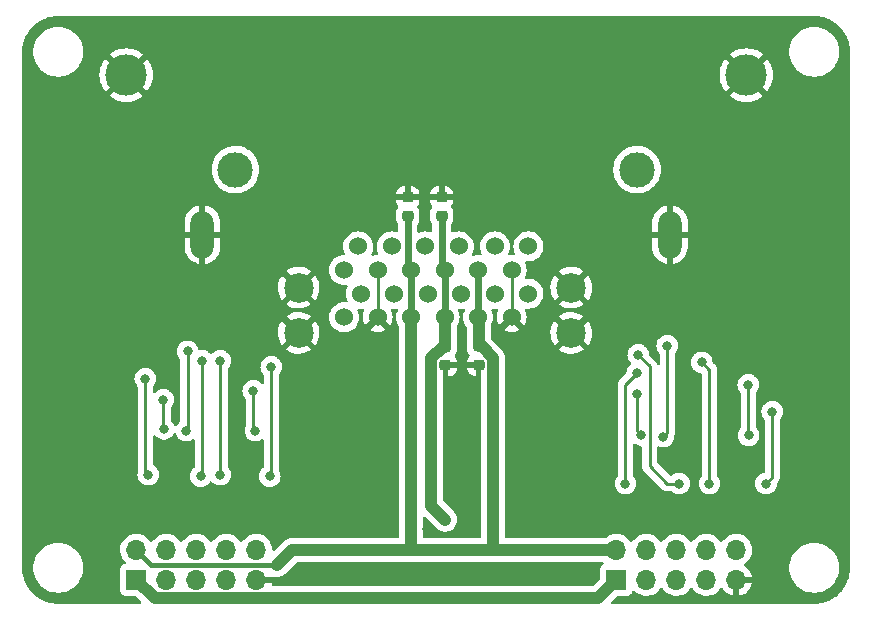
<source format=gbl>
G04 #@! TF.GenerationSoftware,KiCad,Pcbnew,(6.0.0)*
G04 #@! TF.CreationDate,2022-08-18T21:48:33-04:00*
G04 #@! TF.ProjectId,GC memory card breakout board (wii pinout),4743206d-656d-46f7-9279-206361726420,rev?*
G04 #@! TF.SameCoordinates,Original*
G04 #@! TF.FileFunction,Copper,L2,Bot*
G04 #@! TF.FilePolarity,Positive*
%FSLAX46Y46*%
G04 Gerber Fmt 4.6, Leading zero omitted, Abs format (unit mm)*
G04 Created by KiCad (PCBNEW (6.0.0)) date 2022-08-18 21:48:33*
%MOMM*%
%LPD*%
G01*
G04 APERTURE LIST*
G04 Aperture macros list*
%AMRoundRect*
0 Rectangle with rounded corners*
0 $1 Rounding radius*
0 $2 $3 $4 $5 $6 $7 $8 $9 X,Y pos of 4 corners*
0 Add a 4 corners polygon primitive as box body*
4,1,4,$2,$3,$4,$5,$6,$7,$8,$9,$2,$3,0*
0 Add four circle primitives for the rounded corners*
1,1,$1+$1,$2,$3*
1,1,$1+$1,$4,$5*
1,1,$1+$1,$6,$7*
1,1,$1+$1,$8,$9*
0 Add four rect primitives between the rounded corners*
20,1,$1+$1,$2,$3,$4,$5,0*
20,1,$1+$1,$4,$5,$6,$7,0*
20,1,$1+$1,$6,$7,$8,$9,0*
20,1,$1+$1,$8,$9,$2,$3,0*%
G04 Aperture macros list end*
G04 #@! TA.AperFunction,ComponentPad*
%ADD10R,1.700000X1.700000*%
G04 #@! TD*
G04 #@! TA.AperFunction,ComponentPad*
%ADD11O,1.700000X1.700000*%
G04 #@! TD*
G04 #@! TA.AperFunction,WasherPad*
%ADD12C,3.000000*%
G04 #@! TD*
G04 #@! TA.AperFunction,ComponentPad*
%ADD13C,1.524000*%
G04 #@! TD*
G04 #@! TA.AperFunction,ComponentPad*
%ADD14C,2.500000*%
G04 #@! TD*
G04 #@! TA.AperFunction,ComponentPad*
%ADD15O,2.000000X4.000000*%
G04 #@! TD*
G04 #@! TA.AperFunction,ComponentPad*
%ADD16C,3.500000*%
G04 #@! TD*
G04 #@! TA.AperFunction,SMDPad,CuDef*
%ADD17RoundRect,0.225000X0.250000X-0.225000X0.250000X0.225000X-0.250000X0.225000X-0.250000X-0.225000X0*%
G04 #@! TD*
G04 #@! TA.AperFunction,SMDPad,CuDef*
%ADD18RoundRect,0.225000X-0.250000X0.225000X-0.250000X-0.225000X0.250000X-0.225000X0.250000X0.225000X0*%
G04 #@! TD*
G04 #@! TA.AperFunction,ViaPad*
%ADD19C,0.800000*%
G04 #@! TD*
G04 #@! TA.AperFunction,Conductor*
%ADD20C,1.000000*%
G04 #@! TD*
G04 #@! TA.AperFunction,Conductor*
%ADD21C,0.600000*%
G04 #@! TD*
G04 #@! TA.AperFunction,Conductor*
%ADD22C,0.250000*%
G04 #@! TD*
G04 #@! TA.AperFunction,Conductor*
%ADD23C,0.400000*%
G04 #@! TD*
G04 APERTURE END LIST*
D10*
X142240000Y-78740000D03*
D11*
X142240000Y-76200000D03*
X144780000Y-78740000D03*
X144780000Y-76200000D03*
X147320000Y-78740000D03*
X147320000Y-76200000D03*
X149860000Y-78740000D03*
X149860000Y-76200000D03*
X152400000Y-78740000D03*
X152400000Y-76200000D03*
D12*
X144000000Y-44013000D03*
X110000000Y-44013000D03*
D13*
X134799000Y-54513000D03*
X133381000Y-56513000D03*
X131963000Y-54513000D03*
X130545000Y-56513000D03*
X129127000Y-54513000D03*
X127709000Y-56513000D03*
X126291000Y-54513000D03*
X124873000Y-56513000D03*
X123455000Y-54513000D03*
X122037000Y-56513000D03*
X120619000Y-54513000D03*
X119201000Y-56513000D03*
X134799000Y-50513000D03*
X133381000Y-52513000D03*
X131963000Y-50513000D03*
X130545000Y-52513000D03*
X128906200Y-50513000D03*
X127709000Y-52513000D03*
X126070200Y-50513000D03*
X124873000Y-52513000D03*
X123234200Y-50513000D03*
X122037000Y-52513000D03*
X120398200Y-50513000D03*
X119201000Y-52513000D03*
D14*
X138429600Y-54005000D03*
X138429600Y-57835000D03*
X115349600Y-54005000D03*
X115349600Y-57835000D03*
D15*
X146799000Y-49513000D03*
X107201000Y-49513000D03*
D16*
X153250000Y-36013000D03*
X100750000Y-36013000D03*
D10*
X101600000Y-78740000D03*
D11*
X101600000Y-76200000D03*
X104140000Y-78740000D03*
X104140000Y-76200000D03*
X106680000Y-78740000D03*
X106680000Y-76200000D03*
X109220000Y-78740000D03*
X109220000Y-76200000D03*
X111760000Y-78740000D03*
X111760000Y-76200000D03*
D17*
X124587000Y-47917400D03*
X124587000Y-46367400D03*
D18*
X127762000Y-59016600D03*
X127762000Y-60566600D03*
D17*
X127457200Y-47917400D03*
X127457200Y-46367400D03*
D18*
X130606800Y-58991200D03*
X130606800Y-60541200D03*
D19*
X127736489Y-80289511D03*
X127762000Y-73660000D03*
X126238000Y-74422000D03*
X110744000Y-71882000D03*
X152400000Y-72136000D03*
X104902000Y-71882000D03*
X129540000Y-72644000D03*
X129286000Y-62230000D03*
X145288000Y-72136000D03*
X102616000Y-69850000D03*
X102362000Y-61722000D03*
X107061000Y-69977000D03*
X107188000Y-60198000D03*
X111694000Y-66106000D03*
X111506000Y-62738000D03*
X103952000Y-65974000D03*
X103886000Y-63500000D03*
X105852000Y-66106000D03*
X105944489Y-59409511D03*
X108712000Y-69850000D03*
X108712000Y-60198000D03*
X112903000Y-69977000D03*
X113030000Y-60706000D03*
X144018000Y-61214000D03*
X143022000Y-70592000D03*
X144096560Y-59690000D03*
X147554000Y-70592000D03*
X153451600Y-66512400D03*
X153416000Y-62230000D03*
X144338000Y-66482000D03*
X144018000Y-62992000D03*
X146238000Y-66614000D03*
X146558000Y-58928000D03*
X150134000Y-70592000D03*
X149479000Y-60325000D03*
X155448000Y-64516000D03*
X154920000Y-70592000D03*
D20*
X127762000Y-59016600D02*
X127529532Y-59016600D01*
D21*
X127457200Y-52261200D02*
X127709000Y-52513000D01*
D20*
X103149511Y-80289511D02*
X127736489Y-80289511D01*
X127736489Y-80289511D02*
X140690489Y-80289511D01*
X127762000Y-56566000D02*
X127709000Y-56513000D01*
D21*
X127457200Y-47917400D02*
X127457200Y-52261200D01*
X127709000Y-56513000D02*
X127709000Y-52513000D01*
D20*
X127762000Y-59016600D02*
X127762000Y-56566000D01*
D22*
X127762000Y-59016600D02*
X127709000Y-58963600D01*
D20*
X126587480Y-72485480D02*
X127762000Y-73660000D01*
X101600000Y-78740000D02*
X103149511Y-80289511D01*
X140690489Y-80289511D02*
X142240000Y-78740000D01*
X127529532Y-59016600D02*
X126587480Y-59958652D01*
X126587480Y-59958652D02*
X126587480Y-72485480D01*
D22*
X122037000Y-52513000D02*
X122037000Y-56513000D01*
X133381000Y-52513000D02*
X133381000Y-56513000D01*
D23*
X101600000Y-76200000D02*
X102890489Y-77490489D01*
D20*
X124968000Y-76200000D02*
X131572000Y-76200000D01*
X131572000Y-76200000D02*
X142240000Y-76200000D01*
X130839268Y-58991200D02*
X131826000Y-59977932D01*
X113517511Y-77490489D02*
X114808000Y-76200000D01*
D21*
X130545000Y-56513000D02*
X130545000Y-52513000D01*
D23*
X102890489Y-77490489D02*
X113517511Y-77490489D01*
D20*
X131826000Y-75946000D02*
X131572000Y-76200000D01*
X114808000Y-76200000D02*
X124968000Y-76200000D01*
X130606800Y-58991200D02*
X130606800Y-56574800D01*
D21*
X124873000Y-56513000D02*
X124873000Y-52513000D01*
D20*
X130606800Y-58991200D02*
X130839268Y-58991200D01*
D21*
X124587000Y-52227000D02*
X124873000Y-52513000D01*
D20*
X130606800Y-56574800D02*
X130545000Y-56513000D01*
X124873000Y-56513000D02*
X124873000Y-76105000D01*
X131826000Y-59977932D02*
X131826000Y-75946000D01*
D21*
X124587000Y-47917400D02*
X124587000Y-52227000D01*
D20*
X124873000Y-76105000D02*
X124968000Y-76200000D01*
D22*
X102362000Y-69596000D02*
X102616000Y-69850000D01*
X102362000Y-61722000D02*
X102362000Y-69596000D01*
X107188000Y-69850000D02*
X107061000Y-69977000D01*
X107188000Y-60198000D02*
X107188000Y-69850000D01*
X111506000Y-65918000D02*
X111694000Y-66106000D01*
X111506000Y-62738000D02*
X111506000Y-65918000D01*
X103952000Y-65974000D02*
X103886000Y-65908000D01*
X103886000Y-65908000D02*
X103886000Y-63500000D01*
X105944489Y-66013511D02*
X105944489Y-59409511D01*
X105852000Y-66106000D02*
X105944489Y-66013511D01*
X108712000Y-60198000D02*
X108712000Y-69850000D01*
X113030000Y-69850000D02*
X113030000Y-60960000D01*
X112903000Y-69977000D02*
X113030000Y-69850000D01*
X144018000Y-61214000D02*
X143022000Y-62210000D01*
X143022000Y-62210000D02*
X143022000Y-70592000D01*
X145062511Y-69116511D02*
X146538000Y-70592000D01*
X144096560Y-59690000D02*
X145062511Y-60655951D01*
X146538000Y-70592000D02*
X147554000Y-70592000D01*
X145062511Y-60655951D02*
X145062511Y-69116511D01*
X153416000Y-62230000D02*
X153416000Y-66476800D01*
X153416000Y-66476800D02*
X153451600Y-66512400D01*
X144018000Y-62992000D02*
X144018000Y-66162000D01*
X144018000Y-66162000D02*
X144338000Y-66482000D01*
X146558000Y-66294000D02*
X146238000Y-66614000D01*
X146558000Y-58928000D02*
X146558000Y-66294000D01*
X149479000Y-60325000D02*
X150134000Y-60980000D01*
X150134000Y-60980000D02*
X150134000Y-70592000D01*
X155448000Y-70064000D02*
X155448000Y-64516000D01*
X154920000Y-70592000D02*
X155448000Y-70064000D01*
G04 #@! TA.AperFunction,Conductor*
G36*
X158974057Y-30989500D02*
G01*
X158988858Y-30991805D01*
X158988861Y-30991805D01*
X158997730Y-30993186D01*
X159006631Y-30992022D01*
X159006635Y-30992022D01*
X159016411Y-30990743D01*
X159039342Y-30989852D01*
X159316003Y-31004351D01*
X159329119Y-31005729D01*
X159631193Y-31053573D01*
X159644093Y-31056315D01*
X159939510Y-31135472D01*
X159952053Y-31139548D01*
X160237565Y-31249145D01*
X160249614Y-31254509D01*
X160522120Y-31393358D01*
X160533536Y-31399949D01*
X160790042Y-31566526D01*
X160800702Y-31574272D01*
X161033689Y-31762941D01*
X161038379Y-31766739D01*
X161048180Y-31775564D01*
X161264436Y-31991820D01*
X161273261Y-32001621D01*
X161464519Y-32237804D01*
X161465726Y-32239295D01*
X161473474Y-32249958D01*
X161575833Y-32407577D01*
X161640048Y-32506459D01*
X161646642Y-32517880D01*
X161785491Y-32790386D01*
X161790855Y-32802435D01*
X161900452Y-33087947D01*
X161904528Y-33100490D01*
X161983685Y-33395907D01*
X161986427Y-33408807D01*
X162034271Y-33710881D01*
X162035649Y-33723997D01*
X162046143Y-33924228D01*
X162049764Y-33993330D01*
X162048436Y-34019312D01*
X162048195Y-34020856D01*
X162048195Y-34020860D01*
X162046814Y-34029730D01*
X162047978Y-34038632D01*
X162047978Y-34038635D01*
X162050936Y-34061251D01*
X162052000Y-34077589D01*
X162052000Y-77674672D01*
X162050500Y-77694056D01*
X162046814Y-77717730D01*
X162047978Y-77726631D01*
X162047978Y-77726635D01*
X162049257Y-77736411D01*
X162050148Y-77759342D01*
X162044114Y-77874488D01*
X162035649Y-78036002D01*
X162034271Y-78049119D01*
X161986427Y-78351193D01*
X161983685Y-78364093D01*
X161904528Y-78659510D01*
X161900452Y-78672053D01*
X161790855Y-78957565D01*
X161785491Y-78969614D01*
X161646642Y-79242120D01*
X161640051Y-79253536D01*
X161473474Y-79510042D01*
X161465728Y-79520702D01*
X161312412Y-79710032D01*
X161273261Y-79758379D01*
X161264436Y-79768180D01*
X161048180Y-79984436D01*
X161038379Y-79993261D01*
X160813058Y-80175723D01*
X160800705Y-80185726D01*
X160790042Y-80193474D01*
X160533536Y-80360051D01*
X160522120Y-80366642D01*
X160249614Y-80505491D01*
X160237565Y-80510855D01*
X159952053Y-80620452D01*
X159939511Y-80624528D01*
X159695047Y-80690032D01*
X159644093Y-80703685D01*
X159631193Y-80706427D01*
X159375860Y-80746868D01*
X159329119Y-80754271D01*
X159316003Y-80755649D01*
X159046666Y-80769764D01*
X159020688Y-80768436D01*
X159019144Y-80768195D01*
X159019140Y-80768195D01*
X159010270Y-80766814D01*
X159001368Y-80767978D01*
X159001365Y-80767978D01*
X158978749Y-80770936D01*
X158962411Y-80772000D01*
X141938425Y-80772000D01*
X141870304Y-80751998D01*
X141823811Y-80698342D01*
X141813707Y-80628068D01*
X141843201Y-80563488D01*
X141849330Y-80556905D01*
X142270830Y-80135405D01*
X142333142Y-80101379D01*
X142359925Y-80098500D01*
X143138134Y-80098500D01*
X143200316Y-80091745D01*
X143336705Y-80040615D01*
X143453261Y-79953261D01*
X143540615Y-79836705D01*
X143562799Y-79777529D01*
X143584598Y-79719382D01*
X143627240Y-79662618D01*
X143693802Y-79637918D01*
X143763150Y-79653126D01*
X143797817Y-79681114D01*
X143826250Y-79713938D01*
X143998126Y-79856632D01*
X144191000Y-79969338D01*
X144195825Y-79971180D01*
X144195826Y-79971181D01*
X144242767Y-79989106D01*
X144399692Y-80049030D01*
X144404760Y-80050061D01*
X144404763Y-80050062D01*
X144499862Y-80069410D01*
X144618597Y-80093567D01*
X144623772Y-80093757D01*
X144623774Y-80093757D01*
X144836673Y-80101564D01*
X144836677Y-80101564D01*
X144841837Y-80101753D01*
X144846957Y-80101097D01*
X144846959Y-80101097D01*
X145058288Y-80074025D01*
X145058289Y-80074025D01*
X145063416Y-80073368D01*
X145068366Y-80071883D01*
X145272429Y-80010661D01*
X145272434Y-80010659D01*
X145277384Y-80009174D01*
X145477994Y-79910896D01*
X145659860Y-79781173D01*
X145672899Y-79768180D01*
X145760268Y-79681115D01*
X145818096Y-79623489D01*
X145948453Y-79442077D01*
X145949776Y-79443028D01*
X145996645Y-79399857D01*
X146066580Y-79387625D01*
X146132026Y-79415144D01*
X146159875Y-79446994D01*
X146219987Y-79545088D01*
X146366250Y-79713938D01*
X146538126Y-79856632D01*
X146731000Y-79969338D01*
X146735825Y-79971180D01*
X146735826Y-79971181D01*
X146782767Y-79989106D01*
X146939692Y-80049030D01*
X146944760Y-80050061D01*
X146944763Y-80050062D01*
X147039862Y-80069410D01*
X147158597Y-80093567D01*
X147163772Y-80093757D01*
X147163774Y-80093757D01*
X147376673Y-80101564D01*
X147376677Y-80101564D01*
X147381837Y-80101753D01*
X147386957Y-80101097D01*
X147386959Y-80101097D01*
X147598288Y-80074025D01*
X147598289Y-80074025D01*
X147603416Y-80073368D01*
X147608366Y-80071883D01*
X147812429Y-80010661D01*
X147812434Y-80010659D01*
X147817384Y-80009174D01*
X148017994Y-79910896D01*
X148199860Y-79781173D01*
X148212899Y-79768180D01*
X148300268Y-79681115D01*
X148358096Y-79623489D01*
X148488453Y-79442077D01*
X148489776Y-79443028D01*
X148536645Y-79399857D01*
X148606580Y-79387625D01*
X148672026Y-79415144D01*
X148699875Y-79446994D01*
X148759987Y-79545088D01*
X148906250Y-79713938D01*
X149078126Y-79856632D01*
X149271000Y-79969338D01*
X149275825Y-79971180D01*
X149275826Y-79971181D01*
X149322767Y-79989106D01*
X149479692Y-80049030D01*
X149484760Y-80050061D01*
X149484763Y-80050062D01*
X149579862Y-80069410D01*
X149698597Y-80093567D01*
X149703772Y-80093757D01*
X149703774Y-80093757D01*
X149916673Y-80101564D01*
X149916677Y-80101564D01*
X149921837Y-80101753D01*
X149926957Y-80101097D01*
X149926959Y-80101097D01*
X150138288Y-80074025D01*
X150138289Y-80074025D01*
X150143416Y-80073368D01*
X150148366Y-80071883D01*
X150352429Y-80010661D01*
X150352434Y-80010659D01*
X150357384Y-80009174D01*
X150557994Y-79910896D01*
X150739860Y-79781173D01*
X150752899Y-79768180D01*
X150840268Y-79681115D01*
X150898096Y-79623489D01*
X151028453Y-79442077D01*
X151029640Y-79442930D01*
X151076960Y-79399362D01*
X151146897Y-79387145D01*
X151212338Y-79414678D01*
X151240166Y-79446511D01*
X151297694Y-79540388D01*
X151303777Y-79548699D01*
X151443213Y-79709667D01*
X151450580Y-79716883D01*
X151614434Y-79852916D01*
X151622881Y-79858831D01*
X151806756Y-79966279D01*
X151816042Y-79970729D01*
X152015001Y-80046703D01*
X152024899Y-80049579D01*
X152128250Y-80070606D01*
X152142299Y-80069410D01*
X152146000Y-80059065D01*
X152146000Y-80058517D01*
X152654000Y-80058517D01*
X152658064Y-80072359D01*
X152671478Y-80074393D01*
X152678184Y-80073534D01*
X152688262Y-80071392D01*
X152892255Y-80010191D01*
X152901842Y-80006433D01*
X153093095Y-79912739D01*
X153101945Y-79907464D01*
X153275328Y-79783792D01*
X153283200Y-79777139D01*
X153434052Y-79626812D01*
X153440730Y-79618965D01*
X153565003Y-79446020D01*
X153570313Y-79437183D01*
X153664670Y-79246267D01*
X153668469Y-79236672D01*
X153730377Y-79032910D01*
X153732555Y-79022837D01*
X153733986Y-79011962D01*
X153731775Y-78997778D01*
X153718617Y-78994000D01*
X152672115Y-78994000D01*
X152656876Y-78998475D01*
X152655671Y-78999865D01*
X152654000Y-79007548D01*
X152654000Y-80058517D01*
X152146000Y-80058517D01*
X152146000Y-78612000D01*
X152166002Y-78543879D01*
X152219658Y-78497386D01*
X152272000Y-78486000D01*
X153718344Y-78486000D01*
X153731875Y-78482027D01*
X153733180Y-78472947D01*
X153691214Y-78305875D01*
X153687894Y-78296124D01*
X153602972Y-78100814D01*
X153598105Y-78091739D01*
X153482426Y-77912926D01*
X153476136Y-77904757D01*
X153432410Y-77856703D01*
X156894743Y-77856703D01*
X156895302Y-77860947D01*
X156895302Y-77860951D01*
X156898210Y-77883036D01*
X156932268Y-78141734D01*
X157008129Y-78419036D01*
X157009813Y-78422984D01*
X157116051Y-78672053D01*
X157120923Y-78683476D01*
X157268561Y-78930161D01*
X157448313Y-79154528D01*
X157656851Y-79352423D01*
X157890317Y-79520186D01*
X157894112Y-79522195D01*
X157894113Y-79522196D01*
X157915869Y-79533715D01*
X158144392Y-79654712D01*
X158414373Y-79753511D01*
X158695264Y-79814755D01*
X158723841Y-79817004D01*
X158918282Y-79832307D01*
X158918291Y-79832307D01*
X158920739Y-79832500D01*
X159076271Y-79832500D01*
X159078407Y-79832354D01*
X159078418Y-79832354D01*
X159286548Y-79818165D01*
X159286554Y-79818164D01*
X159290825Y-79817873D01*
X159295020Y-79817004D01*
X159295022Y-79817004D01*
X159487523Y-79777139D01*
X159572342Y-79759574D01*
X159843343Y-79663607D01*
X160098812Y-79531750D01*
X160102313Y-79529289D01*
X160102317Y-79529287D01*
X160233367Y-79437183D01*
X160334023Y-79366441D01*
X160412403Y-79293606D01*
X160541479Y-79173661D01*
X160541481Y-79173658D01*
X160544622Y-79170740D01*
X160726713Y-78948268D01*
X160876927Y-78703142D01*
X160992483Y-78439898D01*
X161015894Y-78357715D01*
X161046176Y-78251406D01*
X161071244Y-78163406D01*
X161111751Y-77878784D01*
X161111845Y-77860951D01*
X161113235Y-77595583D01*
X161113235Y-77595576D01*
X161113257Y-77591297D01*
X161112627Y-77586507D01*
X161096190Y-77461660D01*
X161075732Y-77306266D01*
X160999871Y-77028964D01*
X160947540Y-76906277D01*
X160888763Y-76768476D01*
X160888761Y-76768472D01*
X160887077Y-76764524D01*
X160739439Y-76517839D01*
X160559687Y-76293472D01*
X160351149Y-76095577D01*
X160117683Y-75927814D01*
X160095843Y-75916250D01*
X160072654Y-75903972D01*
X159863608Y-75793288D01*
X159728617Y-75743888D01*
X159597658Y-75695964D01*
X159597656Y-75695963D01*
X159593627Y-75694489D01*
X159312736Y-75633245D01*
X159281685Y-75630801D01*
X159089718Y-75615693D01*
X159089709Y-75615693D01*
X159087261Y-75615500D01*
X158931729Y-75615500D01*
X158929593Y-75615646D01*
X158929582Y-75615646D01*
X158721452Y-75629835D01*
X158721446Y-75629836D01*
X158717175Y-75630127D01*
X158712980Y-75630996D01*
X158712978Y-75630996D01*
X158576417Y-75659276D01*
X158435658Y-75688426D01*
X158164657Y-75784393D01*
X157909188Y-75916250D01*
X157905687Y-75918711D01*
X157905683Y-75918713D01*
X157861583Y-75949707D01*
X157673977Y-76081559D01*
X157658892Y-76095577D01*
X157471290Y-76269908D01*
X157463378Y-76277260D01*
X157281287Y-76499732D01*
X157131073Y-76744858D01*
X157129347Y-76748791D01*
X157129346Y-76748792D01*
X157018771Y-77000689D01*
X157015517Y-77008102D01*
X156936756Y-77284594D01*
X156896249Y-77569216D01*
X156896227Y-77573505D01*
X156896226Y-77573512D01*
X156894765Y-77852417D01*
X156894743Y-77856703D01*
X153432410Y-77856703D01*
X153332806Y-77747240D01*
X153325273Y-77740215D01*
X153158139Y-77608222D01*
X153149556Y-77602520D01*
X153112602Y-77582120D01*
X153062631Y-77531687D01*
X153047859Y-77462245D01*
X153072975Y-77395839D01*
X153100327Y-77369232D01*
X153124040Y-77352318D01*
X153279860Y-77241173D01*
X153292576Y-77228502D01*
X153434435Y-77087137D01*
X153438096Y-77083489D01*
X153489301Y-77012230D01*
X153565435Y-76906277D01*
X153568453Y-76902077D01*
X153589320Y-76859857D01*
X153665136Y-76706453D01*
X153665137Y-76706451D01*
X153667430Y-76701811D01*
X153699900Y-76594940D01*
X153730865Y-76493023D01*
X153730865Y-76493021D01*
X153732370Y-76488069D01*
X153761529Y-76266590D01*
X153763156Y-76200000D01*
X153744852Y-75977361D01*
X153690431Y-75760702D01*
X153601354Y-75555840D01*
X153530773Y-75446738D01*
X153482822Y-75372617D01*
X153482820Y-75372614D01*
X153480014Y-75368277D01*
X153329670Y-75203051D01*
X153325619Y-75199852D01*
X153325615Y-75199848D01*
X153158414Y-75067800D01*
X153158410Y-75067798D01*
X153154359Y-75064598D01*
X152958789Y-74956638D01*
X152953920Y-74954914D01*
X152953916Y-74954912D01*
X152753087Y-74883795D01*
X152753083Y-74883794D01*
X152748212Y-74882069D01*
X152743119Y-74881162D01*
X152743116Y-74881161D01*
X152533373Y-74843800D01*
X152533367Y-74843799D01*
X152528284Y-74842894D01*
X152454452Y-74841992D01*
X152310081Y-74840228D01*
X152310079Y-74840228D01*
X152304911Y-74840165D01*
X152084091Y-74873955D01*
X151871756Y-74943357D01*
X151673607Y-75046507D01*
X151669474Y-75049610D01*
X151669471Y-75049612D01*
X151507134Y-75171498D01*
X151494965Y-75180635D01*
X151340629Y-75342138D01*
X151233201Y-75499621D01*
X151178293Y-75544621D01*
X151107768Y-75552792D01*
X151044021Y-75521538D01*
X151023324Y-75497054D01*
X150942822Y-75372617D01*
X150942820Y-75372614D01*
X150940014Y-75368277D01*
X150789670Y-75203051D01*
X150785619Y-75199852D01*
X150785615Y-75199848D01*
X150618414Y-75067800D01*
X150618410Y-75067798D01*
X150614359Y-75064598D01*
X150418789Y-74956638D01*
X150413920Y-74954914D01*
X150413916Y-74954912D01*
X150213087Y-74883795D01*
X150213083Y-74883794D01*
X150208212Y-74882069D01*
X150203119Y-74881162D01*
X150203116Y-74881161D01*
X149993373Y-74843800D01*
X149993367Y-74843799D01*
X149988284Y-74842894D01*
X149914452Y-74841992D01*
X149770081Y-74840228D01*
X149770079Y-74840228D01*
X149764911Y-74840165D01*
X149544091Y-74873955D01*
X149331756Y-74943357D01*
X149133607Y-75046507D01*
X149129474Y-75049610D01*
X149129471Y-75049612D01*
X148967134Y-75171498D01*
X148954965Y-75180635D01*
X148800629Y-75342138D01*
X148693201Y-75499621D01*
X148638293Y-75544621D01*
X148567768Y-75552792D01*
X148504021Y-75521538D01*
X148483324Y-75497054D01*
X148402822Y-75372617D01*
X148402820Y-75372614D01*
X148400014Y-75368277D01*
X148249670Y-75203051D01*
X148245619Y-75199852D01*
X148245615Y-75199848D01*
X148078414Y-75067800D01*
X148078410Y-75067798D01*
X148074359Y-75064598D01*
X147878789Y-74956638D01*
X147873920Y-74954914D01*
X147873916Y-74954912D01*
X147673087Y-74883795D01*
X147673083Y-74883794D01*
X147668212Y-74882069D01*
X147663119Y-74881162D01*
X147663116Y-74881161D01*
X147453373Y-74843800D01*
X147453367Y-74843799D01*
X147448284Y-74842894D01*
X147374452Y-74841992D01*
X147230081Y-74840228D01*
X147230079Y-74840228D01*
X147224911Y-74840165D01*
X147004091Y-74873955D01*
X146791756Y-74943357D01*
X146593607Y-75046507D01*
X146589474Y-75049610D01*
X146589471Y-75049612D01*
X146427134Y-75171498D01*
X146414965Y-75180635D01*
X146260629Y-75342138D01*
X146153201Y-75499621D01*
X146098293Y-75544621D01*
X146027768Y-75552792D01*
X145964021Y-75521538D01*
X145943324Y-75497054D01*
X145862822Y-75372617D01*
X145862820Y-75372614D01*
X145860014Y-75368277D01*
X145709670Y-75203051D01*
X145705619Y-75199852D01*
X145705615Y-75199848D01*
X145538414Y-75067800D01*
X145538410Y-75067798D01*
X145534359Y-75064598D01*
X145338789Y-74956638D01*
X145333920Y-74954914D01*
X145333916Y-74954912D01*
X145133087Y-74883795D01*
X145133083Y-74883794D01*
X145128212Y-74882069D01*
X145123119Y-74881162D01*
X145123116Y-74881161D01*
X144913373Y-74843800D01*
X144913367Y-74843799D01*
X144908284Y-74842894D01*
X144834452Y-74841992D01*
X144690081Y-74840228D01*
X144690079Y-74840228D01*
X144684911Y-74840165D01*
X144464091Y-74873955D01*
X144251756Y-74943357D01*
X144053607Y-75046507D01*
X144049474Y-75049610D01*
X144049471Y-75049612D01*
X143887134Y-75171498D01*
X143874965Y-75180635D01*
X143720629Y-75342138D01*
X143613201Y-75499621D01*
X143558293Y-75544621D01*
X143487768Y-75552792D01*
X143424021Y-75521538D01*
X143403324Y-75497054D01*
X143322822Y-75372617D01*
X143322820Y-75372614D01*
X143320014Y-75368277D01*
X143169670Y-75203051D01*
X143165619Y-75199852D01*
X143165615Y-75199848D01*
X142998414Y-75067800D01*
X142998410Y-75067798D01*
X142994359Y-75064598D01*
X142798789Y-74956638D01*
X142793920Y-74954914D01*
X142793916Y-74954912D01*
X142593087Y-74883795D01*
X142593083Y-74883794D01*
X142588212Y-74882069D01*
X142583119Y-74881162D01*
X142583116Y-74881161D01*
X142373373Y-74843800D01*
X142373367Y-74843799D01*
X142368284Y-74842894D01*
X142294452Y-74841992D01*
X142150081Y-74840228D01*
X142150079Y-74840228D01*
X142144911Y-74840165D01*
X141924091Y-74873955D01*
X141711756Y-74943357D01*
X141513607Y-75046507D01*
X141509474Y-75049610D01*
X141509471Y-75049612D01*
X141354111Y-75166260D01*
X141287626Y-75191166D01*
X141278458Y-75191500D01*
X132960500Y-75191500D01*
X132892379Y-75171498D01*
X132845886Y-75117842D01*
X132834500Y-75065500D01*
X132834500Y-70592000D01*
X142108496Y-70592000D01*
X142109186Y-70598565D01*
X142127007Y-70768118D01*
X142128458Y-70781928D01*
X142187473Y-70963556D01*
X142190776Y-70969278D01*
X142190777Y-70969279D01*
X142207947Y-70999018D01*
X142282960Y-71128944D01*
X142287378Y-71133851D01*
X142287379Y-71133852D01*
X142374149Y-71230220D01*
X142410747Y-71270866D01*
X142565248Y-71383118D01*
X142571276Y-71385802D01*
X142571278Y-71385803D01*
X142733681Y-71458109D01*
X142739712Y-71460794D01*
X142833112Y-71480647D01*
X142920056Y-71499128D01*
X142920061Y-71499128D01*
X142926513Y-71500500D01*
X143117487Y-71500500D01*
X143123939Y-71499128D01*
X143123944Y-71499128D01*
X143210888Y-71480647D01*
X143304288Y-71460794D01*
X143310319Y-71458109D01*
X143472722Y-71385803D01*
X143472724Y-71385802D01*
X143478752Y-71383118D01*
X143633253Y-71270866D01*
X143669851Y-71230220D01*
X143756621Y-71133852D01*
X143756622Y-71133851D01*
X143761040Y-71128944D01*
X143836053Y-70999018D01*
X143853223Y-70969279D01*
X143853224Y-70969278D01*
X143856527Y-70963556D01*
X143915542Y-70781928D01*
X143916994Y-70768118D01*
X143934814Y-70598565D01*
X143935504Y-70592000D01*
X143927300Y-70513944D01*
X143916232Y-70408635D01*
X143916232Y-70408633D01*
X143915542Y-70402072D01*
X143856527Y-70220444D01*
X143761040Y-70055056D01*
X143687863Y-69973785D01*
X143657147Y-69909779D01*
X143655500Y-69889476D01*
X143655500Y-67356391D01*
X143675502Y-67288270D01*
X143729158Y-67241777D01*
X143799432Y-67231673D01*
X143855559Y-67254454D01*
X143881248Y-67273118D01*
X143887276Y-67275802D01*
X143887278Y-67275803D01*
X144049681Y-67348109D01*
X144055712Y-67350794D01*
X144149112Y-67370647D01*
X144236056Y-67389128D01*
X144236061Y-67389128D01*
X144242513Y-67390500D01*
X144303011Y-67390500D01*
X144371132Y-67410502D01*
X144417625Y-67464158D01*
X144429011Y-67516500D01*
X144429011Y-69037744D01*
X144428484Y-69048927D01*
X144426809Y-69056420D01*
X144427058Y-69064346D01*
X144427058Y-69064347D01*
X144428949Y-69124497D01*
X144429011Y-69128456D01*
X144429011Y-69156367D01*
X144429508Y-69160301D01*
X144429508Y-69160302D01*
X144429516Y-69160367D01*
X144430449Y-69172204D01*
X144431838Y-69216400D01*
X144436868Y-69233713D01*
X144437489Y-69235850D01*
X144441498Y-69255211D01*
X144444037Y-69275308D01*
X144446956Y-69282679D01*
X144446956Y-69282681D01*
X144460315Y-69316423D01*
X144464160Y-69327653D01*
X144476493Y-69370104D01*
X144480526Y-69376923D01*
X144480528Y-69376928D01*
X144486804Y-69387539D01*
X144495499Y-69405287D01*
X144502959Y-69424128D01*
X144507621Y-69430544D01*
X144507621Y-69430545D01*
X144528947Y-69459898D01*
X144535463Y-69469818D01*
X144540565Y-69478444D01*
X144557969Y-69507873D01*
X144572290Y-69522194D01*
X144585130Y-69537227D01*
X144597039Y-69553618D01*
X144603145Y-69558669D01*
X144631116Y-69581809D01*
X144639895Y-69589799D01*
X146034343Y-70984247D01*
X146041887Y-70992537D01*
X146046000Y-70999018D01*
X146051777Y-71004443D01*
X146095667Y-71045658D01*
X146098509Y-71048413D01*
X146118231Y-71068135D01*
X146121355Y-71070558D01*
X146121359Y-71070562D01*
X146121424Y-71070612D01*
X146130445Y-71078317D01*
X146162679Y-71108586D01*
X146169627Y-71112405D01*
X146169629Y-71112407D01*
X146180432Y-71118346D01*
X146196959Y-71129202D01*
X146206698Y-71136757D01*
X146206700Y-71136758D01*
X146212960Y-71141614D01*
X146253540Y-71159174D01*
X146264188Y-71164391D01*
X146302940Y-71185695D01*
X146310616Y-71187666D01*
X146310619Y-71187667D01*
X146322562Y-71190733D01*
X146341267Y-71197137D01*
X146359855Y-71205181D01*
X146367678Y-71206420D01*
X146367688Y-71206423D01*
X146403524Y-71212099D01*
X146415144Y-71214505D01*
X146450289Y-71223528D01*
X146457970Y-71225500D01*
X146478224Y-71225500D01*
X146497934Y-71227051D01*
X146517943Y-71230220D01*
X146525835Y-71229474D01*
X146561961Y-71226059D01*
X146573819Y-71225500D01*
X146845800Y-71225500D01*
X146913921Y-71245502D01*
X146933147Y-71261843D01*
X146933420Y-71261540D01*
X146938332Y-71265963D01*
X146942747Y-71270866D01*
X147097248Y-71383118D01*
X147103276Y-71385802D01*
X147103278Y-71385803D01*
X147265681Y-71458109D01*
X147271712Y-71460794D01*
X147365112Y-71480647D01*
X147452056Y-71499128D01*
X147452061Y-71499128D01*
X147458513Y-71500500D01*
X147649487Y-71500500D01*
X147655939Y-71499128D01*
X147655944Y-71499128D01*
X147742888Y-71480647D01*
X147836288Y-71460794D01*
X147842319Y-71458109D01*
X148004722Y-71385803D01*
X148004724Y-71385802D01*
X148010752Y-71383118D01*
X148165253Y-71270866D01*
X148201851Y-71230220D01*
X148288621Y-71133852D01*
X148288622Y-71133851D01*
X148293040Y-71128944D01*
X148368053Y-70999018D01*
X148385223Y-70969279D01*
X148385224Y-70969278D01*
X148388527Y-70963556D01*
X148447542Y-70781928D01*
X148448994Y-70768118D01*
X148466814Y-70598565D01*
X148467504Y-70592000D01*
X148459300Y-70513944D01*
X148448232Y-70408635D01*
X148448232Y-70408633D01*
X148447542Y-70402072D01*
X148388527Y-70220444D01*
X148293040Y-70055056D01*
X148285072Y-70046206D01*
X148169675Y-69918045D01*
X148169674Y-69918044D01*
X148165253Y-69913134D01*
X148010752Y-69800882D01*
X148004724Y-69798198D01*
X148004722Y-69798197D01*
X147842319Y-69725891D01*
X147842318Y-69725891D01*
X147836288Y-69723206D01*
X147742887Y-69703353D01*
X147655944Y-69684872D01*
X147655939Y-69684872D01*
X147649487Y-69683500D01*
X147458513Y-69683500D01*
X147452061Y-69684872D01*
X147452056Y-69684872D01*
X147365113Y-69703353D01*
X147271712Y-69723206D01*
X147265682Y-69725891D01*
X147265681Y-69725891D01*
X147103278Y-69798197D01*
X147103276Y-69798198D01*
X147097248Y-69800882D01*
X146942747Y-69913134D01*
X146938332Y-69918037D01*
X146933420Y-69922460D01*
X146931386Y-69920201D01*
X146882105Y-69950504D01*
X146811122Y-69949091D01*
X146759924Y-69918020D01*
X146247203Y-69405298D01*
X145732916Y-68891011D01*
X145698890Y-68828699D01*
X145696011Y-68801916D01*
X145696011Y-67561191D01*
X145716013Y-67493070D01*
X145769669Y-67446577D01*
X145839943Y-67436473D01*
X145873259Y-67446084D01*
X145955712Y-67482794D01*
X146049112Y-67502647D01*
X146136056Y-67521128D01*
X146136061Y-67521128D01*
X146142513Y-67522500D01*
X146333487Y-67522500D01*
X146339939Y-67521128D01*
X146339944Y-67521128D01*
X146426888Y-67502647D01*
X146520288Y-67482794D01*
X146526319Y-67480109D01*
X146688722Y-67407803D01*
X146688724Y-67407802D01*
X146694752Y-67405118D01*
X146727681Y-67381194D01*
X146773218Y-67348109D01*
X146849253Y-67292866D01*
X146870526Y-67269240D01*
X146972621Y-67155852D01*
X146972622Y-67155851D01*
X146977040Y-67150944D01*
X147072527Y-66985556D01*
X147131542Y-66803928D01*
X147133138Y-66788749D01*
X147150814Y-66620565D01*
X147151504Y-66614000D01*
X147147500Y-66575905D01*
X147153842Y-66529613D01*
X147151695Y-66529062D01*
X147156732Y-66509442D01*
X147163138Y-66490730D01*
X147168034Y-66479417D01*
X147171181Y-66472145D01*
X147178097Y-66428481D01*
X147180504Y-66416860D01*
X147189528Y-66381711D01*
X147189528Y-66381710D01*
X147191500Y-66374030D01*
X147191500Y-66353769D01*
X147193051Y-66334058D01*
X147193184Y-66333222D01*
X147196219Y-66314057D01*
X147192059Y-66270046D01*
X147191500Y-66258189D01*
X147191500Y-60325000D01*
X148565496Y-60325000D01*
X148566186Y-60331565D01*
X148579269Y-60456039D01*
X148585458Y-60514928D01*
X148644473Y-60696556D01*
X148647776Y-60702278D01*
X148647777Y-60702279D01*
X148663335Y-60729226D01*
X148739960Y-60861944D01*
X148744378Y-60866851D01*
X148744379Y-60866852D01*
X148817252Y-60947786D01*
X148867747Y-61003866D01*
X149022248Y-61116118D01*
X149028276Y-61118802D01*
X149028278Y-61118803D01*
X149166062Y-61180148D01*
X149196712Y-61193794D01*
X149383513Y-61233500D01*
X149388295Y-61233500D01*
X149453327Y-61260256D01*
X149493957Y-61318477D01*
X149500500Y-61358553D01*
X149500500Y-69889476D01*
X149480498Y-69957597D01*
X149468142Y-69973779D01*
X149394960Y-70055056D01*
X149299473Y-70220444D01*
X149240458Y-70402072D01*
X149239768Y-70408633D01*
X149239768Y-70408635D01*
X149228700Y-70513944D01*
X149220496Y-70592000D01*
X149221186Y-70598565D01*
X149239007Y-70768118D01*
X149240458Y-70781928D01*
X149299473Y-70963556D01*
X149302776Y-70969278D01*
X149302777Y-70969279D01*
X149319947Y-70999018D01*
X149394960Y-71128944D01*
X149399378Y-71133851D01*
X149399379Y-71133852D01*
X149486149Y-71230220D01*
X149522747Y-71270866D01*
X149677248Y-71383118D01*
X149683276Y-71385802D01*
X149683278Y-71385803D01*
X149845681Y-71458109D01*
X149851712Y-71460794D01*
X149945112Y-71480647D01*
X150032056Y-71499128D01*
X150032061Y-71499128D01*
X150038513Y-71500500D01*
X150229487Y-71500500D01*
X150235939Y-71499128D01*
X150235944Y-71499128D01*
X150322888Y-71480647D01*
X150416288Y-71460794D01*
X150422319Y-71458109D01*
X150584722Y-71385803D01*
X150584724Y-71385802D01*
X150590752Y-71383118D01*
X150745253Y-71270866D01*
X150781851Y-71230220D01*
X150868621Y-71133852D01*
X150868622Y-71133851D01*
X150873040Y-71128944D01*
X150948053Y-70999018D01*
X150965223Y-70969279D01*
X150965224Y-70969278D01*
X150968527Y-70963556D01*
X151027542Y-70781928D01*
X151028994Y-70768118D01*
X151046814Y-70598565D01*
X151047504Y-70592000D01*
X154006496Y-70592000D01*
X154007186Y-70598565D01*
X154025007Y-70768118D01*
X154026458Y-70781928D01*
X154085473Y-70963556D01*
X154088776Y-70969278D01*
X154088777Y-70969279D01*
X154105947Y-70999018D01*
X154180960Y-71128944D01*
X154185378Y-71133851D01*
X154185379Y-71133852D01*
X154272149Y-71230220D01*
X154308747Y-71270866D01*
X154463248Y-71383118D01*
X154469276Y-71385802D01*
X154469278Y-71385803D01*
X154631681Y-71458109D01*
X154637712Y-71460794D01*
X154731112Y-71480647D01*
X154818056Y-71499128D01*
X154818061Y-71499128D01*
X154824513Y-71500500D01*
X155015487Y-71500500D01*
X155021939Y-71499128D01*
X155021944Y-71499128D01*
X155108888Y-71480647D01*
X155202288Y-71460794D01*
X155208319Y-71458109D01*
X155370722Y-71385803D01*
X155370724Y-71385802D01*
X155376752Y-71383118D01*
X155531253Y-71270866D01*
X155567851Y-71230220D01*
X155654621Y-71133852D01*
X155654622Y-71133851D01*
X155659040Y-71128944D01*
X155734053Y-70999018D01*
X155751223Y-70969279D01*
X155751224Y-70969278D01*
X155754527Y-70963556D01*
X155813542Y-70781928D01*
X155814712Y-70770803D01*
X155830621Y-70619431D01*
X155857634Y-70553775D01*
X155864080Y-70546350D01*
X155901642Y-70506350D01*
X155904398Y-70503507D01*
X155924135Y-70483770D01*
X155926615Y-70480573D01*
X155934320Y-70471551D01*
X155964586Y-70439321D01*
X155968405Y-70432375D01*
X155968407Y-70432372D01*
X155974348Y-70421566D01*
X155985199Y-70405047D01*
X155985559Y-70404583D01*
X155997614Y-70389041D01*
X156000759Y-70381772D01*
X156000762Y-70381768D01*
X156015174Y-70348463D01*
X156020391Y-70337813D01*
X156041695Y-70299060D01*
X156044715Y-70287300D01*
X156046733Y-70279438D01*
X156053137Y-70260734D01*
X156058033Y-70249420D01*
X156058033Y-70249419D01*
X156061181Y-70242145D01*
X156062420Y-70234322D01*
X156062423Y-70234312D01*
X156068099Y-70198476D01*
X156070505Y-70186856D01*
X156079528Y-70151711D01*
X156079528Y-70151710D01*
X156081500Y-70144030D01*
X156081500Y-70123776D01*
X156083051Y-70104065D01*
X156084980Y-70091886D01*
X156086220Y-70084057D01*
X156082059Y-70040038D01*
X156081500Y-70028181D01*
X156081500Y-65218524D01*
X156101502Y-65150403D01*
X156113858Y-65134221D01*
X156187040Y-65052944D01*
X156282527Y-64887556D01*
X156341542Y-64705928D01*
X156361504Y-64516000D01*
X156341542Y-64326072D01*
X156282527Y-64144444D01*
X156267383Y-64118213D01*
X156190341Y-63984774D01*
X156187040Y-63979056D01*
X156059253Y-63837134D01*
X155904752Y-63724882D01*
X155898724Y-63722198D01*
X155898722Y-63722197D01*
X155736319Y-63649891D01*
X155736318Y-63649891D01*
X155730288Y-63647206D01*
X155636887Y-63627353D01*
X155549944Y-63608872D01*
X155549939Y-63608872D01*
X155543487Y-63607500D01*
X155352513Y-63607500D01*
X155346061Y-63608872D01*
X155346056Y-63608872D01*
X155259113Y-63627353D01*
X155165712Y-63647206D01*
X155159682Y-63649891D01*
X155159681Y-63649891D01*
X154997278Y-63722197D01*
X154997276Y-63722198D01*
X154991248Y-63724882D01*
X154836747Y-63837134D01*
X154708960Y-63979056D01*
X154705659Y-63984774D01*
X154628618Y-64118213D01*
X154613473Y-64144444D01*
X154554458Y-64326072D01*
X154534496Y-64516000D01*
X154554458Y-64705928D01*
X154613473Y-64887556D01*
X154708960Y-65052944D01*
X154782137Y-65134215D01*
X154812853Y-65198221D01*
X154814500Y-65218524D01*
X154814500Y-69583595D01*
X154794498Y-69651716D01*
X154740842Y-69698209D01*
X154714697Y-69706841D01*
X154644178Y-69721831D01*
X154644173Y-69721833D01*
X154637712Y-69723206D01*
X154631682Y-69725891D01*
X154631681Y-69725891D01*
X154469278Y-69798197D01*
X154469276Y-69798198D01*
X154463248Y-69800882D01*
X154308747Y-69913134D01*
X154304326Y-69918044D01*
X154304325Y-69918045D01*
X154188929Y-70046206D01*
X154180960Y-70055056D01*
X154085473Y-70220444D01*
X154026458Y-70402072D01*
X154025768Y-70408633D01*
X154025768Y-70408635D01*
X154014700Y-70513944D01*
X154006496Y-70592000D01*
X151047504Y-70592000D01*
X151039300Y-70513944D01*
X151028232Y-70408635D01*
X151028232Y-70408633D01*
X151027542Y-70402072D01*
X150968527Y-70220444D01*
X150873040Y-70055056D01*
X150799863Y-69973785D01*
X150769147Y-69909779D01*
X150767500Y-69889476D01*
X150767500Y-62230000D01*
X152502496Y-62230000D01*
X152503186Y-62236565D01*
X152517858Y-62376158D01*
X152522458Y-62419928D01*
X152581473Y-62601556D01*
X152676960Y-62766944D01*
X152750137Y-62848215D01*
X152780853Y-62912221D01*
X152782500Y-62932524D01*
X152782500Y-65849413D01*
X152762498Y-65917534D01*
X152750137Y-65933722D01*
X152712560Y-65975456D01*
X152709259Y-65981174D01*
X152709257Y-65981177D01*
X152640981Y-66099435D01*
X152617073Y-66140844D01*
X152558058Y-66322472D01*
X152557368Y-66329033D01*
X152557368Y-66329035D01*
X152547533Y-66422614D01*
X152538096Y-66512400D01*
X152538786Y-66518965D01*
X152553268Y-66656749D01*
X152558058Y-66702328D01*
X152617073Y-66883956D01*
X152620376Y-66889678D01*
X152620377Y-66889679D01*
X152654286Y-66948410D01*
X152712560Y-67049344D01*
X152716978Y-67054251D01*
X152716979Y-67054252D01*
X152798892Y-67145226D01*
X152840347Y-67191266D01*
X152994848Y-67303518D01*
X153000876Y-67306202D01*
X153000878Y-67306203D01*
X153113603Y-67356391D01*
X153169312Y-67381194D01*
X153262712Y-67401047D01*
X153349656Y-67419528D01*
X153349661Y-67419528D01*
X153356113Y-67420900D01*
X153547087Y-67420900D01*
X153553539Y-67419528D01*
X153553544Y-67419528D01*
X153640488Y-67401047D01*
X153733888Y-67381194D01*
X153789597Y-67356391D01*
X153902322Y-67306203D01*
X153902324Y-67306202D01*
X153908352Y-67303518D01*
X154062853Y-67191266D01*
X154104308Y-67145226D01*
X154186221Y-67054252D01*
X154186222Y-67054251D01*
X154190640Y-67049344D01*
X154248914Y-66948410D01*
X154282823Y-66889679D01*
X154282824Y-66889678D01*
X154286127Y-66883956D01*
X154345142Y-66702328D01*
X154349933Y-66656749D01*
X154364414Y-66518965D01*
X154365104Y-66512400D01*
X154355667Y-66422614D01*
X154345832Y-66329035D01*
X154345832Y-66329033D01*
X154345142Y-66322472D01*
X154286127Y-66140844D01*
X154262220Y-66099435D01*
X154193941Y-65981174D01*
X154190640Y-65975456D01*
X154137171Y-65916072D01*
X154081864Y-65854648D01*
X154051147Y-65790641D01*
X154049500Y-65770338D01*
X154049500Y-62932524D01*
X154069502Y-62864403D01*
X154081858Y-62848221D01*
X154155040Y-62766944D01*
X154250527Y-62601556D01*
X154309542Y-62419928D01*
X154314143Y-62376158D01*
X154328814Y-62236565D01*
X154329504Y-62230000D01*
X154314503Y-62087271D01*
X154310232Y-62046635D01*
X154310232Y-62046633D01*
X154309542Y-62040072D01*
X154250527Y-61858444D01*
X154155040Y-61693056D01*
X154027253Y-61551134D01*
X153928157Y-61479136D01*
X153878094Y-61442763D01*
X153878093Y-61442762D01*
X153872752Y-61438882D01*
X153866724Y-61436198D01*
X153866722Y-61436197D01*
X153704319Y-61363891D01*
X153704318Y-61363891D01*
X153698288Y-61361206D01*
X153599397Y-61340186D01*
X153517944Y-61322872D01*
X153517939Y-61322872D01*
X153511487Y-61321500D01*
X153320513Y-61321500D01*
X153314061Y-61322872D01*
X153314056Y-61322872D01*
X153232603Y-61340186D01*
X153133712Y-61361206D01*
X153127682Y-61363891D01*
X153127681Y-61363891D01*
X152965278Y-61436197D01*
X152965276Y-61436198D01*
X152959248Y-61438882D01*
X152953907Y-61442762D01*
X152953906Y-61442763D01*
X152903843Y-61479136D01*
X152804747Y-61551134D01*
X152676960Y-61693056D01*
X152581473Y-61858444D01*
X152522458Y-62040072D01*
X152521768Y-62046633D01*
X152521768Y-62046635D01*
X152517497Y-62087271D01*
X152502496Y-62230000D01*
X150767500Y-62230000D01*
X150767500Y-61058767D01*
X150768027Y-61047584D01*
X150769702Y-61040091D01*
X150768564Y-61003866D01*
X150767562Y-60972001D01*
X150767500Y-60968043D01*
X150767500Y-60940144D01*
X150766996Y-60936153D01*
X150766063Y-60924311D01*
X150766043Y-60923656D01*
X150764674Y-60880111D01*
X150762462Y-60872497D01*
X150762461Y-60872492D01*
X150759023Y-60860659D01*
X150755012Y-60841295D01*
X150753467Y-60829064D01*
X150752474Y-60821203D01*
X150749557Y-60813836D01*
X150749556Y-60813831D01*
X150736198Y-60780092D01*
X150732354Y-60768865D01*
X150722230Y-60734022D01*
X150720018Y-60726407D01*
X150709707Y-60708972D01*
X150701012Y-60691224D01*
X150693552Y-60672383D01*
X150667564Y-60636613D01*
X150661048Y-60626693D01*
X150642580Y-60595465D01*
X150642578Y-60595462D01*
X150638542Y-60588638D01*
X150624221Y-60574317D01*
X150611380Y-60559283D01*
X150604132Y-60549307D01*
X150599472Y-60542893D01*
X150565401Y-60514707D01*
X150556622Y-60506718D01*
X150426122Y-60376218D01*
X150392096Y-60313906D01*
X150389907Y-60300293D01*
X150386155Y-60264589D01*
X150375598Y-60164148D01*
X150373232Y-60141635D01*
X150373232Y-60141633D01*
X150372542Y-60135072D01*
X150313527Y-59953444D01*
X150304925Y-59938544D01*
X150231053Y-59810595D01*
X150218040Y-59788056D01*
X150147964Y-59710228D01*
X150094675Y-59651045D01*
X150094674Y-59651044D01*
X150090253Y-59646134D01*
X149991157Y-59574136D01*
X149941094Y-59537763D01*
X149941093Y-59537762D01*
X149935752Y-59533882D01*
X149929724Y-59531198D01*
X149929722Y-59531197D01*
X149767319Y-59458891D01*
X149767318Y-59458891D01*
X149761288Y-59456206D01*
X149667887Y-59436353D01*
X149580944Y-59417872D01*
X149580939Y-59417872D01*
X149574487Y-59416500D01*
X149383513Y-59416500D01*
X149377061Y-59417872D01*
X149377056Y-59417872D01*
X149290113Y-59436353D01*
X149196712Y-59456206D01*
X149190682Y-59458891D01*
X149190681Y-59458891D01*
X149028278Y-59531197D01*
X149028276Y-59531198D01*
X149022248Y-59533882D01*
X149016907Y-59537762D01*
X149016906Y-59537763D01*
X148966843Y-59574136D01*
X148867747Y-59646134D01*
X148863326Y-59651044D01*
X148863325Y-59651045D01*
X148810037Y-59710228D01*
X148739960Y-59788056D01*
X148726947Y-59810595D01*
X148653076Y-59938544D01*
X148644473Y-59953444D01*
X148585458Y-60135072D01*
X148584768Y-60141633D01*
X148584768Y-60141635D01*
X148569469Y-60287200D01*
X148565496Y-60325000D01*
X147191500Y-60325000D01*
X147191500Y-59630524D01*
X147211502Y-59562403D01*
X147223858Y-59546221D01*
X147297040Y-59464944D01*
X147392527Y-59299556D01*
X147451542Y-59117928D01*
X147458444Y-59052264D01*
X147470814Y-58934565D01*
X147471504Y-58928000D01*
X147460280Y-58821206D01*
X147452232Y-58744635D01*
X147452232Y-58744633D01*
X147451542Y-58738072D01*
X147392527Y-58556444D01*
X147387444Y-58547639D01*
X147300341Y-58396774D01*
X147297040Y-58391056D01*
X147169253Y-58249134D01*
X147014752Y-58136882D01*
X147008724Y-58134198D01*
X147008722Y-58134197D01*
X146846319Y-58061891D01*
X146846318Y-58061891D01*
X146840288Y-58059206D01*
X146746888Y-58039353D01*
X146659944Y-58020872D01*
X146659939Y-58020872D01*
X146653487Y-58019500D01*
X146462513Y-58019500D01*
X146456061Y-58020872D01*
X146456056Y-58020872D01*
X146369112Y-58039353D01*
X146275712Y-58059206D01*
X146269682Y-58061891D01*
X146269681Y-58061891D01*
X146107278Y-58134197D01*
X146107276Y-58134198D01*
X146101248Y-58136882D01*
X145946747Y-58249134D01*
X145818960Y-58391056D01*
X145815659Y-58396774D01*
X145728557Y-58547639D01*
X145723473Y-58556444D01*
X145664458Y-58738072D01*
X145663768Y-58744633D01*
X145663768Y-58744635D01*
X145655720Y-58821206D01*
X145644496Y-58928000D01*
X145645186Y-58934565D01*
X145657557Y-59052264D01*
X145664458Y-59117928D01*
X145723473Y-59299556D01*
X145818960Y-59464944D01*
X145892137Y-59546215D01*
X145922853Y-59610221D01*
X145924500Y-59630524D01*
X145924500Y-60452184D01*
X145904498Y-60520305D01*
X145850842Y-60566798D01*
X145780568Y-60576902D01*
X145715988Y-60547408D01*
X145684126Y-60495910D01*
X145680985Y-60497153D01*
X145664707Y-60456039D01*
X145660862Y-60444809D01*
X145650740Y-60409968D01*
X145650740Y-60409967D01*
X145648529Y-60402358D01*
X145644496Y-60395539D01*
X145644494Y-60395534D01*
X145638218Y-60384923D01*
X145629523Y-60367175D01*
X145622063Y-60348334D01*
X145611972Y-60334444D01*
X145596075Y-60312564D01*
X145589559Y-60302644D01*
X145571091Y-60271416D01*
X145571089Y-60271413D01*
X145567053Y-60264589D01*
X145552732Y-60250268D01*
X145539891Y-60235234D01*
X145532642Y-60225257D01*
X145527983Y-60218844D01*
X145493906Y-60190653D01*
X145485127Y-60182663D01*
X145043682Y-59741218D01*
X145009656Y-59678906D01*
X145007467Y-59665293D01*
X145005454Y-59646134D01*
X144994165Y-59538732D01*
X144990792Y-59506635D01*
X144990792Y-59506633D01*
X144990102Y-59500072D01*
X144931087Y-59318444D01*
X144924351Y-59306776D01*
X144876423Y-59223763D01*
X144835600Y-59153056D01*
X144811205Y-59125962D01*
X144712235Y-59016045D01*
X144712234Y-59016044D01*
X144707813Y-59011134D01*
X144608717Y-58939136D01*
X144558654Y-58902763D01*
X144558653Y-58902762D01*
X144553312Y-58898882D01*
X144547284Y-58896198D01*
X144547282Y-58896197D01*
X144384879Y-58823891D01*
X144384878Y-58823891D01*
X144378848Y-58821206D01*
X144285447Y-58801353D01*
X144198504Y-58782872D01*
X144198499Y-58782872D01*
X144192047Y-58781500D01*
X144001073Y-58781500D01*
X143994621Y-58782872D01*
X143994616Y-58782872D01*
X143907673Y-58801353D01*
X143814272Y-58821206D01*
X143808242Y-58823891D01*
X143808241Y-58823891D01*
X143645838Y-58896197D01*
X143645836Y-58896198D01*
X143639808Y-58898882D01*
X143634467Y-58902762D01*
X143634466Y-58902763D01*
X143584403Y-58939136D01*
X143485307Y-59011134D01*
X143480886Y-59016044D01*
X143480885Y-59016045D01*
X143381916Y-59125962D01*
X143357520Y-59153056D01*
X143316697Y-59223763D01*
X143268770Y-59306776D01*
X143262033Y-59318444D01*
X143203018Y-59500072D01*
X143202328Y-59506633D01*
X143202328Y-59506635D01*
X143192213Y-59602872D01*
X143183056Y-59690000D01*
X143183746Y-59696565D01*
X143198384Y-59835834D01*
X143203018Y-59879928D01*
X143262033Y-60061556D01*
X143357520Y-60226944D01*
X143361938Y-60231851D01*
X143361939Y-60231852D01*
X143451106Y-60330882D01*
X143481824Y-60394889D01*
X143473059Y-60465343D01*
X143431529Y-60517129D01*
X143412093Y-60531249D01*
X143412088Y-60531254D01*
X143406747Y-60535134D01*
X143402326Y-60540044D01*
X143402325Y-60540045D01*
X143371467Y-60574317D01*
X143278960Y-60677056D01*
X143254408Y-60719581D01*
X143195737Y-60821203D01*
X143183473Y-60842444D01*
X143124458Y-61024072D01*
X143123768Y-61030633D01*
X143123768Y-61030635D01*
X143107093Y-61189292D01*
X143080080Y-61254949D01*
X143070879Y-61265217D01*
X142849404Y-61486691D01*
X142629742Y-61706353D01*
X142621463Y-61713887D01*
X142614982Y-61718000D01*
X142605061Y-61728565D01*
X142568357Y-61767651D01*
X142565602Y-61770493D01*
X142545865Y-61790230D01*
X142543385Y-61793427D01*
X142535682Y-61802447D01*
X142505414Y-61834679D01*
X142501595Y-61841625D01*
X142501593Y-61841628D01*
X142495652Y-61852434D01*
X142484801Y-61868953D01*
X142472386Y-61884959D01*
X142469241Y-61892228D01*
X142469238Y-61892232D01*
X142454826Y-61925537D01*
X142449609Y-61936187D01*
X142428305Y-61974940D01*
X142426334Y-61982615D01*
X142426334Y-61982616D01*
X142423267Y-61994562D01*
X142416863Y-62013266D01*
X142408819Y-62031855D01*
X142407580Y-62039678D01*
X142407577Y-62039688D01*
X142401901Y-62075524D01*
X142399495Y-62087144D01*
X142397849Y-62093556D01*
X142388500Y-62129970D01*
X142388500Y-62150224D01*
X142386949Y-62169934D01*
X142383780Y-62189943D01*
X142384526Y-62197835D01*
X142387941Y-62233961D01*
X142388500Y-62245819D01*
X142388500Y-69889476D01*
X142368498Y-69957597D01*
X142356142Y-69973779D01*
X142282960Y-70055056D01*
X142187473Y-70220444D01*
X142128458Y-70402072D01*
X142127768Y-70408633D01*
X142127768Y-70408635D01*
X142116700Y-70513944D01*
X142108496Y-70592000D01*
X132834500Y-70592000D01*
X132834500Y-60039775D01*
X132835237Y-60026168D01*
X132838659Y-59994670D01*
X132838659Y-59994665D01*
X132839324Y-59988544D01*
X132834950Y-59938544D01*
X132834621Y-59933718D01*
X132834500Y-59931246D01*
X132834500Y-59928163D01*
X132833198Y-59914882D01*
X132830310Y-59885426D01*
X132830188Y-59884113D01*
X132822623Y-59797650D01*
X132822087Y-59791519D01*
X132820600Y-59786400D01*
X132820080Y-59781099D01*
X132793209Y-59692098D01*
X132792874Y-59690965D01*
X132768630Y-59607518D01*
X132768628Y-59607514D01*
X132766909Y-59601596D01*
X132764456Y-59596864D01*
X132762916Y-59591763D01*
X132757809Y-59582158D01*
X132719269Y-59509672D01*
X132718657Y-59508506D01*
X132678729Y-59431479D01*
X132675892Y-59426006D01*
X132672569Y-59421843D01*
X132670066Y-59417136D01*
X132664869Y-59410763D01*
X132611256Y-59345028D01*
X132610532Y-59344131D01*
X132579262Y-59304960D01*
X132576760Y-59302458D01*
X132576119Y-59301741D01*
X132572406Y-59297393D01*
X132551029Y-59271183D01*
X132545065Y-59263870D01*
X132540323Y-59259947D01*
X132540321Y-59259945D01*
X132521208Y-59244133D01*
X137385212Y-59244133D01*
X137393925Y-59255653D01*
X137491618Y-59327284D01*
X137499528Y-59332227D01*
X137722490Y-59449533D01*
X137731053Y-59453256D01*
X137968904Y-59536318D01*
X137977913Y-59538732D01*
X138225442Y-59585727D01*
X138234698Y-59586781D01*
X138486457Y-59596673D01*
X138495771Y-59596347D01*
X138746215Y-59568920D01*
X138755392Y-59567219D01*
X138999031Y-59503074D01*
X139007851Y-59500037D01*
X139239336Y-59400583D01*
X139247608Y-59396276D01*
X139461849Y-59263700D01*
X139468788Y-59258658D01*
X139477118Y-59246019D01*
X139471056Y-59235666D01*
X138442412Y-58207022D01*
X138428468Y-58199408D01*
X138426635Y-58199539D01*
X138420020Y-58203790D01*
X137391870Y-59231940D01*
X137385212Y-59244133D01*
X132521208Y-59244133D01*
X132509727Y-59234635D01*
X132500947Y-59226645D01*
X131652205Y-58377903D01*
X131618179Y-58315591D01*
X131615300Y-58288808D01*
X131615300Y-57793523D01*
X136667498Y-57793523D01*
X136679587Y-58045175D01*
X136680724Y-58054435D01*
X136729874Y-58301535D01*
X136732368Y-58310528D01*
X136817500Y-58547639D01*
X136821300Y-58556174D01*
X136940546Y-58778101D01*
X136945557Y-58785968D01*
X137009046Y-58870990D01*
X137020304Y-58879439D01*
X137032723Y-58872667D01*
X138057578Y-57847812D01*
X138063956Y-57836132D01*
X138794008Y-57836132D01*
X138794139Y-57837965D01*
X138798390Y-57844580D01*
X139829513Y-58875703D01*
X139841893Y-58882463D01*
X139850234Y-58876219D01*
X139976365Y-58680127D01*
X139980812Y-58671936D01*
X140084291Y-58442222D01*
X140087482Y-58433455D01*
X140155869Y-58190976D01*
X140157729Y-58181834D01*
X140189716Y-57930396D01*
X140190197Y-57924108D01*
X140192447Y-57838160D01*
X140192296Y-57831851D01*
X140173512Y-57579074D01*
X140172136Y-57569868D01*
X140116529Y-57324126D01*
X140113805Y-57315215D01*
X140022488Y-57080392D01*
X140018477Y-57071983D01*
X139893454Y-56853240D01*
X139888243Y-56845514D01*
X139850991Y-56798261D01*
X139839066Y-56789790D01*
X139827534Y-56796276D01*
X138801622Y-57822188D01*
X138794008Y-57836132D01*
X138063956Y-57836132D01*
X138065192Y-57833868D01*
X138065061Y-57832035D01*
X138060810Y-57825420D01*
X137030921Y-56795531D01*
X137017613Y-56788264D01*
X137007574Y-56795386D01*
X136997361Y-56807666D01*
X136991946Y-56815258D01*
X136861246Y-57030646D01*
X136857008Y-57038963D01*
X136759581Y-57271299D01*
X136756620Y-57280149D01*
X136694606Y-57524331D01*
X136692984Y-57533528D01*
X136667743Y-57784198D01*
X136667498Y-57793523D01*
X131615300Y-57793523D01*
X131615300Y-57571777D01*
X132686777Y-57571777D01*
X132696074Y-57583793D01*
X132739069Y-57613898D01*
X132748555Y-57619376D01*
X132939993Y-57708645D01*
X132950285Y-57712391D01*
X133154309Y-57767059D01*
X133165104Y-57768962D01*
X133375525Y-57787372D01*
X133386475Y-57787372D01*
X133596896Y-57768962D01*
X133607691Y-57767059D01*
X133811715Y-57712391D01*
X133822007Y-57708645D01*
X134013445Y-57619376D01*
X134022931Y-57613898D01*
X134066764Y-57583207D01*
X134075139Y-57572729D01*
X134068071Y-57559281D01*
X133393812Y-56885022D01*
X133379868Y-56877408D01*
X133378035Y-56877539D01*
X133371420Y-56881790D01*
X132693207Y-57560003D01*
X132686777Y-57571777D01*
X131615300Y-57571777D01*
X131615300Y-57239228D01*
X131638087Y-57166958D01*
X131649488Y-57150676D01*
X131651814Y-57145689D01*
X131741117Y-56954178D01*
X131741118Y-56954177D01*
X131743440Y-56949196D01*
X131800978Y-56734463D01*
X131820353Y-56513000D01*
X131800978Y-56291537D01*
X131743440Y-56076804D01*
X131686106Y-55953851D01*
X131675445Y-55883659D01*
X131704425Y-55818847D01*
X131763845Y-55779990D01*
X131811282Y-55775080D01*
X131957525Y-55787874D01*
X131963000Y-55788353D01*
X132115295Y-55775029D01*
X132184898Y-55789018D01*
X132235891Y-55838418D01*
X132252081Y-55907544D01*
X132240470Y-55953800D01*
X132185355Y-56071993D01*
X132181609Y-56082285D01*
X132126941Y-56286309D01*
X132125038Y-56297104D01*
X132106628Y-56507525D01*
X132106628Y-56518475D01*
X132125038Y-56728896D01*
X132126941Y-56739691D01*
X132181609Y-56943715D01*
X132185355Y-56954007D01*
X132274623Y-57145441D01*
X132280103Y-57154932D01*
X132310794Y-57198765D01*
X132321271Y-57207140D01*
X132334718Y-57200072D01*
X133291905Y-56242885D01*
X133354217Y-56208859D01*
X133425032Y-56213924D01*
X133470095Y-56242885D01*
X134428003Y-57200793D01*
X134439777Y-57207223D01*
X134451793Y-57197926D01*
X134481897Y-57154932D01*
X134487377Y-57145441D01*
X134576645Y-56954007D01*
X134580391Y-56943715D01*
X134635059Y-56739691D01*
X134636962Y-56728896D01*
X134655372Y-56518475D01*
X134655372Y-56507525D01*
X134648047Y-56423803D01*
X137382816Y-56423803D01*
X137387389Y-56433579D01*
X138416788Y-57462978D01*
X138430732Y-57470592D01*
X138432565Y-57470461D01*
X138439180Y-57466210D01*
X139468019Y-56437371D01*
X139474403Y-56425681D01*
X139464991Y-56413570D01*
X139328193Y-56318670D01*
X139320165Y-56313942D01*
X139094193Y-56202505D01*
X139085560Y-56199017D01*
X138845598Y-56122205D01*
X138836538Y-56120029D01*
X138587860Y-56079529D01*
X138578573Y-56078717D01*
X138326653Y-56075419D01*
X138317342Y-56075989D01*
X138067697Y-56109964D01*
X138058578Y-56111902D01*
X137816698Y-56182404D01*
X137807967Y-56185667D01*
X137579158Y-56291151D01*
X137571006Y-56295670D01*
X137391953Y-56413062D01*
X137382816Y-56423803D01*
X134648047Y-56423803D01*
X134636962Y-56297104D01*
X134635059Y-56286309D01*
X134580391Y-56082285D01*
X134576645Y-56071993D01*
X134521530Y-55953800D01*
X134510869Y-55883609D01*
X134539849Y-55818796D01*
X134599268Y-55779939D01*
X134646705Y-55775029D01*
X134799000Y-55788353D01*
X135020463Y-55768978D01*
X135164051Y-55730503D01*
X135229886Y-55712863D01*
X135229888Y-55712862D01*
X135235196Y-55711440D01*
X135240178Y-55709117D01*
X135431690Y-55619814D01*
X135431695Y-55619811D01*
X135436677Y-55617488D01*
X135557532Y-55532864D01*
X135614270Y-55493136D01*
X135614273Y-55493134D01*
X135618781Y-55489977D01*
X135694625Y-55414133D01*
X137385212Y-55414133D01*
X137393925Y-55425653D01*
X137491618Y-55497284D01*
X137499528Y-55502227D01*
X137722490Y-55619533D01*
X137731053Y-55623256D01*
X137968904Y-55706318D01*
X137977913Y-55708732D01*
X138225442Y-55755727D01*
X138234698Y-55756781D01*
X138486457Y-55766673D01*
X138495771Y-55766347D01*
X138746215Y-55738920D01*
X138755392Y-55737219D01*
X138999031Y-55673074D01*
X139007851Y-55670037D01*
X139239336Y-55570583D01*
X139247608Y-55566276D01*
X139461849Y-55433700D01*
X139468788Y-55428658D01*
X139477118Y-55416019D01*
X139471056Y-55405666D01*
X138442412Y-54377022D01*
X138428468Y-54369408D01*
X138426635Y-54369539D01*
X138420020Y-54373790D01*
X137391870Y-55401940D01*
X137385212Y-55414133D01*
X135694625Y-55414133D01*
X135775977Y-55332781D01*
X135788736Y-55314560D01*
X135900331Y-55155185D01*
X135900332Y-55155183D01*
X135903488Y-55150676D01*
X135905811Y-55145694D01*
X135905814Y-55145689D01*
X135995117Y-54954178D01*
X135995118Y-54954177D01*
X135997440Y-54949196D01*
X136054978Y-54734463D01*
X136074353Y-54513000D01*
X136054978Y-54291537D01*
X135997440Y-54076804D01*
X135995117Y-54071822D01*
X135944616Y-53963523D01*
X136667498Y-53963523D01*
X136679587Y-54215175D01*
X136680724Y-54224435D01*
X136729874Y-54471535D01*
X136732368Y-54480528D01*
X136817500Y-54717639D01*
X136821300Y-54726174D01*
X136940546Y-54948101D01*
X136945557Y-54955968D01*
X137009046Y-55040990D01*
X137020304Y-55049439D01*
X137032723Y-55042667D01*
X138057578Y-54017812D01*
X138063956Y-54006132D01*
X138794008Y-54006132D01*
X138794139Y-54007965D01*
X138798390Y-54014580D01*
X139829513Y-55045703D01*
X139841893Y-55052463D01*
X139850234Y-55046219D01*
X139976365Y-54850127D01*
X139980812Y-54841936D01*
X140084291Y-54612222D01*
X140087482Y-54603455D01*
X140155869Y-54360976D01*
X140157729Y-54351834D01*
X140189716Y-54100396D01*
X140190197Y-54094108D01*
X140192447Y-54008160D01*
X140192296Y-54001851D01*
X140173512Y-53749074D01*
X140172136Y-53739868D01*
X140116529Y-53494126D01*
X140113805Y-53485215D01*
X140022488Y-53250392D01*
X140018477Y-53241983D01*
X139893454Y-53023240D01*
X139888243Y-53015514D01*
X139850991Y-52968261D01*
X139839066Y-52959790D01*
X139827534Y-52966276D01*
X138801622Y-53992188D01*
X138794008Y-54006132D01*
X138063956Y-54006132D01*
X138065192Y-54003868D01*
X138065061Y-54002035D01*
X138060810Y-53995420D01*
X137030921Y-52965531D01*
X137017613Y-52958264D01*
X137007574Y-52965386D01*
X136997361Y-52977666D01*
X136991946Y-52985258D01*
X136861246Y-53200646D01*
X136857008Y-53208963D01*
X136759581Y-53441299D01*
X136756620Y-53450149D01*
X136694606Y-53694331D01*
X136692984Y-53703528D01*
X136667743Y-53954198D01*
X136667498Y-53963523D01*
X135944616Y-53963523D01*
X135905814Y-53880311D01*
X135905811Y-53880306D01*
X135903488Y-53875324D01*
X135863575Y-53818322D01*
X135779136Y-53697730D01*
X135779134Y-53697727D01*
X135775977Y-53693219D01*
X135618781Y-53536023D01*
X135614273Y-53532866D01*
X135614270Y-53532864D01*
X135538505Y-53479813D01*
X135436677Y-53408512D01*
X135431695Y-53406189D01*
X135431690Y-53406186D01*
X135240178Y-53316883D01*
X135240177Y-53316882D01*
X135235196Y-53314560D01*
X135229888Y-53313138D01*
X135229886Y-53313137D01*
X135164051Y-53295497D01*
X135020463Y-53257022D01*
X134799000Y-53237647D01*
X134646705Y-53250971D01*
X134577102Y-53236982D01*
X134526109Y-53187582D01*
X134509919Y-53118456D01*
X134521530Y-53072200D01*
X134576645Y-52954007D01*
X134580391Y-52943715D01*
X134635059Y-52739691D01*
X134636962Y-52728896D01*
X134648781Y-52593803D01*
X137382816Y-52593803D01*
X137387389Y-52603579D01*
X138416788Y-53632978D01*
X138430732Y-53640592D01*
X138432565Y-53640461D01*
X138439180Y-53636210D01*
X139468019Y-52607371D01*
X139474403Y-52595681D01*
X139464991Y-52583570D01*
X139328193Y-52488670D01*
X139320165Y-52483942D01*
X139094193Y-52372505D01*
X139085560Y-52369017D01*
X138845598Y-52292205D01*
X138836538Y-52290029D01*
X138587860Y-52249529D01*
X138578573Y-52248717D01*
X138326653Y-52245419D01*
X138317342Y-52245989D01*
X138067697Y-52279964D01*
X138058578Y-52281902D01*
X137816698Y-52352404D01*
X137807967Y-52355667D01*
X137579158Y-52461151D01*
X137571006Y-52465670D01*
X137391953Y-52583062D01*
X137382816Y-52593803D01*
X134648781Y-52593803D01*
X134655372Y-52518475D01*
X134655372Y-52507525D01*
X134636962Y-52297104D01*
X134635059Y-52286309D01*
X134580391Y-52082285D01*
X134576645Y-52071993D01*
X134521530Y-51953800D01*
X134510869Y-51883609D01*
X134539849Y-51818796D01*
X134599268Y-51779939D01*
X134646705Y-51775029D01*
X134799000Y-51788353D01*
X135020463Y-51768978D01*
X135174282Y-51727762D01*
X135229886Y-51712863D01*
X135229888Y-51712862D01*
X135235196Y-51711440D01*
X135240178Y-51709117D01*
X135431690Y-51619814D01*
X135431695Y-51619811D01*
X135436677Y-51617488D01*
X135574040Y-51521305D01*
X135614270Y-51493136D01*
X135614273Y-51493134D01*
X135618781Y-51489977D01*
X135775977Y-51332781D01*
X135779259Y-51328095D01*
X135900331Y-51155185D01*
X135900332Y-51155183D01*
X135903488Y-51150676D01*
X135905811Y-51145694D01*
X135905814Y-51145689D01*
X135995117Y-50954178D01*
X135995118Y-50954177D01*
X135997440Y-50949196D01*
X136014841Y-50884257D01*
X136053554Y-50739776D01*
X136054978Y-50734463D01*
X136069239Y-50571456D01*
X145291000Y-50571456D01*
X145291202Y-50576488D01*
X145305150Y-50749843D01*
X145306762Y-50759796D01*
X145362233Y-50985633D01*
X145365416Y-50995203D01*
X145456280Y-51209265D01*
X145460955Y-51218207D01*
X145584874Y-51414987D01*
X145590914Y-51423060D01*
X145744703Y-51597500D01*
X145751956Y-51604504D01*
X145931654Y-51752110D01*
X145939936Y-51757866D01*
X146140919Y-51874841D01*
X146150024Y-51879203D01*
X146367115Y-51962537D01*
X146376804Y-51965388D01*
X146527264Y-51996821D01*
X146541325Y-51995698D01*
X146545000Y-51985590D01*
X146545000Y-51983590D01*
X147053000Y-51983590D01*
X147057136Y-51997676D01*
X147070114Y-51999725D01*
X147087830Y-51997675D01*
X147097727Y-51995715D01*
X147321494Y-51932396D01*
X147330938Y-51928884D01*
X147541705Y-51830601D01*
X147550471Y-51825622D01*
X147742802Y-51694913D01*
X147750677Y-51688581D01*
X147919626Y-51528814D01*
X147926387Y-51521305D01*
X148067625Y-51336574D01*
X148073089Y-51328095D01*
X148182978Y-51123153D01*
X148187020Y-51113901D01*
X148262727Y-50894029D01*
X148265236Y-50884257D01*
X148305004Y-50654029D01*
X148305859Y-50646157D01*
X148306936Y-50622449D01*
X148307000Y-50619616D01*
X148307000Y-49785115D01*
X148302525Y-49769876D01*
X148301135Y-49768671D01*
X148293452Y-49767000D01*
X147071115Y-49767000D01*
X147055876Y-49771475D01*
X147054671Y-49772865D01*
X147053000Y-49780548D01*
X147053000Y-51983590D01*
X146545000Y-51983590D01*
X146545000Y-49785115D01*
X146540525Y-49769876D01*
X146539135Y-49768671D01*
X146531452Y-49767000D01*
X145309115Y-49767000D01*
X145293876Y-49771475D01*
X145292671Y-49772865D01*
X145291000Y-49780548D01*
X145291000Y-50571456D01*
X136069239Y-50571456D01*
X136074353Y-50513000D01*
X136054978Y-50291537D01*
X135997440Y-50076804D01*
X135995117Y-50071822D01*
X135905814Y-49880311D01*
X135905811Y-49880306D01*
X135903488Y-49875324D01*
X135840323Y-49785115D01*
X135779136Y-49697730D01*
X135779134Y-49697727D01*
X135775977Y-49693219D01*
X135618781Y-49536023D01*
X135614273Y-49532866D01*
X135614270Y-49532864D01*
X135473700Y-49434436D01*
X135436677Y-49408512D01*
X135431695Y-49406189D01*
X135431690Y-49406186D01*
X135240178Y-49316883D01*
X135240177Y-49316882D01*
X135235196Y-49314560D01*
X135229888Y-49313138D01*
X135229886Y-49313137D01*
X135158219Y-49293934D01*
X135020463Y-49257022D01*
X134836011Y-49240885D01*
X145291000Y-49240885D01*
X145295475Y-49256124D01*
X145296865Y-49257329D01*
X145304548Y-49259000D01*
X146526885Y-49259000D01*
X146542124Y-49254525D01*
X146543329Y-49253135D01*
X146545000Y-49245452D01*
X146545000Y-49240885D01*
X147053000Y-49240885D01*
X147057475Y-49256124D01*
X147058865Y-49257329D01*
X147066548Y-49259000D01*
X148288885Y-49259000D01*
X148304124Y-49254525D01*
X148305329Y-49253135D01*
X148307000Y-49245452D01*
X148307000Y-48454544D01*
X148306798Y-48449512D01*
X148292850Y-48276157D01*
X148291238Y-48266204D01*
X148235767Y-48040367D01*
X148232584Y-48030797D01*
X148141720Y-47816735D01*
X148137045Y-47807793D01*
X148013126Y-47611013D01*
X148007086Y-47602940D01*
X147853297Y-47428500D01*
X147846044Y-47421496D01*
X147666346Y-47273890D01*
X147658064Y-47268134D01*
X147457081Y-47151159D01*
X147447976Y-47146797D01*
X147230885Y-47063463D01*
X147221196Y-47060612D01*
X147070736Y-47029179D01*
X147056675Y-47030302D01*
X147053000Y-47040410D01*
X147053000Y-49240885D01*
X146545000Y-49240885D01*
X146545000Y-47042410D01*
X146540864Y-47028324D01*
X146527886Y-47026275D01*
X146510170Y-47028325D01*
X146500273Y-47030285D01*
X146276506Y-47093604D01*
X146267062Y-47097116D01*
X146056295Y-47195399D01*
X146047529Y-47200378D01*
X145855198Y-47331087D01*
X145847323Y-47337419D01*
X145678374Y-47497186D01*
X145671613Y-47504695D01*
X145530375Y-47689426D01*
X145524911Y-47697905D01*
X145415022Y-47902847D01*
X145410980Y-47912099D01*
X145335273Y-48131971D01*
X145332764Y-48141743D01*
X145292996Y-48371971D01*
X145292141Y-48379843D01*
X145291064Y-48403551D01*
X145291000Y-48406384D01*
X145291000Y-49240885D01*
X134836011Y-49240885D01*
X134799000Y-49237647D01*
X134577537Y-49257022D01*
X134439781Y-49293934D01*
X134368114Y-49313137D01*
X134368112Y-49313138D01*
X134362804Y-49314560D01*
X134357823Y-49316882D01*
X134357822Y-49316883D01*
X134166311Y-49406186D01*
X134166306Y-49406189D01*
X134161324Y-49408512D01*
X134156817Y-49411668D01*
X134156815Y-49411669D01*
X133983730Y-49532864D01*
X133983727Y-49532866D01*
X133979219Y-49536023D01*
X133822023Y-49693219D01*
X133818866Y-49697727D01*
X133818864Y-49697730D01*
X133757677Y-49785115D01*
X133694512Y-49875324D01*
X133692189Y-49880306D01*
X133692186Y-49880311D01*
X133602883Y-50071822D01*
X133600560Y-50076804D01*
X133543022Y-50291537D01*
X133523647Y-50513000D01*
X133543022Y-50734463D01*
X133544446Y-50739776D01*
X133583160Y-50884257D01*
X133600560Y-50949196D01*
X133602882Y-50954177D01*
X133602883Y-50954178D01*
X133658138Y-51072673D01*
X133668799Y-51142865D01*
X133639819Y-51207678D01*
X133580399Y-51246534D01*
X133532961Y-51251444D01*
X133386475Y-51238628D01*
X133375525Y-51238628D01*
X133229039Y-51251444D01*
X133159434Y-51237455D01*
X133108441Y-51188055D01*
X133092251Y-51118930D01*
X133103862Y-51072673D01*
X133159117Y-50954178D01*
X133159118Y-50954177D01*
X133161440Y-50949196D01*
X133178841Y-50884257D01*
X133217554Y-50739776D01*
X133218978Y-50734463D01*
X133238353Y-50513000D01*
X133218978Y-50291537D01*
X133161440Y-50076804D01*
X133159117Y-50071822D01*
X133069814Y-49880311D01*
X133069811Y-49880306D01*
X133067488Y-49875324D01*
X133004323Y-49785115D01*
X132943136Y-49697730D01*
X132943134Y-49697727D01*
X132939977Y-49693219D01*
X132782781Y-49536023D01*
X132778273Y-49532866D01*
X132778270Y-49532864D01*
X132637700Y-49434436D01*
X132600677Y-49408512D01*
X132595695Y-49406189D01*
X132595690Y-49406186D01*
X132404178Y-49316883D01*
X132404177Y-49316882D01*
X132399196Y-49314560D01*
X132393888Y-49313138D01*
X132393886Y-49313137D01*
X132322219Y-49293934D01*
X132184463Y-49257022D01*
X131963000Y-49237647D01*
X131741537Y-49257022D01*
X131603781Y-49293934D01*
X131532114Y-49313137D01*
X131532112Y-49313138D01*
X131526804Y-49314560D01*
X131521823Y-49316882D01*
X131521822Y-49316883D01*
X131330311Y-49406186D01*
X131330306Y-49406189D01*
X131325324Y-49408512D01*
X131320817Y-49411668D01*
X131320815Y-49411669D01*
X131147730Y-49532864D01*
X131147727Y-49532866D01*
X131143219Y-49536023D01*
X130986023Y-49693219D01*
X130982866Y-49697727D01*
X130982864Y-49697730D01*
X130921677Y-49785115D01*
X130858512Y-49875324D01*
X130856189Y-49880306D01*
X130856186Y-49880311D01*
X130766883Y-50071822D01*
X130764560Y-50076804D01*
X130707022Y-50291537D01*
X130687647Y-50513000D01*
X130707022Y-50734463D01*
X130708446Y-50739776D01*
X130747160Y-50884257D01*
X130764560Y-50949196D01*
X130766882Y-50954177D01*
X130766883Y-50954178D01*
X130821894Y-51072149D01*
X130832555Y-51142341D01*
X130803575Y-51207153D01*
X130744155Y-51246010D01*
X130696718Y-51250920D01*
X130550475Y-51238126D01*
X130545000Y-51237647D01*
X130323537Y-51257022D01*
X130252599Y-51276030D01*
X130170347Y-51298069D01*
X130099371Y-51296379D01*
X130040575Y-51256585D01*
X130012627Y-51191320D01*
X130023541Y-51123112D01*
X130027837Y-51113901D01*
X130104640Y-50949196D01*
X130122041Y-50884257D01*
X130160754Y-50739776D01*
X130162178Y-50734463D01*
X130181553Y-50513000D01*
X130162178Y-50291537D01*
X130104640Y-50076804D01*
X130102317Y-50071822D01*
X130013014Y-49880311D01*
X130013011Y-49880306D01*
X130010688Y-49875324D01*
X129947523Y-49785115D01*
X129886336Y-49697730D01*
X129886334Y-49697727D01*
X129883177Y-49693219D01*
X129725981Y-49536023D01*
X129721473Y-49532866D01*
X129721470Y-49532864D01*
X129580900Y-49434436D01*
X129543877Y-49408512D01*
X129538895Y-49406189D01*
X129538890Y-49406186D01*
X129347378Y-49316883D01*
X129347377Y-49316882D01*
X129342396Y-49314560D01*
X129337088Y-49313138D01*
X129337086Y-49313137D01*
X129265419Y-49293934D01*
X129127663Y-49257022D01*
X128906200Y-49237647D01*
X128684737Y-49257022D01*
X128546981Y-49293934D01*
X128475314Y-49313137D01*
X128475312Y-49313138D01*
X128470004Y-49314560D01*
X128465023Y-49316882D01*
X128465022Y-49316883D01*
X128444950Y-49326243D01*
X128374759Y-49336904D01*
X128309946Y-49307924D01*
X128271089Y-49248505D01*
X128265700Y-49212048D01*
X128265700Y-48669146D01*
X128285648Y-48601208D01*
X128286752Y-48600102D01*
X128304348Y-48571556D01*
X128372662Y-48460731D01*
X128372663Y-48460729D01*
X128376502Y-48454501D01*
X128430349Y-48292157D01*
X128431989Y-48276157D01*
X128440372Y-48194330D01*
X128440700Y-48191132D01*
X128440700Y-47643668D01*
X128430087Y-47541381D01*
X128390090Y-47421496D01*
X128378273Y-47386076D01*
X128378272Y-47386074D01*
X128375956Y-47379132D01*
X128285952Y-47233687D01*
X128280770Y-47228514D01*
X128276223Y-47222777D01*
X128278030Y-47221345D01*
X128249298Y-47168825D01*
X128254308Y-47098005D01*
X128277699Y-47061547D01*
X128276648Y-47060717D01*
X128290198Y-47043560D01*
X128372204Y-46910520D01*
X128378351Y-46897339D01*
X128427691Y-46748586D01*
X128430558Y-46735210D01*
X128439872Y-46644303D01*
X128440129Y-46639274D01*
X128435725Y-46624276D01*
X128434335Y-46623071D01*
X128426652Y-46621400D01*
X126492315Y-46621400D01*
X126477076Y-46625875D01*
X126475871Y-46627265D01*
X126474200Y-46634948D01*
X126474200Y-46637838D01*
X126474537Y-46644353D01*
X126484094Y-46736457D01*
X126486988Y-46749856D01*
X126536581Y-46898507D01*
X126542755Y-46911686D01*
X126624988Y-47044573D01*
X126638571Y-47061711D01*
X126636641Y-47063241D01*
X126665103Y-47115280D01*
X126660087Y-47186099D01*
X126636401Y-47223017D01*
X126637357Y-47223772D01*
X126632819Y-47229518D01*
X126627648Y-47234698D01*
X126623808Y-47240928D01*
X126623807Y-47240929D01*
X126542455Y-47372907D01*
X126537898Y-47380299D01*
X126484051Y-47542643D01*
X126473700Y-47643668D01*
X126473700Y-48191132D01*
X126484313Y-48293419D01*
X126486495Y-48299959D01*
X126535737Y-48447553D01*
X126538444Y-48455668D01*
X126542296Y-48461892D01*
X126542296Y-48461893D01*
X126628448Y-48601113D01*
X126626148Y-48602536D01*
X126648082Y-48656712D01*
X126648700Y-48669177D01*
X126648700Y-49188484D01*
X126628698Y-49256605D01*
X126575042Y-49303098D01*
X126504768Y-49313202D01*
X126490100Y-49310193D01*
X126291663Y-49257022D01*
X126070200Y-49237647D01*
X125848737Y-49257022D01*
X125710981Y-49293934D01*
X125639314Y-49313137D01*
X125639312Y-49313138D01*
X125634004Y-49314560D01*
X125629022Y-49316883D01*
X125629017Y-49316885D01*
X125574751Y-49342190D01*
X125504559Y-49352852D01*
X125439746Y-49323873D01*
X125400890Y-49264453D01*
X125395500Y-49227996D01*
X125395500Y-48669146D01*
X125415448Y-48601208D01*
X125416552Y-48600102D01*
X125434148Y-48571556D01*
X125502462Y-48460731D01*
X125502463Y-48460729D01*
X125506302Y-48454501D01*
X125560149Y-48292157D01*
X125561789Y-48276157D01*
X125570172Y-48194330D01*
X125570500Y-48191132D01*
X125570500Y-47643668D01*
X125559887Y-47541381D01*
X125519890Y-47421496D01*
X125508073Y-47386076D01*
X125508072Y-47386074D01*
X125505756Y-47379132D01*
X125415752Y-47233687D01*
X125410570Y-47228514D01*
X125406023Y-47222777D01*
X125407830Y-47221345D01*
X125379098Y-47168825D01*
X125384108Y-47098005D01*
X125407499Y-47061547D01*
X125406448Y-47060717D01*
X125419998Y-47043560D01*
X125502004Y-46910520D01*
X125508151Y-46897339D01*
X125557491Y-46748586D01*
X125560358Y-46735210D01*
X125569672Y-46644303D01*
X125569929Y-46639274D01*
X125565525Y-46624276D01*
X125564135Y-46623071D01*
X125556452Y-46621400D01*
X123622115Y-46621400D01*
X123606876Y-46625875D01*
X123605671Y-46627265D01*
X123604000Y-46634948D01*
X123604000Y-46637838D01*
X123604337Y-46644353D01*
X123613894Y-46736457D01*
X123616788Y-46749856D01*
X123666381Y-46898507D01*
X123672555Y-46911686D01*
X123754788Y-47044573D01*
X123768371Y-47061711D01*
X123766441Y-47063241D01*
X123794903Y-47115280D01*
X123789887Y-47186099D01*
X123766201Y-47223017D01*
X123767157Y-47223772D01*
X123762619Y-47229518D01*
X123757448Y-47234698D01*
X123753608Y-47240928D01*
X123753607Y-47240929D01*
X123672255Y-47372907D01*
X123667698Y-47380299D01*
X123613851Y-47542643D01*
X123603500Y-47643668D01*
X123603500Y-48191132D01*
X123614113Y-48293419D01*
X123616295Y-48299959D01*
X123665537Y-48447553D01*
X123668244Y-48455668D01*
X123672096Y-48461892D01*
X123672096Y-48461893D01*
X123758248Y-48601113D01*
X123755948Y-48602536D01*
X123777882Y-48656712D01*
X123778500Y-48669177D01*
X123778500Y-49179320D01*
X123758498Y-49247441D01*
X123704842Y-49293934D01*
X123634568Y-49304038D01*
X123619899Y-49301029D01*
X123455663Y-49257022D01*
X123234200Y-49237647D01*
X123012737Y-49257022D01*
X122874981Y-49293934D01*
X122803314Y-49313137D01*
X122803312Y-49313138D01*
X122798004Y-49314560D01*
X122793023Y-49316882D01*
X122793022Y-49316883D01*
X122601511Y-49406186D01*
X122601506Y-49406189D01*
X122596524Y-49408512D01*
X122592017Y-49411668D01*
X122592015Y-49411669D01*
X122418930Y-49532864D01*
X122418927Y-49532866D01*
X122414419Y-49536023D01*
X122257223Y-49693219D01*
X122254066Y-49697727D01*
X122254064Y-49697730D01*
X122192877Y-49785115D01*
X122129712Y-49875324D01*
X122127389Y-49880306D01*
X122127386Y-49880311D01*
X122038083Y-50071822D01*
X122035760Y-50076804D01*
X121978222Y-50291537D01*
X121958847Y-50513000D01*
X121978222Y-50734463D01*
X121979646Y-50739776D01*
X122018360Y-50884257D01*
X122035760Y-50949196D01*
X122038082Y-50954177D01*
X122038083Y-50954178D01*
X122089219Y-51063839D01*
X122099880Y-51134031D01*
X122070900Y-51198843D01*
X122011480Y-51237700D01*
X121986006Y-51242609D01*
X121821116Y-51257036D01*
X121810309Y-51258941D01*
X121662071Y-51298661D01*
X121591094Y-51296971D01*
X121532299Y-51257177D01*
X121504351Y-51191912D01*
X121515265Y-51123704D01*
X121519837Y-51113901D01*
X121596640Y-50949196D01*
X121614041Y-50884257D01*
X121652754Y-50739776D01*
X121654178Y-50734463D01*
X121673553Y-50513000D01*
X121654178Y-50291537D01*
X121596640Y-50076804D01*
X121594317Y-50071822D01*
X121505014Y-49880311D01*
X121505011Y-49880306D01*
X121502688Y-49875324D01*
X121439523Y-49785115D01*
X121378336Y-49697730D01*
X121378334Y-49697727D01*
X121375177Y-49693219D01*
X121217981Y-49536023D01*
X121213473Y-49532866D01*
X121213470Y-49532864D01*
X121072900Y-49434436D01*
X121035877Y-49408512D01*
X121030895Y-49406189D01*
X121030890Y-49406186D01*
X120839378Y-49316883D01*
X120839377Y-49316882D01*
X120834396Y-49314560D01*
X120829088Y-49313138D01*
X120829086Y-49313137D01*
X120757419Y-49293934D01*
X120619663Y-49257022D01*
X120398200Y-49237647D01*
X120176737Y-49257022D01*
X120038981Y-49293934D01*
X119967314Y-49313137D01*
X119967312Y-49313138D01*
X119962004Y-49314560D01*
X119957023Y-49316882D01*
X119957022Y-49316883D01*
X119765511Y-49406186D01*
X119765506Y-49406189D01*
X119760524Y-49408512D01*
X119756017Y-49411668D01*
X119756015Y-49411669D01*
X119582930Y-49532864D01*
X119582927Y-49532866D01*
X119578419Y-49536023D01*
X119421223Y-49693219D01*
X119418066Y-49697727D01*
X119418064Y-49697730D01*
X119356877Y-49785115D01*
X119293712Y-49875324D01*
X119291389Y-49880306D01*
X119291386Y-49880311D01*
X119202083Y-50071822D01*
X119199760Y-50076804D01*
X119142222Y-50291537D01*
X119122847Y-50513000D01*
X119142222Y-50734463D01*
X119143646Y-50739776D01*
X119182360Y-50884257D01*
X119199760Y-50949196D01*
X119202082Y-50954177D01*
X119202083Y-50954178D01*
X119252994Y-51063357D01*
X119263655Y-51133549D01*
X119234675Y-51198362D01*
X119175255Y-51237218D01*
X119149780Y-51242128D01*
X119127347Y-51244091D01*
X118979537Y-51257022D01*
X118835949Y-51295497D01*
X118770114Y-51313137D01*
X118770112Y-51313138D01*
X118764804Y-51314560D01*
X118759823Y-51316882D01*
X118759822Y-51316883D01*
X118568311Y-51406186D01*
X118568306Y-51406189D01*
X118563324Y-51408512D01*
X118558817Y-51411668D01*
X118558815Y-51411669D01*
X118385730Y-51532864D01*
X118385727Y-51532866D01*
X118381219Y-51536023D01*
X118224023Y-51693219D01*
X118220866Y-51697727D01*
X118220864Y-51697730D01*
X118124971Y-51834680D01*
X118096512Y-51875324D01*
X118094189Y-51880306D01*
X118094186Y-51880311D01*
X118004883Y-52071822D01*
X118002560Y-52076804D01*
X117945022Y-52291537D01*
X117925647Y-52513000D01*
X117945022Y-52734463D01*
X118002560Y-52949196D01*
X118004882Y-52954177D01*
X118004883Y-52954178D01*
X118094186Y-53145689D01*
X118094189Y-53145694D01*
X118096512Y-53150676D01*
X118099668Y-53155183D01*
X118099669Y-53155185D01*
X118211265Y-53314560D01*
X118224023Y-53332781D01*
X118381219Y-53489977D01*
X118385727Y-53493134D01*
X118385730Y-53493136D01*
X118387144Y-53494126D01*
X118563323Y-53617488D01*
X118568305Y-53619811D01*
X118568310Y-53619814D01*
X118759822Y-53709117D01*
X118764804Y-53711440D01*
X118770112Y-53712862D01*
X118770114Y-53712863D01*
X118835949Y-53730503D01*
X118979537Y-53768978D01*
X119201000Y-53788353D01*
X119206475Y-53787874D01*
X119352718Y-53775080D01*
X119422323Y-53789070D01*
X119473315Y-53838469D01*
X119489505Y-53907595D01*
X119477894Y-53953851D01*
X119448069Y-54017812D01*
X119420560Y-54076804D01*
X119363022Y-54291537D01*
X119343647Y-54513000D01*
X119363022Y-54734463D01*
X119420560Y-54949196D01*
X119422882Y-54954177D01*
X119422883Y-54954178D01*
X119477894Y-55072149D01*
X119488555Y-55142341D01*
X119459575Y-55207153D01*
X119400155Y-55246010D01*
X119352718Y-55250920D01*
X119206475Y-55238126D01*
X119201000Y-55237647D01*
X118979537Y-55257022D01*
X118835949Y-55295497D01*
X118770114Y-55313137D01*
X118770112Y-55313138D01*
X118764804Y-55314560D01*
X118759823Y-55316882D01*
X118759822Y-55316883D01*
X118568311Y-55406186D01*
X118568306Y-55406189D01*
X118563324Y-55408512D01*
X118558817Y-55411668D01*
X118558815Y-55411669D01*
X118385730Y-55532864D01*
X118385727Y-55532866D01*
X118381219Y-55536023D01*
X118224023Y-55693219D01*
X118220866Y-55697727D01*
X118220864Y-55697730D01*
X118122354Y-55838418D01*
X118096512Y-55875324D01*
X118094189Y-55880306D01*
X118094186Y-55880311D01*
X118059918Y-55953800D01*
X118002560Y-56076804D01*
X117945022Y-56291537D01*
X117925647Y-56513000D01*
X117945022Y-56734463D01*
X118002560Y-56949196D01*
X118004882Y-56954177D01*
X118004883Y-56954178D01*
X118094186Y-57145689D01*
X118094189Y-57145694D01*
X118096512Y-57150676D01*
X118099664Y-57155177D01*
X118099669Y-57155185D01*
X118220318Y-57327489D01*
X118224023Y-57332781D01*
X118381219Y-57489977D01*
X118385727Y-57493134D01*
X118385730Y-57493136D01*
X118430281Y-57524331D01*
X118563323Y-57617488D01*
X118568305Y-57619811D01*
X118568310Y-57619814D01*
X118758810Y-57708645D01*
X118764804Y-57711440D01*
X118770112Y-57712862D01*
X118770114Y-57712863D01*
X118835949Y-57730503D01*
X118979537Y-57768978D01*
X119201000Y-57788353D01*
X119422463Y-57768978D01*
X119566051Y-57730503D01*
X119631886Y-57712863D01*
X119631888Y-57712862D01*
X119637196Y-57711440D01*
X119643190Y-57708645D01*
X119833690Y-57619814D01*
X119833695Y-57619811D01*
X119838677Y-57617488D01*
X119903959Y-57571777D01*
X121342777Y-57571777D01*
X121352074Y-57583793D01*
X121395069Y-57613898D01*
X121404555Y-57619376D01*
X121595993Y-57708645D01*
X121606285Y-57712391D01*
X121810309Y-57767059D01*
X121821104Y-57768962D01*
X122031525Y-57787372D01*
X122042475Y-57787372D01*
X122252896Y-57768962D01*
X122263691Y-57767059D01*
X122467715Y-57712391D01*
X122478007Y-57708645D01*
X122669445Y-57619376D01*
X122678931Y-57613898D01*
X122722764Y-57583207D01*
X122731139Y-57572729D01*
X122724071Y-57559281D01*
X122049812Y-56885022D01*
X122035868Y-56877408D01*
X122034035Y-56877539D01*
X122027420Y-56881790D01*
X121349207Y-57560003D01*
X121342777Y-57571777D01*
X119903959Y-57571777D01*
X119971719Y-57524331D01*
X120016270Y-57493136D01*
X120016273Y-57493134D01*
X120020781Y-57489977D01*
X120177977Y-57332781D01*
X120181683Y-57327489D01*
X120302331Y-57155185D01*
X120302336Y-57155177D01*
X120305488Y-57150676D01*
X120307811Y-57145694D01*
X120307814Y-57145689D01*
X120397117Y-56954178D01*
X120397118Y-56954177D01*
X120399440Y-56949196D01*
X120456978Y-56734463D01*
X120476353Y-56513000D01*
X120456978Y-56291537D01*
X120399440Y-56076804D01*
X120342106Y-55953851D01*
X120331445Y-55883659D01*
X120360425Y-55818847D01*
X120419845Y-55779990D01*
X120467282Y-55775080D01*
X120613525Y-55787874D01*
X120619000Y-55788353D01*
X120771295Y-55775029D01*
X120840898Y-55789018D01*
X120891891Y-55838418D01*
X120908081Y-55907544D01*
X120896470Y-55953800D01*
X120841355Y-56071993D01*
X120837609Y-56082285D01*
X120782941Y-56286309D01*
X120781038Y-56297104D01*
X120762628Y-56507525D01*
X120762628Y-56518475D01*
X120781038Y-56728896D01*
X120782941Y-56739691D01*
X120837609Y-56943715D01*
X120841355Y-56954007D01*
X120930623Y-57145441D01*
X120936103Y-57154932D01*
X120966794Y-57198765D01*
X120977271Y-57207140D01*
X120990718Y-57200072D01*
X121947905Y-56242885D01*
X122010217Y-56208859D01*
X122081032Y-56213924D01*
X122126095Y-56242885D01*
X123084003Y-57200793D01*
X123095777Y-57207223D01*
X123107793Y-57197926D01*
X123137897Y-57154932D01*
X123143377Y-57145441D01*
X123232645Y-56954007D01*
X123236391Y-56943715D01*
X123291059Y-56739691D01*
X123292962Y-56728896D01*
X123311372Y-56518475D01*
X123311372Y-56507525D01*
X123292962Y-56297104D01*
X123291059Y-56286309D01*
X123236391Y-56082285D01*
X123232645Y-56071993D01*
X123177530Y-55953800D01*
X123166869Y-55883609D01*
X123195849Y-55818796D01*
X123255268Y-55779939D01*
X123302705Y-55775029D01*
X123455000Y-55788353D01*
X123460475Y-55787874D01*
X123606718Y-55775080D01*
X123676323Y-55789070D01*
X123727315Y-55838469D01*
X123743505Y-55907595D01*
X123731894Y-55953851D01*
X123674560Y-56076804D01*
X123617022Y-56291537D01*
X123597647Y-56513000D01*
X123617022Y-56734463D01*
X123674560Y-56949196D01*
X123676882Y-56954177D01*
X123676883Y-56954178D01*
X123766186Y-57145689D01*
X123766189Y-57145694D01*
X123768512Y-57150676D01*
X123771664Y-57155177D01*
X123771669Y-57155185D01*
X123841713Y-57255218D01*
X123864500Y-57327489D01*
X123864500Y-75065500D01*
X123844498Y-75133621D01*
X123790842Y-75180114D01*
X123738500Y-75191500D01*
X114869843Y-75191500D01*
X114856236Y-75190763D01*
X114824738Y-75187341D01*
X114824733Y-75187341D01*
X114818612Y-75186676D01*
X114792362Y-75188973D01*
X114768612Y-75191050D01*
X114763786Y-75191379D01*
X114761314Y-75191500D01*
X114758231Y-75191500D01*
X114746262Y-75192674D01*
X114715494Y-75195690D01*
X114714181Y-75195812D01*
X114669916Y-75199685D01*
X114621587Y-75203913D01*
X114616468Y-75205400D01*
X114611167Y-75205920D01*
X114522166Y-75232791D01*
X114521033Y-75233126D01*
X114437586Y-75257370D01*
X114437582Y-75257372D01*
X114431664Y-75259091D01*
X114426932Y-75261544D01*
X114421831Y-75263084D01*
X114416388Y-75265978D01*
X114339740Y-75306731D01*
X114338574Y-75307343D01*
X114278659Y-75338401D01*
X114256074Y-75350108D01*
X114251911Y-75353431D01*
X114247204Y-75355934D01*
X114175082Y-75414755D01*
X114174226Y-75415446D01*
X114135027Y-75446738D01*
X114132523Y-75449242D01*
X114131805Y-75449884D01*
X114127472Y-75453585D01*
X114093938Y-75480935D01*
X114064709Y-75516267D01*
X114056728Y-75525037D01*
X113599244Y-75982522D01*
X113335182Y-76246584D01*
X113272869Y-76280609D01*
X113202054Y-76275545D01*
X113145218Y-76232998D01*
X113120510Y-76167813D01*
X113113658Y-76084478D01*
X113104852Y-75977361D01*
X113050431Y-75760702D01*
X112961354Y-75555840D01*
X112890773Y-75446738D01*
X112842822Y-75372617D01*
X112842820Y-75372614D01*
X112840014Y-75368277D01*
X112689670Y-75203051D01*
X112685619Y-75199852D01*
X112685615Y-75199848D01*
X112518414Y-75067800D01*
X112518410Y-75067798D01*
X112514359Y-75064598D01*
X112318789Y-74956638D01*
X112313920Y-74954914D01*
X112313916Y-74954912D01*
X112113087Y-74883795D01*
X112113083Y-74883794D01*
X112108212Y-74882069D01*
X112103119Y-74881162D01*
X112103116Y-74881161D01*
X111893373Y-74843800D01*
X111893367Y-74843799D01*
X111888284Y-74842894D01*
X111814452Y-74841992D01*
X111670081Y-74840228D01*
X111670079Y-74840228D01*
X111664911Y-74840165D01*
X111444091Y-74873955D01*
X111231756Y-74943357D01*
X111033607Y-75046507D01*
X111029474Y-75049610D01*
X111029471Y-75049612D01*
X110867134Y-75171498D01*
X110854965Y-75180635D01*
X110700629Y-75342138D01*
X110593201Y-75499621D01*
X110538293Y-75544621D01*
X110467768Y-75552792D01*
X110404021Y-75521538D01*
X110383324Y-75497054D01*
X110302822Y-75372617D01*
X110302820Y-75372614D01*
X110300014Y-75368277D01*
X110149670Y-75203051D01*
X110145619Y-75199852D01*
X110145615Y-75199848D01*
X109978414Y-75067800D01*
X109978410Y-75067798D01*
X109974359Y-75064598D01*
X109778789Y-74956638D01*
X109773920Y-74954914D01*
X109773916Y-74954912D01*
X109573087Y-74883795D01*
X109573083Y-74883794D01*
X109568212Y-74882069D01*
X109563119Y-74881162D01*
X109563116Y-74881161D01*
X109353373Y-74843800D01*
X109353367Y-74843799D01*
X109348284Y-74842894D01*
X109274452Y-74841992D01*
X109130081Y-74840228D01*
X109130079Y-74840228D01*
X109124911Y-74840165D01*
X108904091Y-74873955D01*
X108691756Y-74943357D01*
X108493607Y-75046507D01*
X108489474Y-75049610D01*
X108489471Y-75049612D01*
X108327134Y-75171498D01*
X108314965Y-75180635D01*
X108160629Y-75342138D01*
X108053201Y-75499621D01*
X107998293Y-75544621D01*
X107927768Y-75552792D01*
X107864021Y-75521538D01*
X107843324Y-75497054D01*
X107762822Y-75372617D01*
X107762820Y-75372614D01*
X107760014Y-75368277D01*
X107609670Y-75203051D01*
X107605619Y-75199852D01*
X107605615Y-75199848D01*
X107438414Y-75067800D01*
X107438410Y-75067798D01*
X107434359Y-75064598D01*
X107238789Y-74956638D01*
X107233920Y-74954914D01*
X107233916Y-74954912D01*
X107033087Y-74883795D01*
X107033083Y-74883794D01*
X107028212Y-74882069D01*
X107023119Y-74881162D01*
X107023116Y-74881161D01*
X106813373Y-74843800D01*
X106813367Y-74843799D01*
X106808284Y-74842894D01*
X106734452Y-74841992D01*
X106590081Y-74840228D01*
X106590079Y-74840228D01*
X106584911Y-74840165D01*
X106364091Y-74873955D01*
X106151756Y-74943357D01*
X105953607Y-75046507D01*
X105949474Y-75049610D01*
X105949471Y-75049612D01*
X105787134Y-75171498D01*
X105774965Y-75180635D01*
X105620629Y-75342138D01*
X105513201Y-75499621D01*
X105458293Y-75544621D01*
X105387768Y-75552792D01*
X105324021Y-75521538D01*
X105303324Y-75497054D01*
X105222822Y-75372617D01*
X105222820Y-75372614D01*
X105220014Y-75368277D01*
X105069670Y-75203051D01*
X105065619Y-75199852D01*
X105065615Y-75199848D01*
X104898414Y-75067800D01*
X104898410Y-75067798D01*
X104894359Y-75064598D01*
X104698789Y-74956638D01*
X104693920Y-74954914D01*
X104693916Y-74954912D01*
X104493087Y-74883795D01*
X104493083Y-74883794D01*
X104488212Y-74882069D01*
X104483119Y-74881162D01*
X104483116Y-74881161D01*
X104273373Y-74843800D01*
X104273367Y-74843799D01*
X104268284Y-74842894D01*
X104194452Y-74841992D01*
X104050081Y-74840228D01*
X104050079Y-74840228D01*
X104044911Y-74840165D01*
X103824091Y-74873955D01*
X103611756Y-74943357D01*
X103413607Y-75046507D01*
X103409474Y-75049610D01*
X103409471Y-75049612D01*
X103247134Y-75171498D01*
X103234965Y-75180635D01*
X103080629Y-75342138D01*
X102973201Y-75499621D01*
X102918293Y-75544621D01*
X102847768Y-75552792D01*
X102784021Y-75521538D01*
X102763324Y-75497054D01*
X102682822Y-75372617D01*
X102682820Y-75372614D01*
X102680014Y-75368277D01*
X102529670Y-75203051D01*
X102525619Y-75199852D01*
X102525615Y-75199848D01*
X102358414Y-75067800D01*
X102358410Y-75067798D01*
X102354359Y-75064598D01*
X102158789Y-74956638D01*
X102153920Y-74954914D01*
X102153916Y-74954912D01*
X101953087Y-74883795D01*
X101953083Y-74883794D01*
X101948212Y-74882069D01*
X101943119Y-74881162D01*
X101943116Y-74881161D01*
X101733373Y-74843800D01*
X101733367Y-74843799D01*
X101728284Y-74842894D01*
X101654452Y-74841992D01*
X101510081Y-74840228D01*
X101510079Y-74840228D01*
X101504911Y-74840165D01*
X101284091Y-74873955D01*
X101071756Y-74943357D01*
X100873607Y-75046507D01*
X100869474Y-75049610D01*
X100869471Y-75049612D01*
X100707134Y-75171498D01*
X100694965Y-75180635D01*
X100540629Y-75342138D01*
X100537720Y-75346403D01*
X100537714Y-75346411D01*
X100528560Y-75359830D01*
X100414743Y-75526680D01*
X100399003Y-75560590D01*
X100339000Y-75689856D01*
X100320688Y-75729305D01*
X100260989Y-75944570D01*
X100237251Y-76166695D01*
X100237548Y-76171848D01*
X100237548Y-76171851D01*
X100243527Y-76275545D01*
X100250110Y-76389715D01*
X100251247Y-76394761D01*
X100251248Y-76394767D01*
X100271119Y-76482939D01*
X100299222Y-76607639D01*
X100383266Y-76814616D01*
X100434019Y-76897438D01*
X100497291Y-77000688D01*
X100499987Y-77005088D01*
X100646250Y-77173938D01*
X100650230Y-77177242D01*
X100654981Y-77181187D01*
X100694616Y-77240090D01*
X100696113Y-77311071D01*
X100658997Y-77371593D01*
X100618725Y-77396112D01*
X100577913Y-77411412D01*
X100503295Y-77439385D01*
X100386739Y-77526739D01*
X100299385Y-77643295D01*
X100248255Y-77779684D01*
X100241500Y-77841866D01*
X100241500Y-79638134D01*
X100248255Y-79700316D01*
X100299385Y-79836705D01*
X100386739Y-79953261D01*
X100503295Y-80040615D01*
X100639684Y-80091745D01*
X100701866Y-80098500D01*
X101480075Y-80098500D01*
X101548196Y-80118502D01*
X101569170Y-80135405D01*
X101990670Y-80556905D01*
X102024696Y-80619217D01*
X102019631Y-80690032D01*
X101977084Y-80746868D01*
X101910564Y-80771679D01*
X101901575Y-80772000D01*
X95045328Y-80772000D01*
X95025943Y-80770500D01*
X95011142Y-80768195D01*
X95011139Y-80768195D01*
X95002270Y-80766814D01*
X94993369Y-80767978D01*
X94993365Y-80767978D01*
X94983589Y-80769257D01*
X94960658Y-80770148D01*
X94683997Y-80755649D01*
X94670881Y-80754271D01*
X94624141Y-80746868D01*
X94368807Y-80706427D01*
X94355907Y-80703685D01*
X94304953Y-80690032D01*
X94060489Y-80624528D01*
X94047947Y-80620452D01*
X93762435Y-80510855D01*
X93750386Y-80505491D01*
X93477880Y-80366642D01*
X93466464Y-80360051D01*
X93209958Y-80193474D01*
X93199295Y-80185726D01*
X93186943Y-80175723D01*
X92961621Y-79993261D01*
X92951820Y-79984436D01*
X92735564Y-79768180D01*
X92726739Y-79758379D01*
X92687588Y-79710032D01*
X92534272Y-79520702D01*
X92526526Y-79510042D01*
X92359949Y-79253536D01*
X92353358Y-79242120D01*
X92214509Y-78969614D01*
X92209145Y-78957565D01*
X92099548Y-78672053D01*
X92095472Y-78659510D01*
X92016315Y-78364093D01*
X92013573Y-78351193D01*
X91965729Y-78049119D01*
X91964351Y-78036002D01*
X91956511Y-77886403D01*
X91954955Y-77856703D01*
X92886743Y-77856703D01*
X92887302Y-77860947D01*
X92887302Y-77860951D01*
X92890210Y-77883036D01*
X92924268Y-78141734D01*
X93000129Y-78419036D01*
X93001813Y-78422984D01*
X93108051Y-78672053D01*
X93112923Y-78683476D01*
X93260561Y-78930161D01*
X93440313Y-79154528D01*
X93648851Y-79352423D01*
X93882317Y-79520186D01*
X93886112Y-79522195D01*
X93886113Y-79522196D01*
X93907869Y-79533715D01*
X94136392Y-79654712D01*
X94406373Y-79753511D01*
X94687264Y-79814755D01*
X94715841Y-79817004D01*
X94910282Y-79832307D01*
X94910291Y-79832307D01*
X94912739Y-79832500D01*
X95068271Y-79832500D01*
X95070407Y-79832354D01*
X95070418Y-79832354D01*
X95278548Y-79818165D01*
X95278554Y-79818164D01*
X95282825Y-79817873D01*
X95287020Y-79817004D01*
X95287022Y-79817004D01*
X95479523Y-79777139D01*
X95564342Y-79759574D01*
X95835343Y-79663607D01*
X96090812Y-79531750D01*
X96094313Y-79529289D01*
X96094317Y-79529287D01*
X96225367Y-79437183D01*
X96326023Y-79366441D01*
X96404403Y-79293606D01*
X96533479Y-79173661D01*
X96533481Y-79173658D01*
X96536622Y-79170740D01*
X96718713Y-78948268D01*
X96868927Y-78703142D01*
X96984483Y-78439898D01*
X97007894Y-78357715D01*
X97038176Y-78251406D01*
X97063244Y-78163406D01*
X97103751Y-77878784D01*
X97103845Y-77860951D01*
X97105235Y-77595583D01*
X97105235Y-77595576D01*
X97105257Y-77591297D01*
X97104627Y-77586507D01*
X97088190Y-77461660D01*
X97067732Y-77306266D01*
X96991871Y-77028964D01*
X96939540Y-76906277D01*
X96880763Y-76768476D01*
X96880761Y-76768472D01*
X96879077Y-76764524D01*
X96731439Y-76517839D01*
X96551687Y-76293472D01*
X96343149Y-76095577D01*
X96109683Y-75927814D01*
X96087843Y-75916250D01*
X96064654Y-75903972D01*
X95855608Y-75793288D01*
X95720617Y-75743888D01*
X95589658Y-75695964D01*
X95589656Y-75695963D01*
X95585627Y-75694489D01*
X95304736Y-75633245D01*
X95273685Y-75630801D01*
X95081718Y-75615693D01*
X95081709Y-75615693D01*
X95079261Y-75615500D01*
X94923729Y-75615500D01*
X94921593Y-75615646D01*
X94921582Y-75615646D01*
X94713452Y-75629835D01*
X94713446Y-75629836D01*
X94709175Y-75630127D01*
X94704980Y-75630996D01*
X94704978Y-75630996D01*
X94568417Y-75659276D01*
X94427658Y-75688426D01*
X94156657Y-75784393D01*
X93901188Y-75916250D01*
X93897687Y-75918711D01*
X93897683Y-75918713D01*
X93853583Y-75949707D01*
X93665977Y-76081559D01*
X93650892Y-76095577D01*
X93463290Y-76269908D01*
X93455378Y-76277260D01*
X93273287Y-76499732D01*
X93123073Y-76744858D01*
X93121347Y-76748791D01*
X93121346Y-76748792D01*
X93010771Y-77000689D01*
X93007517Y-77008102D01*
X92928756Y-77284594D01*
X92888249Y-77569216D01*
X92888227Y-77573505D01*
X92888226Y-77573512D01*
X92886765Y-77852417D01*
X92886743Y-77856703D01*
X91954955Y-77856703D01*
X91950236Y-77766666D01*
X91951564Y-77740688D01*
X91951805Y-77739144D01*
X91951805Y-77739140D01*
X91953186Y-77730270D01*
X91951927Y-77720635D01*
X91949064Y-77698749D01*
X91948000Y-77682411D01*
X91948000Y-61722000D01*
X101448496Y-61722000D01*
X101449186Y-61728565D01*
X101464966Y-61878699D01*
X101468458Y-61911928D01*
X101527473Y-62093556D01*
X101530776Y-62099278D01*
X101530777Y-62099279D01*
X101536476Y-62109150D01*
X101622960Y-62258944D01*
X101696137Y-62340215D01*
X101726853Y-62404221D01*
X101728500Y-62424524D01*
X101728500Y-69517233D01*
X101727973Y-69528416D01*
X101726298Y-69535909D01*
X101726547Y-69543835D01*
X101726547Y-69543836D01*
X101728438Y-69603986D01*
X101728500Y-69607945D01*
X101728500Y-69621720D01*
X101725747Y-69647914D01*
X101724496Y-69653798D01*
X101722458Y-69660072D01*
X101721768Y-69666633D01*
X101721768Y-69666635D01*
X101703186Y-69843435D01*
X101702496Y-69850000D01*
X101722458Y-70039928D01*
X101781473Y-70221556D01*
X101876960Y-70386944D01*
X101881378Y-70391851D01*
X101881379Y-70391852D01*
X101986163Y-70508226D01*
X102004747Y-70528866D01*
X102082607Y-70585435D01*
X102129399Y-70619431D01*
X102159248Y-70641118D01*
X102165276Y-70643802D01*
X102165278Y-70643803D01*
X102201094Y-70659749D01*
X102333712Y-70718794D01*
X102427113Y-70738647D01*
X102514056Y-70757128D01*
X102514061Y-70757128D01*
X102520513Y-70758500D01*
X102711487Y-70758500D01*
X102717939Y-70757128D01*
X102717944Y-70757128D01*
X102804887Y-70738647D01*
X102898288Y-70718794D01*
X103030906Y-70659749D01*
X103066722Y-70643803D01*
X103066724Y-70643802D01*
X103072752Y-70641118D01*
X103102602Y-70619431D01*
X103149393Y-70585435D01*
X103227253Y-70528866D01*
X103245837Y-70508226D01*
X103350621Y-70391852D01*
X103350622Y-70391851D01*
X103355040Y-70386944D01*
X103450527Y-70221556D01*
X103509542Y-70039928D01*
X103529504Y-69850000D01*
X103528814Y-69843435D01*
X103510232Y-69666635D01*
X103510232Y-69666633D01*
X103509542Y-69660072D01*
X103450527Y-69478444D01*
X103439820Y-69459898D01*
X103398043Y-69387539D01*
X103355040Y-69313056D01*
X103285524Y-69235850D01*
X103231675Y-69176045D01*
X103231674Y-69176044D01*
X103227253Y-69171134D01*
X103072752Y-69058882D01*
X103066722Y-69056197D01*
X103060999Y-69052893D01*
X103062155Y-69050891D01*
X103016144Y-69011771D01*
X102995500Y-68942661D01*
X102995500Y-66597671D01*
X103015502Y-66529550D01*
X103069158Y-66483057D01*
X103139432Y-66472953D01*
X103204012Y-66502447D01*
X103215131Y-66513355D01*
X103340747Y-66652866D01*
X103495248Y-66765118D01*
X103501276Y-66767802D01*
X103501278Y-66767803D01*
X103663681Y-66840109D01*
X103669712Y-66842794D01*
X103763112Y-66862647D01*
X103850056Y-66881128D01*
X103850061Y-66881128D01*
X103856513Y-66882500D01*
X104047487Y-66882500D01*
X104053939Y-66881128D01*
X104053944Y-66881128D01*
X104140888Y-66862647D01*
X104234288Y-66842794D01*
X104240319Y-66840109D01*
X104402722Y-66767803D01*
X104402724Y-66767802D01*
X104408752Y-66765118D01*
X104563253Y-66652866D01*
X104662191Y-66542984D01*
X104686621Y-66515852D01*
X104686622Y-66515851D01*
X104691040Y-66510944D01*
X104745360Y-66416860D01*
X104765362Y-66382215D01*
X104816745Y-66333222D01*
X104886458Y-66319786D01*
X104952369Y-66346172D01*
X104994313Y-66406278D01*
X105017473Y-66477556D01*
X105020776Y-66483278D01*
X105020777Y-66483279D01*
X105047209Y-66529060D01*
X105112960Y-66642944D01*
X105117378Y-66647851D01*
X105117379Y-66647852D01*
X105172082Y-66708606D01*
X105240747Y-66784866D01*
X105316723Y-66840066D01*
X105368482Y-66877671D01*
X105395248Y-66897118D01*
X105401276Y-66899802D01*
X105401278Y-66899803D01*
X105563681Y-66972109D01*
X105569712Y-66974794D01*
X105663112Y-66994647D01*
X105750056Y-67013128D01*
X105750061Y-67013128D01*
X105756513Y-67014500D01*
X105947487Y-67014500D01*
X105953939Y-67013128D01*
X105953944Y-67013128D01*
X106040888Y-66994647D01*
X106134288Y-66974794D01*
X106140319Y-66972109D01*
X106302722Y-66899803D01*
X106302724Y-66899802D01*
X106308752Y-66897118D01*
X106354441Y-66863923D01*
X106421306Y-66840066D01*
X106490458Y-66856146D01*
X106539938Y-66907059D01*
X106554500Y-66965860D01*
X106554500Y-69157826D01*
X106534498Y-69225947D01*
X106502561Y-69259762D01*
X106449747Y-69298134D01*
X106445326Y-69303044D01*
X106445325Y-69303045D01*
X106336302Y-69424128D01*
X106321960Y-69440056D01*
X106318659Y-69445774D01*
X106239088Y-69583595D01*
X106226473Y-69605444D01*
X106167458Y-69787072D01*
X106166768Y-69793633D01*
X106166768Y-69793635D01*
X106153695Y-69918020D01*
X106147496Y-69977000D01*
X106148186Y-69983565D01*
X106165859Y-70151711D01*
X106167458Y-70166928D01*
X106226473Y-70348556D01*
X106321960Y-70513944D01*
X106449747Y-70655866D01*
X106532664Y-70716109D01*
X106589122Y-70757128D01*
X106604248Y-70768118D01*
X106610276Y-70770802D01*
X106610278Y-70770803D01*
X106772681Y-70843109D01*
X106778712Y-70845794D01*
X106872112Y-70865647D01*
X106959056Y-70884128D01*
X106959061Y-70884128D01*
X106965513Y-70885500D01*
X107156487Y-70885500D01*
X107162939Y-70884128D01*
X107162944Y-70884128D01*
X107249888Y-70865647D01*
X107343288Y-70845794D01*
X107349319Y-70843109D01*
X107511722Y-70770803D01*
X107511724Y-70770802D01*
X107517752Y-70768118D01*
X107532879Y-70757128D01*
X107589336Y-70716109D01*
X107672253Y-70655866D01*
X107800040Y-70513944D01*
X107825564Y-70469735D01*
X107876947Y-70420742D01*
X107946661Y-70407307D01*
X108012572Y-70433694D01*
X108028311Y-70448418D01*
X108100747Y-70528866D01*
X108178607Y-70585435D01*
X108225399Y-70619431D01*
X108255248Y-70641118D01*
X108261276Y-70643802D01*
X108261278Y-70643803D01*
X108297094Y-70659749D01*
X108429712Y-70718794D01*
X108523113Y-70738647D01*
X108610056Y-70757128D01*
X108610061Y-70757128D01*
X108616513Y-70758500D01*
X108807487Y-70758500D01*
X108813939Y-70757128D01*
X108813944Y-70757128D01*
X108900887Y-70738647D01*
X108994288Y-70718794D01*
X109126906Y-70659749D01*
X109162722Y-70643803D01*
X109162724Y-70643802D01*
X109168752Y-70641118D01*
X109198602Y-70619431D01*
X109245393Y-70585435D01*
X109323253Y-70528866D01*
X109341837Y-70508226D01*
X109446621Y-70391852D01*
X109446622Y-70391851D01*
X109451040Y-70386944D01*
X109546527Y-70221556D01*
X109605542Y-70039928D01*
X109625504Y-69850000D01*
X109624814Y-69843435D01*
X109606232Y-69666635D01*
X109606232Y-69666633D01*
X109605542Y-69660072D01*
X109546527Y-69478444D01*
X109535820Y-69459898D01*
X109494043Y-69387539D01*
X109451040Y-69313056D01*
X109377863Y-69231785D01*
X109347147Y-69167779D01*
X109345500Y-69147476D01*
X109345500Y-62738000D01*
X110592496Y-62738000D01*
X110593186Y-62744565D01*
X110607858Y-62884158D01*
X110612458Y-62927928D01*
X110671473Y-63109556D01*
X110766960Y-63274944D01*
X110840137Y-63356215D01*
X110870853Y-63420221D01*
X110872500Y-63440524D01*
X110872500Y-65680100D01*
X110861809Y-65730398D01*
X110859473Y-65734444D01*
X110857433Y-65740724D01*
X110857432Y-65740725D01*
X110830429Y-65823832D01*
X110800458Y-65916072D01*
X110799768Y-65922633D01*
X110799768Y-65922635D01*
X110793615Y-65981177D01*
X110780496Y-66106000D01*
X110781186Y-66112565D01*
X110796492Y-66258189D01*
X110800458Y-66295928D01*
X110859473Y-66477556D01*
X110862776Y-66483278D01*
X110862777Y-66483279D01*
X110889209Y-66529060D01*
X110954960Y-66642944D01*
X110959378Y-66647851D01*
X110959379Y-66647852D01*
X111014082Y-66708606D01*
X111082747Y-66784866D01*
X111158723Y-66840066D01*
X111210482Y-66877671D01*
X111237248Y-66897118D01*
X111243276Y-66899802D01*
X111243278Y-66899803D01*
X111405681Y-66972109D01*
X111411712Y-66974794D01*
X111505112Y-66994647D01*
X111592056Y-67013128D01*
X111592061Y-67013128D01*
X111598513Y-67014500D01*
X111789487Y-67014500D01*
X111795939Y-67013128D01*
X111795944Y-67013128D01*
X111882888Y-66994647D01*
X111976288Y-66974794D01*
X111982319Y-66972109D01*
X112144722Y-66899803D01*
X112144724Y-66899802D01*
X112150752Y-66897118D01*
X112196441Y-66863923D01*
X112263306Y-66840066D01*
X112332458Y-66856146D01*
X112381938Y-66907059D01*
X112396500Y-66965860D01*
X112396500Y-69157826D01*
X112376498Y-69225947D01*
X112344561Y-69259762D01*
X112291747Y-69298134D01*
X112287326Y-69303044D01*
X112287325Y-69303045D01*
X112178302Y-69424128D01*
X112163960Y-69440056D01*
X112160659Y-69445774D01*
X112081088Y-69583595D01*
X112068473Y-69605444D01*
X112009458Y-69787072D01*
X112008768Y-69793633D01*
X112008768Y-69793635D01*
X111995695Y-69918020D01*
X111989496Y-69977000D01*
X111990186Y-69983565D01*
X112007859Y-70151711D01*
X112009458Y-70166928D01*
X112068473Y-70348556D01*
X112163960Y-70513944D01*
X112291747Y-70655866D01*
X112374664Y-70716109D01*
X112431122Y-70757128D01*
X112446248Y-70768118D01*
X112452276Y-70770802D01*
X112452278Y-70770803D01*
X112614681Y-70843109D01*
X112620712Y-70845794D01*
X112714112Y-70865647D01*
X112801056Y-70884128D01*
X112801061Y-70884128D01*
X112807513Y-70885500D01*
X112998487Y-70885500D01*
X113004939Y-70884128D01*
X113004944Y-70884128D01*
X113091888Y-70865647D01*
X113185288Y-70845794D01*
X113191319Y-70843109D01*
X113353722Y-70770803D01*
X113353724Y-70770802D01*
X113359752Y-70768118D01*
X113374879Y-70757128D01*
X113431336Y-70716109D01*
X113514253Y-70655866D01*
X113642040Y-70513944D01*
X113737527Y-70348556D01*
X113796542Y-70166928D01*
X113798142Y-70151711D01*
X113815814Y-69983565D01*
X113816504Y-69977000D01*
X113810305Y-69918020D01*
X113797232Y-69793635D01*
X113797232Y-69793633D01*
X113796542Y-69787072D01*
X113737527Y-69605444D01*
X113724913Y-69583595D01*
X113701957Y-69543836D01*
X113680381Y-69506464D01*
X113663500Y-69443465D01*
X113663500Y-61408524D01*
X113683502Y-61340403D01*
X113695858Y-61324221D01*
X113769040Y-61242944D01*
X113864527Y-61077556D01*
X113923542Y-60895928D01*
X113924372Y-60888036D01*
X113942814Y-60712565D01*
X113943504Y-60706000D01*
X113933014Y-60606191D01*
X113924232Y-60522635D01*
X113924232Y-60522633D01*
X113923542Y-60516072D01*
X113864527Y-60334444D01*
X113859075Y-60325000D01*
X113785487Y-60197543D01*
X113769040Y-60169056D01*
X113648780Y-60035493D01*
X113645675Y-60032045D01*
X113645674Y-60032044D01*
X113641253Y-60027134D01*
X113519320Y-59938544D01*
X113492094Y-59918763D01*
X113492093Y-59918762D01*
X113486752Y-59914882D01*
X113480724Y-59912198D01*
X113480722Y-59912197D01*
X113318319Y-59839891D01*
X113318318Y-59839891D01*
X113312288Y-59837206D01*
X113218887Y-59817353D01*
X113131944Y-59798872D01*
X113131939Y-59798872D01*
X113125487Y-59797500D01*
X112934513Y-59797500D01*
X112928061Y-59798872D01*
X112928056Y-59798872D01*
X112841113Y-59817353D01*
X112747712Y-59837206D01*
X112741682Y-59839891D01*
X112741681Y-59839891D01*
X112579278Y-59912197D01*
X112579276Y-59912198D01*
X112573248Y-59914882D01*
X112567907Y-59918762D01*
X112567906Y-59918763D01*
X112540680Y-59938544D01*
X112418747Y-60027134D01*
X112414326Y-60032044D01*
X112414325Y-60032045D01*
X112411221Y-60035493D01*
X112290960Y-60169056D01*
X112274513Y-60197543D01*
X112200926Y-60325000D01*
X112195473Y-60334444D01*
X112136458Y-60516072D01*
X112135768Y-60522633D01*
X112135768Y-60522635D01*
X112126986Y-60606191D01*
X112116496Y-60706000D01*
X112117186Y-60712565D01*
X112135629Y-60888036D01*
X112136458Y-60895928D01*
X112195473Y-61077556D01*
X112290960Y-61242944D01*
X112364137Y-61324215D01*
X112394853Y-61388221D01*
X112396500Y-61408524D01*
X112396500Y-62041029D01*
X112376498Y-62109150D01*
X112322842Y-62155643D01*
X112252568Y-62165747D01*
X112187988Y-62136253D01*
X112176864Y-62125339D01*
X112174944Y-62123206D01*
X112138557Y-62082794D01*
X112121675Y-62064045D01*
X112121674Y-62064044D01*
X112117253Y-62059134D01*
X111962752Y-61946882D01*
X111956724Y-61944198D01*
X111956722Y-61944197D01*
X111794319Y-61871891D01*
X111794318Y-61871891D01*
X111788288Y-61869206D01*
X111694887Y-61849353D01*
X111607944Y-61830872D01*
X111607939Y-61830872D01*
X111601487Y-61829500D01*
X111410513Y-61829500D01*
X111404061Y-61830872D01*
X111404056Y-61830872D01*
X111317113Y-61849353D01*
X111223712Y-61869206D01*
X111217682Y-61871891D01*
X111217681Y-61871891D01*
X111055278Y-61944197D01*
X111055276Y-61944198D01*
X111049248Y-61946882D01*
X110894747Y-62059134D01*
X110890326Y-62064044D01*
X110890325Y-62064045D01*
X110874709Y-62081389D01*
X110766960Y-62201056D01*
X110750249Y-62230000D01*
X110686618Y-62340213D01*
X110671473Y-62366444D01*
X110612458Y-62548072D01*
X110611768Y-62554633D01*
X110611768Y-62554635D01*
X110603720Y-62631206D01*
X110592496Y-62738000D01*
X109345500Y-62738000D01*
X109345500Y-60900524D01*
X109365502Y-60832403D01*
X109377858Y-60816221D01*
X109451040Y-60734944D01*
X109525376Y-60606191D01*
X109543223Y-60575279D01*
X109543224Y-60575278D01*
X109546527Y-60569556D01*
X109605542Y-60387928D01*
X109607546Y-60368866D01*
X109624814Y-60204565D01*
X109625504Y-60198000D01*
X109611765Y-60067279D01*
X109606232Y-60014635D01*
X109606232Y-60014633D01*
X109605542Y-60008072D01*
X109546527Y-59826444D01*
X109451040Y-59661056D01*
X109412678Y-59618450D01*
X109327675Y-59524045D01*
X109327671Y-59524041D01*
X109323253Y-59519134D01*
X109188595Y-59421299D01*
X109174094Y-59410763D01*
X109174093Y-59410762D01*
X109168752Y-59406882D01*
X109162724Y-59404198D01*
X109162722Y-59404197D01*
X109000319Y-59331891D01*
X109000318Y-59331891D01*
X108994288Y-59329206D01*
X108881721Y-59305279D01*
X108813944Y-59290872D01*
X108813939Y-59290872D01*
X108807487Y-59289500D01*
X108616513Y-59289500D01*
X108610061Y-59290872D01*
X108610056Y-59290872D01*
X108542279Y-59305279D01*
X108429712Y-59329206D01*
X108423682Y-59331891D01*
X108423681Y-59331891D01*
X108261278Y-59404197D01*
X108261276Y-59404198D01*
X108255248Y-59406882D01*
X108249907Y-59410762D01*
X108249906Y-59410763D01*
X108235405Y-59421299D01*
X108100747Y-59519134D01*
X108043635Y-59582564D01*
X107983190Y-59619802D01*
X107912206Y-59618450D01*
X107856366Y-59582564D01*
X107799253Y-59519134D01*
X107664595Y-59421299D01*
X107650094Y-59410763D01*
X107650093Y-59410762D01*
X107644752Y-59406882D01*
X107638724Y-59404198D01*
X107638722Y-59404197D01*
X107476319Y-59331891D01*
X107476318Y-59331891D01*
X107470288Y-59329206D01*
X107357721Y-59305279D01*
X107289944Y-59290872D01*
X107289939Y-59290872D01*
X107283487Y-59289500D01*
X107092513Y-59289500D01*
X107086061Y-59290872D01*
X107086056Y-59290872D01*
X106985822Y-59312178D01*
X106915031Y-59306776D01*
X106858399Y-59263959D01*
X106849458Y-59244133D01*
X114305212Y-59244133D01*
X114313925Y-59255653D01*
X114411618Y-59327284D01*
X114419528Y-59332227D01*
X114642490Y-59449533D01*
X114651053Y-59453256D01*
X114888904Y-59536318D01*
X114897913Y-59538732D01*
X115145442Y-59585727D01*
X115154698Y-59586781D01*
X115406457Y-59596673D01*
X115415771Y-59596347D01*
X115666215Y-59568920D01*
X115675392Y-59567219D01*
X115919031Y-59503074D01*
X115927851Y-59500037D01*
X116159336Y-59400583D01*
X116167608Y-59396276D01*
X116381849Y-59263700D01*
X116388788Y-59258658D01*
X116397118Y-59246019D01*
X116391056Y-59235666D01*
X115362412Y-58207022D01*
X115348468Y-58199408D01*
X115346635Y-58199539D01*
X115340020Y-58203790D01*
X114311870Y-59231940D01*
X114305212Y-59244133D01*
X106849458Y-59244133D01*
X106838342Y-59219482D01*
X106838031Y-59219583D01*
X106837113Y-59216757D01*
X106837112Y-59216755D01*
X106829696Y-59193929D01*
X106790524Y-59073373D01*
X106779016Y-59037955D01*
X106770772Y-59023675D01*
X106724307Y-58943197D01*
X106683529Y-58872567D01*
X106637284Y-58821206D01*
X106560164Y-58735556D01*
X106560163Y-58735555D01*
X106555742Y-58730645D01*
X106401241Y-58618393D01*
X106395213Y-58615709D01*
X106395211Y-58615708D01*
X106232808Y-58543402D01*
X106232807Y-58543402D01*
X106226777Y-58540717D01*
X106133377Y-58520864D01*
X106046433Y-58502383D01*
X106046428Y-58502383D01*
X106039976Y-58501011D01*
X105849002Y-58501011D01*
X105842550Y-58502383D01*
X105842545Y-58502383D01*
X105755601Y-58520864D01*
X105662201Y-58540717D01*
X105656171Y-58543402D01*
X105656170Y-58543402D01*
X105493767Y-58615708D01*
X105493765Y-58615709D01*
X105487737Y-58618393D01*
X105333236Y-58730645D01*
X105328815Y-58735555D01*
X105328814Y-58735556D01*
X105251695Y-58821206D01*
X105205449Y-58872567D01*
X105164671Y-58943197D01*
X105118207Y-59023675D01*
X105109962Y-59037955D01*
X105050947Y-59219583D01*
X105050257Y-59226144D01*
X105050257Y-59226146D01*
X105042364Y-59301247D01*
X105030985Y-59409511D01*
X105031675Y-59416076D01*
X105049617Y-59586781D01*
X105050947Y-59599439D01*
X105109962Y-59781067D01*
X105113265Y-59786789D01*
X105113266Y-59786790D01*
X105119536Y-59797650D01*
X105205449Y-59946455D01*
X105278626Y-60027726D01*
X105309342Y-60091732D01*
X105310989Y-60112035D01*
X105310989Y-65311900D01*
X105290987Y-65380021D01*
X105259050Y-65413836D01*
X105240747Y-65427134D01*
X105112960Y-65569056D01*
X105090055Y-65608728D01*
X105038638Y-65697785D01*
X104987255Y-65746778D01*
X104917542Y-65760214D01*
X104851631Y-65733828D01*
X104809686Y-65673721D01*
X104788569Y-65608728D01*
X104788568Y-65608726D01*
X104786527Y-65602444D01*
X104691040Y-65437056D01*
X104622338Y-65360754D01*
X104567675Y-65300045D01*
X104567674Y-65300044D01*
X104563253Y-65295134D01*
X104560552Y-65293172D01*
X104523949Y-65233757D01*
X104519500Y-65200569D01*
X104519500Y-64202524D01*
X104539502Y-64134403D01*
X104551858Y-64118221D01*
X104625040Y-64036944D01*
X104720527Y-63871556D01*
X104779542Y-63689928D01*
X104784177Y-63645834D01*
X104798814Y-63506565D01*
X104799504Y-63500000D01*
X104791035Y-63419418D01*
X104780232Y-63316635D01*
X104780232Y-63316633D01*
X104779542Y-63310072D01*
X104720527Y-63128444D01*
X104625040Y-62963056D01*
X104599064Y-62934206D01*
X104501675Y-62826045D01*
X104501674Y-62826044D01*
X104497253Y-62821134D01*
X104382829Y-62738000D01*
X104348094Y-62712763D01*
X104348093Y-62712762D01*
X104342752Y-62708882D01*
X104336724Y-62706198D01*
X104336722Y-62706197D01*
X104174319Y-62633891D01*
X104174318Y-62633891D01*
X104168288Y-62631206D01*
X104055721Y-62607279D01*
X103987944Y-62592872D01*
X103987939Y-62592872D01*
X103981487Y-62591500D01*
X103790513Y-62591500D01*
X103784061Y-62592872D01*
X103784056Y-62592872D01*
X103716279Y-62607279D01*
X103603712Y-62631206D01*
X103597682Y-62633891D01*
X103597681Y-62633891D01*
X103435278Y-62706197D01*
X103435276Y-62706198D01*
X103429248Y-62708882D01*
X103423907Y-62712762D01*
X103423906Y-62712763D01*
X103389171Y-62738000D01*
X103274747Y-62821134D01*
X103235788Y-62864403D01*
X103215136Y-62887339D01*
X103154690Y-62924579D01*
X103083707Y-62923227D01*
X103024722Y-62883714D01*
X102996464Y-62818583D01*
X102995500Y-62803029D01*
X102995500Y-62424524D01*
X103015502Y-62356403D01*
X103027858Y-62340221D01*
X103101040Y-62258944D01*
X103187524Y-62109150D01*
X103193223Y-62099279D01*
X103193224Y-62099278D01*
X103196527Y-62093556D01*
X103255542Y-61911928D01*
X103259035Y-61878699D01*
X103274814Y-61728565D01*
X103275504Y-61722000D01*
X103258062Y-61556045D01*
X103256232Y-61538635D01*
X103256232Y-61538633D01*
X103255542Y-61532072D01*
X103196527Y-61350444D01*
X103181383Y-61324213D01*
X103134355Y-61242760D01*
X103101040Y-61185056D01*
X102999521Y-61072307D01*
X102977675Y-61048045D01*
X102977674Y-61048044D01*
X102973253Y-61043134D01*
X102826087Y-60936211D01*
X102824094Y-60934763D01*
X102824093Y-60934762D01*
X102818752Y-60930882D01*
X102812724Y-60928198D01*
X102812722Y-60928197D01*
X102650319Y-60855891D01*
X102650318Y-60855891D01*
X102644288Y-60853206D01*
X102546418Y-60832403D01*
X102463944Y-60814872D01*
X102463939Y-60814872D01*
X102457487Y-60813500D01*
X102266513Y-60813500D01*
X102260061Y-60814872D01*
X102260056Y-60814872D01*
X102177582Y-60832403D01*
X102079712Y-60853206D01*
X102073682Y-60855891D01*
X102073681Y-60855891D01*
X101911278Y-60928197D01*
X101911276Y-60928198D01*
X101905248Y-60930882D01*
X101899907Y-60934762D01*
X101899906Y-60934763D01*
X101897913Y-60936211D01*
X101750747Y-61043134D01*
X101746326Y-61048044D01*
X101746325Y-61048045D01*
X101724480Y-61072307D01*
X101622960Y-61185056D01*
X101589645Y-61242760D01*
X101542618Y-61324213D01*
X101527473Y-61350444D01*
X101468458Y-61532072D01*
X101467768Y-61538633D01*
X101467768Y-61538635D01*
X101465938Y-61556045D01*
X101448496Y-61722000D01*
X91948000Y-61722000D01*
X91948000Y-57793523D01*
X113587498Y-57793523D01*
X113599587Y-58045175D01*
X113600724Y-58054435D01*
X113649874Y-58301535D01*
X113652368Y-58310528D01*
X113737500Y-58547639D01*
X113741300Y-58556174D01*
X113860546Y-58778101D01*
X113865557Y-58785968D01*
X113929046Y-58870990D01*
X113940304Y-58879439D01*
X113952723Y-58872667D01*
X114977578Y-57847812D01*
X114983956Y-57836132D01*
X115714008Y-57836132D01*
X115714139Y-57837965D01*
X115718390Y-57844580D01*
X116749513Y-58875703D01*
X116761893Y-58882463D01*
X116770234Y-58876219D01*
X116896365Y-58680127D01*
X116900812Y-58671936D01*
X117004291Y-58442222D01*
X117007482Y-58433455D01*
X117075869Y-58190976D01*
X117077729Y-58181834D01*
X117109716Y-57930396D01*
X117110197Y-57924108D01*
X117112447Y-57838160D01*
X117112296Y-57831851D01*
X117093512Y-57579074D01*
X117092136Y-57569868D01*
X117036529Y-57324126D01*
X117033805Y-57315215D01*
X116942488Y-57080392D01*
X116938477Y-57071983D01*
X116813454Y-56853240D01*
X116808243Y-56845514D01*
X116770991Y-56798261D01*
X116759066Y-56789790D01*
X116747534Y-56796276D01*
X115721622Y-57822188D01*
X115714008Y-57836132D01*
X114983956Y-57836132D01*
X114985192Y-57833868D01*
X114985061Y-57832035D01*
X114980810Y-57825420D01*
X113950921Y-56795531D01*
X113937613Y-56788264D01*
X113927574Y-56795386D01*
X113917361Y-56807666D01*
X113911946Y-56815258D01*
X113781246Y-57030646D01*
X113777008Y-57038963D01*
X113679581Y-57271299D01*
X113676620Y-57280149D01*
X113614606Y-57524331D01*
X113612984Y-57533528D01*
X113587743Y-57784198D01*
X113587498Y-57793523D01*
X91948000Y-57793523D01*
X91948000Y-56423803D01*
X114302816Y-56423803D01*
X114307389Y-56433579D01*
X115336788Y-57462978D01*
X115350732Y-57470592D01*
X115352565Y-57470461D01*
X115359180Y-57466210D01*
X116388019Y-56437371D01*
X116394403Y-56425681D01*
X116384991Y-56413570D01*
X116248193Y-56318670D01*
X116240165Y-56313942D01*
X116014193Y-56202505D01*
X116005560Y-56199017D01*
X115765598Y-56122205D01*
X115756538Y-56120029D01*
X115507860Y-56079529D01*
X115498573Y-56078717D01*
X115246653Y-56075419D01*
X115237342Y-56075989D01*
X114987697Y-56109964D01*
X114978578Y-56111902D01*
X114736698Y-56182404D01*
X114727967Y-56185667D01*
X114499158Y-56291151D01*
X114491006Y-56295670D01*
X114311953Y-56413062D01*
X114302816Y-56423803D01*
X91948000Y-56423803D01*
X91948000Y-55414133D01*
X114305212Y-55414133D01*
X114313925Y-55425653D01*
X114411618Y-55497284D01*
X114419528Y-55502227D01*
X114642490Y-55619533D01*
X114651053Y-55623256D01*
X114888904Y-55706318D01*
X114897913Y-55708732D01*
X115145442Y-55755727D01*
X115154698Y-55756781D01*
X115406457Y-55766673D01*
X115415771Y-55766347D01*
X115666215Y-55738920D01*
X115675392Y-55737219D01*
X115919031Y-55673074D01*
X115927851Y-55670037D01*
X116159336Y-55570583D01*
X116167608Y-55566276D01*
X116381849Y-55433700D01*
X116388788Y-55428658D01*
X116397118Y-55416019D01*
X116391056Y-55405666D01*
X115362412Y-54377022D01*
X115348468Y-54369408D01*
X115346635Y-54369539D01*
X115340020Y-54373790D01*
X114311870Y-55401940D01*
X114305212Y-55414133D01*
X91948000Y-55414133D01*
X91948000Y-53963523D01*
X113587498Y-53963523D01*
X113599587Y-54215175D01*
X113600724Y-54224435D01*
X113649874Y-54471535D01*
X113652368Y-54480528D01*
X113737500Y-54717639D01*
X113741300Y-54726174D01*
X113860546Y-54948101D01*
X113865557Y-54955968D01*
X113929046Y-55040990D01*
X113940304Y-55049439D01*
X113952723Y-55042667D01*
X114977578Y-54017812D01*
X114983956Y-54006132D01*
X115714008Y-54006132D01*
X115714139Y-54007965D01*
X115718390Y-54014580D01*
X116749513Y-55045703D01*
X116761893Y-55052463D01*
X116770234Y-55046219D01*
X116896365Y-54850127D01*
X116900812Y-54841936D01*
X117004291Y-54612222D01*
X117007482Y-54603455D01*
X117075869Y-54360976D01*
X117077729Y-54351834D01*
X117109716Y-54100396D01*
X117110197Y-54094108D01*
X117112447Y-54008160D01*
X117112296Y-54001851D01*
X117093512Y-53749074D01*
X117092136Y-53739868D01*
X117036529Y-53494126D01*
X117033805Y-53485215D01*
X116942488Y-53250392D01*
X116938477Y-53241983D01*
X116813454Y-53023240D01*
X116808243Y-53015514D01*
X116770991Y-52968261D01*
X116759066Y-52959790D01*
X116747534Y-52966276D01*
X115721622Y-53992188D01*
X115714008Y-54006132D01*
X114983956Y-54006132D01*
X114985192Y-54003868D01*
X114985061Y-54002035D01*
X114980810Y-53995420D01*
X113950921Y-52965531D01*
X113937613Y-52958264D01*
X113927574Y-52965386D01*
X113917361Y-52977666D01*
X113911946Y-52985258D01*
X113781246Y-53200646D01*
X113777008Y-53208963D01*
X113679581Y-53441299D01*
X113676620Y-53450149D01*
X113614606Y-53694331D01*
X113612984Y-53703528D01*
X113587743Y-53954198D01*
X113587498Y-53963523D01*
X91948000Y-53963523D01*
X91948000Y-52593803D01*
X114302816Y-52593803D01*
X114307389Y-52603579D01*
X115336788Y-53632978D01*
X115350732Y-53640592D01*
X115352565Y-53640461D01*
X115359180Y-53636210D01*
X116388019Y-52607371D01*
X116394403Y-52595681D01*
X116384991Y-52583570D01*
X116248193Y-52488670D01*
X116240165Y-52483942D01*
X116014193Y-52372505D01*
X116005560Y-52369017D01*
X115765598Y-52292205D01*
X115756538Y-52290029D01*
X115507860Y-52249529D01*
X115498573Y-52248717D01*
X115246653Y-52245419D01*
X115237342Y-52245989D01*
X114987697Y-52279964D01*
X114978578Y-52281902D01*
X114736698Y-52352404D01*
X114727967Y-52355667D01*
X114499158Y-52461151D01*
X114491006Y-52465670D01*
X114311953Y-52583062D01*
X114302816Y-52593803D01*
X91948000Y-52593803D01*
X91948000Y-50571456D01*
X105693000Y-50571456D01*
X105693202Y-50576488D01*
X105707150Y-50749843D01*
X105708762Y-50759796D01*
X105764233Y-50985633D01*
X105767416Y-50995203D01*
X105858280Y-51209265D01*
X105862955Y-51218207D01*
X105986874Y-51414987D01*
X105992914Y-51423060D01*
X106146703Y-51597500D01*
X106153956Y-51604504D01*
X106333654Y-51752110D01*
X106341936Y-51757866D01*
X106542919Y-51874841D01*
X106552024Y-51879203D01*
X106769115Y-51962537D01*
X106778804Y-51965388D01*
X106929264Y-51996821D01*
X106943325Y-51995698D01*
X106947000Y-51985590D01*
X106947000Y-51983590D01*
X107455000Y-51983590D01*
X107459136Y-51997676D01*
X107472114Y-51999725D01*
X107489830Y-51997675D01*
X107499727Y-51995715D01*
X107723494Y-51932396D01*
X107732938Y-51928884D01*
X107943705Y-51830601D01*
X107952471Y-51825622D01*
X108144802Y-51694913D01*
X108152677Y-51688581D01*
X108321626Y-51528814D01*
X108328387Y-51521305D01*
X108469625Y-51336574D01*
X108475089Y-51328095D01*
X108584978Y-51123153D01*
X108589020Y-51113901D01*
X108664727Y-50894029D01*
X108667236Y-50884257D01*
X108707004Y-50654029D01*
X108707859Y-50646157D01*
X108708936Y-50622449D01*
X108709000Y-50619616D01*
X108709000Y-49785115D01*
X108704525Y-49769876D01*
X108703135Y-49768671D01*
X108695452Y-49767000D01*
X107473115Y-49767000D01*
X107457876Y-49771475D01*
X107456671Y-49772865D01*
X107455000Y-49780548D01*
X107455000Y-51983590D01*
X106947000Y-51983590D01*
X106947000Y-49785115D01*
X106942525Y-49769876D01*
X106941135Y-49768671D01*
X106933452Y-49767000D01*
X105711115Y-49767000D01*
X105695876Y-49771475D01*
X105694671Y-49772865D01*
X105693000Y-49780548D01*
X105693000Y-50571456D01*
X91948000Y-50571456D01*
X91948000Y-49240885D01*
X105693000Y-49240885D01*
X105697475Y-49256124D01*
X105698865Y-49257329D01*
X105706548Y-49259000D01*
X106928885Y-49259000D01*
X106944124Y-49254525D01*
X106945329Y-49253135D01*
X106947000Y-49245452D01*
X106947000Y-49240885D01*
X107455000Y-49240885D01*
X107459475Y-49256124D01*
X107460865Y-49257329D01*
X107468548Y-49259000D01*
X108690885Y-49259000D01*
X108706124Y-49254525D01*
X108707329Y-49253135D01*
X108709000Y-49245452D01*
X108709000Y-48454544D01*
X108708798Y-48449512D01*
X108694850Y-48276157D01*
X108693238Y-48266204D01*
X108637767Y-48040367D01*
X108634584Y-48030797D01*
X108543720Y-47816735D01*
X108539045Y-47807793D01*
X108415126Y-47611013D01*
X108409086Y-47602940D01*
X108255297Y-47428500D01*
X108248044Y-47421496D01*
X108068346Y-47273890D01*
X108060064Y-47268134D01*
X107859081Y-47151159D01*
X107849976Y-47146797D01*
X107632885Y-47063463D01*
X107623196Y-47060612D01*
X107472736Y-47029179D01*
X107458675Y-47030302D01*
X107455000Y-47040410D01*
X107455000Y-49240885D01*
X106947000Y-49240885D01*
X106947000Y-47042410D01*
X106942864Y-47028324D01*
X106929886Y-47026275D01*
X106912170Y-47028325D01*
X106902273Y-47030285D01*
X106678506Y-47093604D01*
X106669062Y-47097116D01*
X106458295Y-47195399D01*
X106449529Y-47200378D01*
X106257198Y-47331087D01*
X106249323Y-47337419D01*
X106080374Y-47497186D01*
X106073613Y-47504695D01*
X105932375Y-47689426D01*
X105926911Y-47697905D01*
X105817022Y-47902847D01*
X105812980Y-47912099D01*
X105737273Y-48131971D01*
X105734764Y-48141743D01*
X105694996Y-48371971D01*
X105694141Y-48379843D01*
X105693064Y-48403551D01*
X105693000Y-48406384D01*
X105693000Y-49240885D01*
X91948000Y-49240885D01*
X91948000Y-46095526D01*
X123604071Y-46095526D01*
X123608475Y-46110524D01*
X123609865Y-46111729D01*
X123617548Y-46113400D01*
X124314885Y-46113400D01*
X124330124Y-46108925D01*
X124331329Y-46107535D01*
X124333000Y-46099852D01*
X124333000Y-46095285D01*
X124841000Y-46095285D01*
X124845475Y-46110524D01*
X124846865Y-46111729D01*
X124854548Y-46113400D01*
X125551885Y-46113400D01*
X125567124Y-46108925D01*
X125568329Y-46107535D01*
X125570000Y-46099852D01*
X125570000Y-46096962D01*
X125569926Y-46095526D01*
X126474271Y-46095526D01*
X126478675Y-46110524D01*
X126480065Y-46111729D01*
X126487748Y-46113400D01*
X127185085Y-46113400D01*
X127200324Y-46108925D01*
X127201529Y-46107535D01*
X127203200Y-46099852D01*
X127203200Y-46095285D01*
X127711200Y-46095285D01*
X127715675Y-46110524D01*
X127717065Y-46111729D01*
X127724748Y-46113400D01*
X128422085Y-46113400D01*
X128437324Y-46108925D01*
X128438529Y-46107535D01*
X128440200Y-46099852D01*
X128440200Y-46096962D01*
X128439863Y-46090447D01*
X128430306Y-45998343D01*
X128427412Y-45984944D01*
X128377819Y-45836293D01*
X128371645Y-45823114D01*
X128289412Y-45690227D01*
X128280376Y-45678826D01*
X128169771Y-45568414D01*
X128158360Y-45559402D01*
X128025320Y-45477396D01*
X128012139Y-45471249D01*
X127863386Y-45421909D01*
X127850010Y-45419042D01*
X127759103Y-45409728D01*
X127752686Y-45409400D01*
X127729315Y-45409400D01*
X127714076Y-45413875D01*
X127712871Y-45415265D01*
X127711200Y-45422948D01*
X127711200Y-46095285D01*
X127203200Y-46095285D01*
X127203200Y-45427515D01*
X127198725Y-45412276D01*
X127197335Y-45411071D01*
X127189652Y-45409400D01*
X127161762Y-45409400D01*
X127155247Y-45409737D01*
X127063143Y-45419294D01*
X127049744Y-45422188D01*
X126901093Y-45471781D01*
X126887914Y-45477955D01*
X126755027Y-45560188D01*
X126743626Y-45569224D01*
X126633214Y-45679829D01*
X126624202Y-45691240D01*
X126542196Y-45824280D01*
X126536049Y-45837461D01*
X126486709Y-45986214D01*
X126483842Y-45999590D01*
X126474528Y-46090497D01*
X126474271Y-46095526D01*
X125569926Y-46095526D01*
X125569663Y-46090447D01*
X125560106Y-45998343D01*
X125557212Y-45984944D01*
X125507619Y-45836293D01*
X125501445Y-45823114D01*
X125419212Y-45690227D01*
X125410176Y-45678826D01*
X125299571Y-45568414D01*
X125288160Y-45559402D01*
X125155120Y-45477396D01*
X125141939Y-45471249D01*
X124993186Y-45421909D01*
X124979810Y-45419042D01*
X124888903Y-45409728D01*
X124882486Y-45409400D01*
X124859115Y-45409400D01*
X124843876Y-45413875D01*
X124842671Y-45415265D01*
X124841000Y-45422948D01*
X124841000Y-46095285D01*
X124333000Y-46095285D01*
X124333000Y-45427515D01*
X124328525Y-45412276D01*
X124327135Y-45411071D01*
X124319452Y-45409400D01*
X124291562Y-45409400D01*
X124285047Y-45409737D01*
X124192943Y-45419294D01*
X124179544Y-45422188D01*
X124030893Y-45471781D01*
X124017714Y-45477955D01*
X123884827Y-45560188D01*
X123873426Y-45569224D01*
X123763014Y-45679829D01*
X123754002Y-45691240D01*
X123671996Y-45824280D01*
X123665849Y-45837461D01*
X123616509Y-45986214D01*
X123613642Y-45999590D01*
X123604328Y-46090497D01*
X123604071Y-46095526D01*
X91948000Y-46095526D01*
X91948000Y-43991918D01*
X107986917Y-43991918D01*
X108002682Y-44265320D01*
X108003507Y-44269525D01*
X108003508Y-44269533D01*
X108014127Y-44323657D01*
X108055405Y-44534053D01*
X108056792Y-44538103D01*
X108056793Y-44538108D01*
X108077605Y-44598895D01*
X108144112Y-44793144D01*
X108267160Y-45037799D01*
X108269586Y-45041328D01*
X108269589Y-45041334D01*
X108419843Y-45259953D01*
X108422274Y-45263490D01*
X108425161Y-45266663D01*
X108425162Y-45266664D01*
X108555348Y-45409737D01*
X108606582Y-45466043D01*
X108609877Y-45468798D01*
X108609878Y-45468799D01*
X108620160Y-45477396D01*
X108816675Y-45641707D01*
X108820316Y-45643991D01*
X109045024Y-45784951D01*
X109045028Y-45784953D01*
X109048664Y-45787234D01*
X109157317Y-45836293D01*
X109294345Y-45898164D01*
X109294349Y-45898166D01*
X109298257Y-45899930D01*
X109302377Y-45901150D01*
X109302376Y-45901150D01*
X109556723Y-45976491D01*
X109556727Y-45976492D01*
X109560836Y-45977709D01*
X109565070Y-45978357D01*
X109565075Y-45978358D01*
X109827298Y-46018483D01*
X109827300Y-46018483D01*
X109831540Y-46019132D01*
X109970912Y-46021322D01*
X110101071Y-46023367D01*
X110101077Y-46023367D01*
X110105362Y-46023434D01*
X110377235Y-45990534D01*
X110642127Y-45921041D01*
X110646087Y-45919401D01*
X110646092Y-45919399D01*
X110768631Y-45868641D01*
X110895136Y-45816241D01*
X111013359Y-45747157D01*
X111127879Y-45680237D01*
X111127880Y-45680236D01*
X111131582Y-45678073D01*
X111347089Y-45509094D01*
X111383764Y-45471249D01*
X111534686Y-45315509D01*
X111537669Y-45312431D01*
X111540202Y-45308983D01*
X111540206Y-45308978D01*
X111697257Y-45095178D01*
X111699795Y-45091723D01*
X111727154Y-45041334D01*
X111828418Y-44854830D01*
X111828419Y-44854828D01*
X111830468Y-44851054D01*
X111927269Y-44594877D01*
X111988407Y-44327933D01*
X112012751Y-44055161D01*
X112013193Y-44013000D01*
X112011756Y-43991918D01*
X141986917Y-43991918D01*
X142002682Y-44265320D01*
X142003507Y-44269525D01*
X142003508Y-44269533D01*
X142014127Y-44323657D01*
X142055405Y-44534053D01*
X142056792Y-44538103D01*
X142056793Y-44538108D01*
X142077605Y-44598895D01*
X142144112Y-44793144D01*
X142267160Y-45037799D01*
X142269586Y-45041328D01*
X142269589Y-45041334D01*
X142419843Y-45259953D01*
X142422274Y-45263490D01*
X142425161Y-45266663D01*
X142425162Y-45266664D01*
X142555348Y-45409737D01*
X142606582Y-45466043D01*
X142609877Y-45468798D01*
X142609878Y-45468799D01*
X142620160Y-45477396D01*
X142816675Y-45641707D01*
X142820316Y-45643991D01*
X143045024Y-45784951D01*
X143045028Y-45784953D01*
X143048664Y-45787234D01*
X143157317Y-45836293D01*
X143294345Y-45898164D01*
X143294349Y-45898166D01*
X143298257Y-45899930D01*
X143302377Y-45901150D01*
X143302376Y-45901150D01*
X143556723Y-45976491D01*
X143556727Y-45976492D01*
X143560836Y-45977709D01*
X143565070Y-45978357D01*
X143565075Y-45978358D01*
X143827298Y-46018483D01*
X143827300Y-46018483D01*
X143831540Y-46019132D01*
X143970912Y-46021322D01*
X144101071Y-46023367D01*
X144101077Y-46023367D01*
X144105362Y-46023434D01*
X144377235Y-45990534D01*
X144642127Y-45921041D01*
X144646087Y-45919401D01*
X144646092Y-45919399D01*
X144768631Y-45868641D01*
X144895136Y-45816241D01*
X145013359Y-45747157D01*
X145127879Y-45680237D01*
X145127880Y-45680236D01*
X145131582Y-45678073D01*
X145347089Y-45509094D01*
X145383764Y-45471249D01*
X145534686Y-45315509D01*
X145537669Y-45312431D01*
X145540202Y-45308983D01*
X145540206Y-45308978D01*
X145697257Y-45095178D01*
X145699795Y-45091723D01*
X145727154Y-45041334D01*
X145828418Y-44854830D01*
X145828419Y-44854828D01*
X145830468Y-44851054D01*
X145927269Y-44594877D01*
X145988407Y-44327933D01*
X146012751Y-44055161D01*
X146013193Y-44013000D01*
X145994567Y-43739778D01*
X145939032Y-43471612D01*
X145847617Y-43213465D01*
X145722013Y-42970112D01*
X145712040Y-42955921D01*
X145567008Y-42749562D01*
X145564545Y-42746057D01*
X145378125Y-42545445D01*
X145374810Y-42542731D01*
X145374806Y-42542728D01*
X145169523Y-42374706D01*
X145166205Y-42371990D01*
X144932704Y-42228901D01*
X144928768Y-42227173D01*
X144685873Y-42120549D01*
X144685869Y-42120548D01*
X144681945Y-42118825D01*
X144418566Y-42043800D01*
X144414324Y-42043196D01*
X144414318Y-42043195D01*
X144213834Y-42014662D01*
X144147443Y-42005213D01*
X144003589Y-42004460D01*
X143877877Y-42003802D01*
X143877871Y-42003802D01*
X143873591Y-42003780D01*
X143869347Y-42004339D01*
X143869343Y-42004339D01*
X143750302Y-42020011D01*
X143602078Y-42039525D01*
X143597938Y-42040658D01*
X143597936Y-42040658D01*
X143525008Y-42060609D01*
X143337928Y-42111788D01*
X143333980Y-42113472D01*
X143089982Y-42217546D01*
X143089978Y-42217548D01*
X143086030Y-42219232D01*
X143066125Y-42231145D01*
X142854725Y-42357664D01*
X142854721Y-42357667D01*
X142851043Y-42359868D01*
X142637318Y-42531094D01*
X142448808Y-42729742D01*
X142289002Y-42952136D01*
X142160857Y-43194161D01*
X142159385Y-43198184D01*
X142159383Y-43198188D01*
X142152314Y-43217506D01*
X142066743Y-43451337D01*
X142008404Y-43718907D01*
X141986917Y-43991918D01*
X112011756Y-43991918D01*
X111994567Y-43739778D01*
X111939032Y-43471612D01*
X111847617Y-43213465D01*
X111722013Y-42970112D01*
X111712040Y-42955921D01*
X111567008Y-42749562D01*
X111564545Y-42746057D01*
X111378125Y-42545445D01*
X111374810Y-42542731D01*
X111374806Y-42542728D01*
X111169523Y-42374706D01*
X111166205Y-42371990D01*
X110932704Y-42228901D01*
X110928768Y-42227173D01*
X110685873Y-42120549D01*
X110685869Y-42120548D01*
X110681945Y-42118825D01*
X110418566Y-42043800D01*
X110414324Y-42043196D01*
X110414318Y-42043195D01*
X110213834Y-42014662D01*
X110147443Y-42005213D01*
X110003589Y-42004460D01*
X109877877Y-42003802D01*
X109877871Y-42003802D01*
X109873591Y-42003780D01*
X109869347Y-42004339D01*
X109869343Y-42004339D01*
X109750302Y-42020011D01*
X109602078Y-42039525D01*
X109597938Y-42040658D01*
X109597936Y-42040658D01*
X109525008Y-42060609D01*
X109337928Y-42111788D01*
X109333980Y-42113472D01*
X109089982Y-42217546D01*
X109089978Y-42217548D01*
X109086030Y-42219232D01*
X109066125Y-42231145D01*
X108854725Y-42357664D01*
X108854721Y-42357667D01*
X108851043Y-42359868D01*
X108637318Y-42531094D01*
X108448808Y-42729742D01*
X108289002Y-42952136D01*
X108160857Y-43194161D01*
X108159385Y-43198184D01*
X108159383Y-43198188D01*
X108152314Y-43217506D01*
X108066743Y-43451337D01*
X108008404Y-43718907D01*
X107986917Y-43991918D01*
X91948000Y-43991918D01*
X91948000Y-37781856D01*
X99346601Y-37781856D01*
X99353059Y-37791216D01*
X99369361Y-37805512D01*
X99375901Y-37810530D01*
X99615144Y-37970387D01*
X99622281Y-37974508D01*
X99880349Y-38101772D01*
X99887953Y-38104922D01*
X100160420Y-38197412D01*
X100168383Y-38199546D01*
X100450600Y-38255683D01*
X100458751Y-38256756D01*
X100745881Y-38275575D01*
X100754119Y-38275575D01*
X101041249Y-38256756D01*
X101049400Y-38255683D01*
X101331617Y-38199546D01*
X101339580Y-38197412D01*
X101612047Y-38104922D01*
X101619651Y-38101772D01*
X101877719Y-37974508D01*
X101884856Y-37970387D01*
X102124099Y-37810530D01*
X102130639Y-37805512D01*
X102145074Y-37792853D01*
X102152050Y-37781856D01*
X151846601Y-37781856D01*
X151853059Y-37791216D01*
X151869361Y-37805512D01*
X151875901Y-37810530D01*
X152115144Y-37970387D01*
X152122281Y-37974508D01*
X152380349Y-38101772D01*
X152387953Y-38104922D01*
X152660420Y-38197412D01*
X152668383Y-38199546D01*
X152950600Y-38255683D01*
X152958751Y-38256756D01*
X153245881Y-38275575D01*
X153254119Y-38275575D01*
X153541249Y-38256756D01*
X153549400Y-38255683D01*
X153831617Y-38199546D01*
X153839580Y-38197412D01*
X154112047Y-38104922D01*
X154119651Y-38101772D01*
X154377719Y-37974508D01*
X154384856Y-37970387D01*
X154624099Y-37810530D01*
X154630639Y-37805512D01*
X154645074Y-37792853D01*
X154653472Y-37779614D01*
X154647638Y-37769849D01*
X153262810Y-36385020D01*
X153248869Y-36377408D01*
X153247034Y-36377539D01*
X153240420Y-36381790D01*
X151854116Y-37768095D01*
X151846601Y-37781856D01*
X102152050Y-37781856D01*
X102153472Y-37779614D01*
X102147638Y-37769849D01*
X100762810Y-36385020D01*
X100748869Y-36377408D01*
X100747034Y-36377539D01*
X100740420Y-36381790D01*
X99354116Y-37768095D01*
X99346601Y-37781856D01*
X91948000Y-37781856D01*
X91948000Y-34168703D01*
X92886743Y-34168703D01*
X92887302Y-34172947D01*
X92887302Y-34172951D01*
X92895227Y-34233147D01*
X92924268Y-34453734D01*
X93000129Y-34731036D01*
X93112923Y-34995476D01*
X93260561Y-35242161D01*
X93440313Y-35466528D01*
X93457397Y-35482740D01*
X93632169Y-35648592D01*
X93648851Y-35664423D01*
X93882317Y-35832186D01*
X93886112Y-35834195D01*
X93886113Y-35834196D01*
X93907869Y-35845715D01*
X94136392Y-35966712D01*
X94160699Y-35975607D01*
X94289059Y-36022580D01*
X94406373Y-36065511D01*
X94687264Y-36126755D01*
X94715841Y-36129004D01*
X94910282Y-36144307D01*
X94910291Y-36144307D01*
X94912739Y-36144500D01*
X95068271Y-36144500D01*
X95070407Y-36144354D01*
X95070418Y-36144354D01*
X95278548Y-36130165D01*
X95278554Y-36130164D01*
X95282825Y-36129873D01*
X95287020Y-36129004D01*
X95287022Y-36129004D01*
X95423584Y-36100723D01*
X95564342Y-36071574D01*
X95718117Y-36017119D01*
X98487425Y-36017119D01*
X98506244Y-36304249D01*
X98507317Y-36312400D01*
X98563454Y-36594617D01*
X98565588Y-36602580D01*
X98658078Y-36875047D01*
X98661228Y-36882651D01*
X98788492Y-37140718D01*
X98792613Y-37147855D01*
X98952470Y-37387099D01*
X98957488Y-37393639D01*
X98970147Y-37408074D01*
X98983386Y-37416472D01*
X98993151Y-37410638D01*
X100377980Y-36025810D01*
X100384357Y-36014131D01*
X101114408Y-36014131D01*
X101114539Y-36015966D01*
X101118790Y-36022580D01*
X102505095Y-37408884D01*
X102518856Y-37416399D01*
X102528216Y-37409941D01*
X102542512Y-37393639D01*
X102547530Y-37387099D01*
X102707387Y-37147855D01*
X102711508Y-37140718D01*
X102838772Y-36882651D01*
X102841922Y-36875047D01*
X102934412Y-36602580D01*
X102936546Y-36594617D01*
X102992683Y-36312400D01*
X102993756Y-36304249D01*
X103012575Y-36017119D01*
X150987425Y-36017119D01*
X151006244Y-36304249D01*
X151007317Y-36312400D01*
X151063454Y-36594617D01*
X151065588Y-36602580D01*
X151158078Y-36875047D01*
X151161228Y-36882651D01*
X151288492Y-37140718D01*
X151292613Y-37147855D01*
X151452470Y-37387099D01*
X151457488Y-37393639D01*
X151470147Y-37408074D01*
X151483386Y-37416472D01*
X151493151Y-37410638D01*
X152877980Y-36025810D01*
X152884357Y-36014131D01*
X153614408Y-36014131D01*
X153614539Y-36015966D01*
X153618790Y-36022580D01*
X155005095Y-37408884D01*
X155018856Y-37416399D01*
X155028216Y-37409941D01*
X155042512Y-37393639D01*
X155047530Y-37387099D01*
X155207387Y-37147855D01*
X155211508Y-37140718D01*
X155338772Y-36882651D01*
X155341922Y-36875047D01*
X155434412Y-36602580D01*
X155436546Y-36594617D01*
X155492683Y-36312400D01*
X155493756Y-36304249D01*
X155512575Y-36017119D01*
X155512575Y-36008881D01*
X155493756Y-35721751D01*
X155492683Y-35713600D01*
X155436546Y-35431383D01*
X155434412Y-35423420D01*
X155341922Y-35150953D01*
X155338772Y-35143349D01*
X155211508Y-34885282D01*
X155207387Y-34878145D01*
X155047530Y-34638901D01*
X155042512Y-34632361D01*
X155029853Y-34617926D01*
X155016614Y-34609528D01*
X155006849Y-34615362D01*
X153622020Y-36000190D01*
X153614408Y-36014131D01*
X152884357Y-36014131D01*
X152885592Y-36011869D01*
X152885461Y-36010034D01*
X152881210Y-36003420D01*
X151494905Y-34617116D01*
X151481144Y-34609601D01*
X151471784Y-34616059D01*
X151457488Y-34632361D01*
X151452470Y-34638901D01*
X151292613Y-34878145D01*
X151288492Y-34885282D01*
X151161228Y-35143349D01*
X151158078Y-35150953D01*
X151065588Y-35423420D01*
X151063454Y-35431383D01*
X151007317Y-35713600D01*
X151006244Y-35721751D01*
X150987425Y-36008881D01*
X150987425Y-36017119D01*
X103012575Y-36017119D01*
X103012575Y-36008881D01*
X102993756Y-35721751D01*
X102992683Y-35713600D01*
X102936546Y-35431383D01*
X102934412Y-35423420D01*
X102841922Y-35150953D01*
X102838772Y-35143349D01*
X102711508Y-34885282D01*
X102707387Y-34878145D01*
X102547530Y-34638901D01*
X102542512Y-34632361D01*
X102529853Y-34617926D01*
X102516614Y-34609528D01*
X102506849Y-34615362D01*
X101122020Y-36000190D01*
X101114408Y-36014131D01*
X100384357Y-36014131D01*
X100385592Y-36011869D01*
X100385461Y-36010034D01*
X100381210Y-36003420D01*
X98994905Y-34617116D01*
X98981144Y-34609601D01*
X98971784Y-34616059D01*
X98957488Y-34632361D01*
X98952470Y-34638901D01*
X98792613Y-34878145D01*
X98788492Y-34885282D01*
X98661228Y-35143349D01*
X98658078Y-35150953D01*
X98565588Y-35423420D01*
X98563454Y-35431383D01*
X98507317Y-35713600D01*
X98506244Y-35721751D01*
X98487425Y-36008881D01*
X98487425Y-36017119D01*
X95718117Y-36017119D01*
X95835343Y-35975607D01*
X96090812Y-35843750D01*
X96094313Y-35841289D01*
X96094317Y-35841287D01*
X96264399Y-35721751D01*
X96326023Y-35678441D01*
X96536622Y-35482740D01*
X96718713Y-35260268D01*
X96868927Y-35015142D01*
X96929065Y-34878145D01*
X96982757Y-34755830D01*
X96984483Y-34751898D01*
X97063244Y-34475406D01*
X97095838Y-34246386D01*
X99346528Y-34246386D01*
X99352362Y-34256151D01*
X100737190Y-35640980D01*
X100751131Y-35648592D01*
X100752966Y-35648461D01*
X100759580Y-35644210D01*
X102145884Y-34257905D01*
X102152175Y-34246386D01*
X151846528Y-34246386D01*
X151852362Y-34256151D01*
X153237190Y-35640980D01*
X153251131Y-35648592D01*
X153252966Y-35648461D01*
X153259580Y-35644210D01*
X154645884Y-34257905D01*
X154653399Y-34244144D01*
X154646941Y-34234784D01*
X154630639Y-34220488D01*
X154624099Y-34215470D01*
X154554107Y-34168703D01*
X156894743Y-34168703D01*
X156895302Y-34172947D01*
X156895302Y-34172951D01*
X156903227Y-34233147D01*
X156932268Y-34453734D01*
X157008129Y-34731036D01*
X157120923Y-34995476D01*
X157268561Y-35242161D01*
X157448313Y-35466528D01*
X157465397Y-35482740D01*
X157640169Y-35648592D01*
X157656851Y-35664423D01*
X157890317Y-35832186D01*
X157894112Y-35834195D01*
X157894113Y-35834196D01*
X157915869Y-35845715D01*
X158144392Y-35966712D01*
X158168699Y-35975607D01*
X158297059Y-36022580D01*
X158414373Y-36065511D01*
X158695264Y-36126755D01*
X158723841Y-36129004D01*
X158918282Y-36144307D01*
X158918291Y-36144307D01*
X158920739Y-36144500D01*
X159076271Y-36144500D01*
X159078407Y-36144354D01*
X159078418Y-36144354D01*
X159286548Y-36130165D01*
X159286554Y-36130164D01*
X159290825Y-36129873D01*
X159295020Y-36129004D01*
X159295022Y-36129004D01*
X159431584Y-36100723D01*
X159572342Y-36071574D01*
X159843343Y-35975607D01*
X160098812Y-35843750D01*
X160102313Y-35841289D01*
X160102317Y-35841287D01*
X160272399Y-35721751D01*
X160334023Y-35678441D01*
X160544622Y-35482740D01*
X160726713Y-35260268D01*
X160876927Y-35015142D01*
X160937065Y-34878145D01*
X160990757Y-34755830D01*
X160992483Y-34751898D01*
X161071244Y-34475406D01*
X161111751Y-34190784D01*
X161111845Y-34172951D01*
X161113235Y-33907583D01*
X161113235Y-33907576D01*
X161113257Y-33903297D01*
X161103141Y-33826454D01*
X161076292Y-33622522D01*
X161075732Y-33618266D01*
X160999871Y-33340964D01*
X160977469Y-33288444D01*
X160888763Y-33080476D01*
X160888761Y-33080472D01*
X160887077Y-33076524D01*
X160739439Y-32829839D01*
X160559687Y-32605472D01*
X160351149Y-32407577D01*
X160117683Y-32239814D01*
X160095843Y-32228250D01*
X160072654Y-32215972D01*
X159863608Y-32105288D01*
X159593627Y-32006489D01*
X159312736Y-31945245D01*
X159281685Y-31942801D01*
X159089718Y-31927693D01*
X159089709Y-31927693D01*
X159087261Y-31927500D01*
X158931729Y-31927500D01*
X158929593Y-31927646D01*
X158929582Y-31927646D01*
X158721452Y-31941835D01*
X158721446Y-31941836D01*
X158717175Y-31942127D01*
X158712980Y-31942996D01*
X158712978Y-31942996D01*
X158576417Y-31971276D01*
X158435658Y-32000426D01*
X158164657Y-32096393D01*
X157909188Y-32228250D01*
X157905687Y-32230711D01*
X157905683Y-32230713D01*
X157791582Y-32310905D01*
X157673977Y-32393559D01*
X157658892Y-32407577D01*
X157546520Y-32512000D01*
X157463378Y-32589260D01*
X157281287Y-32811732D01*
X157131073Y-33056858D01*
X157015517Y-33320102D01*
X157014342Y-33324229D01*
X157014341Y-33324230D01*
X156990249Y-33408807D01*
X156936756Y-33596594D01*
X156896249Y-33881216D01*
X156896227Y-33885505D01*
X156896226Y-33885512D01*
X156894765Y-34164417D01*
X156894743Y-34168703D01*
X154554107Y-34168703D01*
X154384856Y-34055613D01*
X154377719Y-34051492D01*
X154119651Y-33924228D01*
X154112047Y-33921078D01*
X153839580Y-33828588D01*
X153831617Y-33826454D01*
X153549400Y-33770317D01*
X153541249Y-33769244D01*
X153254119Y-33750425D01*
X153245881Y-33750425D01*
X152958751Y-33769244D01*
X152950600Y-33770317D01*
X152668383Y-33826454D01*
X152660420Y-33828588D01*
X152387953Y-33921078D01*
X152380349Y-33924228D01*
X152122282Y-34051492D01*
X152115145Y-34055613D01*
X151875901Y-34215470D01*
X151869361Y-34220488D01*
X151854926Y-34233147D01*
X151846528Y-34246386D01*
X102152175Y-34246386D01*
X102153399Y-34244144D01*
X102146941Y-34234784D01*
X102130639Y-34220488D01*
X102124099Y-34215470D01*
X101884856Y-34055613D01*
X101877719Y-34051492D01*
X101619651Y-33924228D01*
X101612047Y-33921078D01*
X101339580Y-33828588D01*
X101331617Y-33826454D01*
X101049400Y-33770317D01*
X101041249Y-33769244D01*
X100754119Y-33750425D01*
X100745881Y-33750425D01*
X100458751Y-33769244D01*
X100450600Y-33770317D01*
X100168383Y-33826454D01*
X100160420Y-33828588D01*
X99887953Y-33921078D01*
X99880349Y-33924228D01*
X99622282Y-34051492D01*
X99615145Y-34055613D01*
X99375901Y-34215470D01*
X99369361Y-34220488D01*
X99354926Y-34233147D01*
X99346528Y-34246386D01*
X97095838Y-34246386D01*
X97103751Y-34190784D01*
X97103845Y-34172951D01*
X97105235Y-33907583D01*
X97105235Y-33907576D01*
X97105257Y-33903297D01*
X97095141Y-33826454D01*
X97068292Y-33622522D01*
X97067732Y-33618266D01*
X96991871Y-33340964D01*
X96969469Y-33288444D01*
X96880763Y-33080476D01*
X96880761Y-33080472D01*
X96879077Y-33076524D01*
X96731439Y-32829839D01*
X96551687Y-32605472D01*
X96343149Y-32407577D01*
X96109683Y-32239814D01*
X96087843Y-32228250D01*
X96064654Y-32215972D01*
X95855608Y-32105288D01*
X95585627Y-32006489D01*
X95304736Y-31945245D01*
X95273685Y-31942801D01*
X95081718Y-31927693D01*
X95081709Y-31927693D01*
X95079261Y-31927500D01*
X94923729Y-31927500D01*
X94921593Y-31927646D01*
X94921582Y-31927646D01*
X94713452Y-31941835D01*
X94713446Y-31941836D01*
X94709175Y-31942127D01*
X94704980Y-31942996D01*
X94704978Y-31942996D01*
X94568417Y-31971276D01*
X94427658Y-32000426D01*
X94156657Y-32096393D01*
X93901188Y-32228250D01*
X93897687Y-32230711D01*
X93897683Y-32230713D01*
X93783582Y-32310905D01*
X93665977Y-32393559D01*
X93650892Y-32407577D01*
X93538520Y-32512000D01*
X93455378Y-32589260D01*
X93273287Y-32811732D01*
X93123073Y-33056858D01*
X93007517Y-33320102D01*
X93006342Y-33324229D01*
X93006341Y-33324230D01*
X92982249Y-33408807D01*
X92928756Y-33596594D01*
X92888249Y-33881216D01*
X92888227Y-33885505D01*
X92888226Y-33885512D01*
X92886765Y-34164417D01*
X92886743Y-34168703D01*
X91948000Y-34168703D01*
X91948000Y-34085328D01*
X91949500Y-34065943D01*
X91951805Y-34051142D01*
X91951805Y-34051139D01*
X91953186Y-34042270D01*
X91952022Y-34033369D01*
X91952022Y-34033365D01*
X91950743Y-34023589D01*
X91949852Y-34000657D01*
X91950236Y-33993330D01*
X91964351Y-33723997D01*
X91965729Y-33710881D01*
X92013573Y-33408807D01*
X92016315Y-33395907D01*
X92095472Y-33100490D01*
X92099548Y-33087947D01*
X92209145Y-32802435D01*
X92214509Y-32790386D01*
X92353358Y-32517880D01*
X92359952Y-32506459D01*
X92424167Y-32407577D01*
X92526526Y-32249958D01*
X92534274Y-32239295D01*
X92535482Y-32237804D01*
X92726739Y-32001621D01*
X92735564Y-31991820D01*
X92951820Y-31775564D01*
X92961621Y-31766739D01*
X92966311Y-31762941D01*
X93199298Y-31574272D01*
X93209958Y-31566526D01*
X93466464Y-31399949D01*
X93477880Y-31393358D01*
X93750386Y-31254509D01*
X93762435Y-31249145D01*
X94047947Y-31139548D01*
X94060490Y-31135472D01*
X94355907Y-31056315D01*
X94368807Y-31053573D01*
X94670881Y-31005729D01*
X94683997Y-31004351D01*
X94953334Y-30990236D01*
X94979312Y-30991564D01*
X94980856Y-30991805D01*
X94980860Y-30991805D01*
X94989730Y-30993186D01*
X94998632Y-30992022D01*
X94998635Y-30992022D01*
X95021251Y-30989064D01*
X95037589Y-30988000D01*
X158954672Y-30988000D01*
X158974057Y-30989500D01*
G37*
G04 #@! TD.AperFunction*
G04 #@! TA.AperFunction,Conductor*
G36*
X124922829Y-77209145D02*
G01*
X124958334Y-77212752D01*
X124958339Y-77212752D01*
X124964462Y-77213374D01*
X125010108Y-77209059D01*
X125021967Y-77208500D01*
X131510157Y-77208500D01*
X131523764Y-77209237D01*
X131555262Y-77212659D01*
X131555267Y-77212659D01*
X131561388Y-77213324D01*
X131609211Y-77209140D01*
X131611053Y-77208979D01*
X131622034Y-77208500D01*
X141075144Y-77208500D01*
X141143265Y-77228502D01*
X141189758Y-77282158D01*
X141199862Y-77352432D01*
X141170368Y-77417012D01*
X141143047Y-77439054D01*
X141143295Y-77439385D01*
X141026739Y-77526739D01*
X140939385Y-77643295D01*
X140888255Y-77779684D01*
X140881500Y-77841866D01*
X140881500Y-78620076D01*
X140861498Y-78688197D01*
X140844595Y-78709171D01*
X140309660Y-79244106D01*
X140247348Y-79278132D01*
X140220565Y-79281011D01*
X113184967Y-79281011D01*
X113116846Y-79261009D01*
X113070353Y-79207353D01*
X113060249Y-79137079D01*
X113064408Y-79118383D01*
X113090379Y-79032903D01*
X113092555Y-79022837D01*
X113093986Y-79011962D01*
X113091775Y-78997778D01*
X113078617Y-78994000D01*
X111632000Y-78994000D01*
X111563879Y-78973998D01*
X111517386Y-78920342D01*
X111506000Y-78868000D01*
X111506000Y-78612000D01*
X111526002Y-78543879D01*
X111579658Y-78497386D01*
X111632000Y-78486000D01*
X113078344Y-78486000D01*
X113105956Y-78477892D01*
X113144863Y-78452887D01*
X113218042Y-78453549D01*
X113304397Y-78480611D01*
X113304400Y-78480612D01*
X113310279Y-78482454D01*
X113316402Y-78483119D01*
X113316406Y-78483120D01*
X113500774Y-78503148D01*
X113500778Y-78503148D01*
X113506899Y-78503813D01*
X113703924Y-78486576D01*
X113709841Y-78484857D01*
X113709846Y-78484856D01*
X113864590Y-78439898D01*
X113893847Y-78431398D01*
X114069437Y-78340381D01*
X114124877Y-78296124D01*
X114187734Y-78245947D01*
X114187741Y-78245940D01*
X114190484Y-78243751D01*
X115188829Y-77245405D01*
X115251141Y-77211380D01*
X115277924Y-77208500D01*
X124910096Y-77208500D01*
X124922829Y-77209145D01*
G37*
G04 #@! TD.AperFunction*
G04 #@! TA.AperFunction,Conductor*
G36*
X129348323Y-55789070D02*
G01*
X129399315Y-55838469D01*
X129415505Y-55907595D01*
X129403894Y-55953851D01*
X129346560Y-56076804D01*
X129289022Y-56291537D01*
X129269647Y-56513000D01*
X129289022Y-56734463D01*
X129346560Y-56949196D01*
X129348882Y-56954177D01*
X129348883Y-56954178D01*
X129438186Y-57145689D01*
X129438189Y-57145694D01*
X129440512Y-57150676D01*
X129443664Y-57155177D01*
X129443669Y-57155185D01*
X129513713Y-57255218D01*
X129568023Y-57332781D01*
X129569283Y-57334041D01*
X129597286Y-57398026D01*
X129598300Y-57413978D01*
X129598300Y-58931327D01*
X129597610Y-58944497D01*
X129593445Y-58984125D01*
X129598018Y-59034373D01*
X129598300Y-59038407D01*
X129598300Y-59040969D01*
X129598600Y-59044027D01*
X129598600Y-59044031D01*
X129602695Y-59085796D01*
X129602777Y-59086671D01*
X129611370Y-59181088D01*
X129612373Y-59184497D01*
X129612720Y-59188033D01*
X129614500Y-59193928D01*
X129614500Y-59193929D01*
X129617922Y-59205263D01*
X129623300Y-59241681D01*
X129623300Y-59264932D01*
X129623637Y-59268178D01*
X129623637Y-59268182D01*
X129625602Y-59287115D01*
X129633913Y-59367219D01*
X129636095Y-59373759D01*
X129681250Y-59509103D01*
X129688044Y-59529468D01*
X129691896Y-59535692D01*
X129691896Y-59535693D01*
X129720900Y-59582563D01*
X129778048Y-59674913D01*
X129783230Y-59680086D01*
X129787777Y-59685823D01*
X129785970Y-59687255D01*
X129814702Y-59739775D01*
X129809692Y-59810595D01*
X129786301Y-59847053D01*
X129787352Y-59847883D01*
X129773802Y-59865040D01*
X129691796Y-59998080D01*
X129685649Y-60011261D01*
X129636309Y-60160014D01*
X129633442Y-60173390D01*
X129624128Y-60264297D01*
X129623871Y-60269326D01*
X129628275Y-60284324D01*
X129629665Y-60285529D01*
X129637348Y-60287200D01*
X130656844Y-60287200D01*
X130724965Y-60307202D01*
X130745939Y-60324105D01*
X130780595Y-60358761D01*
X130814621Y-60421073D01*
X130817500Y-60447856D01*
X130817500Y-75065500D01*
X130797498Y-75133621D01*
X130743842Y-75180114D01*
X130691500Y-75191500D01*
X126007500Y-75191500D01*
X125939379Y-75171498D01*
X125892886Y-75117842D01*
X125881500Y-75065500D01*
X125881500Y-73509925D01*
X125901502Y-73441804D01*
X125955158Y-73395311D01*
X126025432Y-73385207D01*
X126090012Y-73414701D01*
X126096595Y-73420830D01*
X126725843Y-74050077D01*
X127084075Y-74408309D01*
X127198261Y-74502103D01*
X127372563Y-74595562D01*
X127481219Y-74628782D01*
X127555800Y-74651584D01*
X127555802Y-74651584D01*
X127561698Y-74653387D01*
X127619551Y-74659264D01*
X127752334Y-74672752D01*
X127752339Y-74672752D01*
X127758462Y-74673374D01*
X127882525Y-74661646D01*
X127949229Y-74655341D01*
X127949231Y-74655341D01*
X127955362Y-74654761D01*
X128050129Y-74626510D01*
X128138993Y-74600019D01*
X128138995Y-74600018D01*
X128144896Y-74598259D01*
X128319846Y-74506018D01*
X128473547Y-74381553D01*
X128600146Y-74229604D01*
X128694822Y-74055959D01*
X128753965Y-73867232D01*
X128775324Y-73670611D01*
X128758087Y-73473587D01*
X128756368Y-73467670D01*
X128756367Y-73467665D01*
X128704627Y-73289578D01*
X128702909Y-73283664D01*
X128611892Y-73108074D01*
X128515262Y-72987027D01*
X127632885Y-72104651D01*
X127598860Y-72042338D01*
X127595980Y-72015555D01*
X127595980Y-61506485D01*
X128016000Y-61506485D01*
X128020475Y-61521724D01*
X128021865Y-61522929D01*
X128029548Y-61524600D01*
X128057438Y-61524600D01*
X128063953Y-61524263D01*
X128156057Y-61514706D01*
X128169456Y-61511812D01*
X128318107Y-61462219D01*
X128331286Y-61456045D01*
X128464173Y-61373812D01*
X128475574Y-61364776D01*
X128585986Y-61254171D01*
X128594998Y-61242760D01*
X128677004Y-61109720D01*
X128683151Y-61096539D01*
X128732491Y-60947786D01*
X128735358Y-60934410D01*
X128744672Y-60843503D01*
X128744929Y-60838474D01*
X128740525Y-60823476D01*
X128739135Y-60822271D01*
X128731452Y-60820600D01*
X128034115Y-60820600D01*
X128018876Y-60825075D01*
X128017671Y-60826465D01*
X128016000Y-60834148D01*
X128016000Y-61506485D01*
X127595980Y-61506485D01*
X127595980Y-60811638D01*
X129623800Y-60811638D01*
X129624137Y-60818153D01*
X129633694Y-60910257D01*
X129636588Y-60923656D01*
X129686181Y-61072307D01*
X129692355Y-61085486D01*
X129774588Y-61218373D01*
X129783624Y-61229774D01*
X129894229Y-61340186D01*
X129905640Y-61349198D01*
X130038680Y-61431204D01*
X130051861Y-61437351D01*
X130200614Y-61486691D01*
X130213990Y-61489558D01*
X130304897Y-61498872D01*
X130311313Y-61499200D01*
X130334685Y-61499200D01*
X130349924Y-61494725D01*
X130351129Y-61493335D01*
X130352800Y-61485652D01*
X130352800Y-60813315D01*
X130348325Y-60798076D01*
X130346935Y-60796871D01*
X130339252Y-60795200D01*
X129641915Y-60795200D01*
X129626676Y-60799675D01*
X129625471Y-60801065D01*
X129623800Y-60808748D01*
X129623800Y-60811638D01*
X127595980Y-60811638D01*
X127595980Y-60438600D01*
X127615982Y-60370479D01*
X127669638Y-60323986D01*
X127721980Y-60312600D01*
X128726885Y-60312600D01*
X128742124Y-60308125D01*
X128743329Y-60306735D01*
X128745000Y-60299052D01*
X128745000Y-60296162D01*
X128744663Y-60289647D01*
X128735106Y-60197543D01*
X128732212Y-60184144D01*
X128682619Y-60035493D01*
X128676445Y-60022314D01*
X128594212Y-59889427D01*
X128580629Y-59872289D01*
X128582559Y-59870759D01*
X128554097Y-59818720D01*
X128559113Y-59747901D01*
X128582799Y-59710983D01*
X128581843Y-59710228D01*
X128586381Y-59704482D01*
X128591552Y-59699302D01*
X128595393Y-59693071D01*
X128677462Y-59559931D01*
X128677463Y-59559929D01*
X128681302Y-59553701D01*
X128735149Y-59391357D01*
X128745500Y-59290332D01*
X128745500Y-59271183D01*
X128750440Y-59239272D01*
X128750090Y-59239198D01*
X128751371Y-59233169D01*
X128753235Y-59227294D01*
X128753631Y-59223763D01*
X128754682Y-59220368D01*
X128764611Y-59125893D01*
X128764699Y-59125086D01*
X128769008Y-59086671D01*
X128770500Y-59073373D01*
X128770500Y-59070800D01*
X128770820Y-59066824D01*
X128774711Y-59029804D01*
X128774711Y-59029802D01*
X128775355Y-59023675D01*
X128771019Y-58976030D01*
X128770500Y-58964610D01*
X128770500Y-57251797D01*
X128793287Y-57179526D01*
X128810331Y-57155185D01*
X128810336Y-57155177D01*
X128813488Y-57150676D01*
X128815811Y-57145694D01*
X128815814Y-57145689D01*
X128905117Y-56954178D01*
X128905118Y-56954177D01*
X128907440Y-56949196D01*
X128964978Y-56734463D01*
X128984353Y-56513000D01*
X128964978Y-56291537D01*
X128907440Y-56076804D01*
X128850106Y-55953851D01*
X128839445Y-55883659D01*
X128868425Y-55818847D01*
X128927845Y-55779990D01*
X128975282Y-55775080D01*
X129121525Y-55787874D01*
X129127000Y-55788353D01*
X129132475Y-55787874D01*
X129278718Y-55775080D01*
X129348323Y-55789070D01*
G37*
G04 #@! TD.AperFunction*
M02*

</source>
